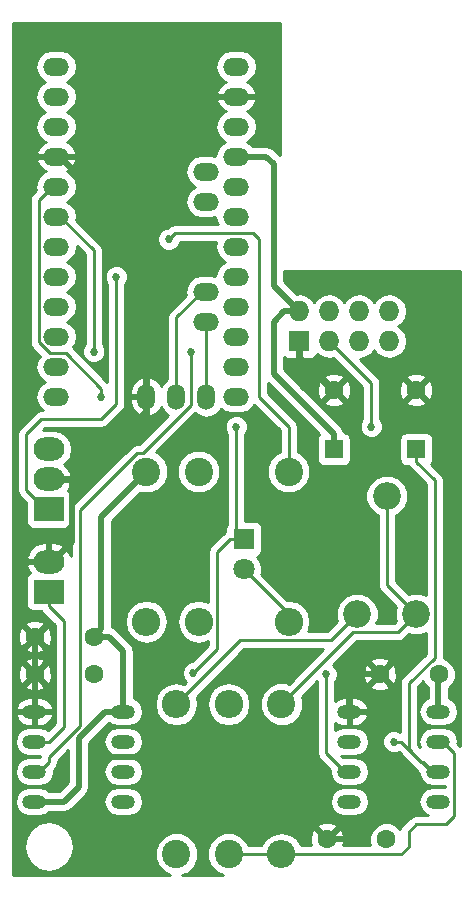
<source format=gbr>
G04 #@! TF.FileFunction,Copper,L2,Bot,Mixed*
%FSLAX46Y46*%
G04 Gerber Fmt 4.6, Leading zero omitted, Abs format (unit mm)*
G04 Created by KiCad (PCBNEW 4.0.7) date Thursday, 03 May 2018 'AMt' 11:39:49*
%MOMM*%
%LPD*%
G01*
G04 APERTURE LIST*
%ADD10C,0.100000*%
%ADD11C,1.600000*%
%ADD12R,1.600000X1.600000*%
%ADD13R,1.800000X1.800000*%
%ADD14C,1.800000*%
%ADD15C,2.400000*%
%ADD16O,2.400000X2.400000*%
%ADD17C,2.340000*%
%ADD18O,2.000000X1.200000*%
%ADD19O,1.727200X1.727200*%
%ADD20R,1.727200X1.727200*%
%ADD21O,2.199640X1.501140*%
%ADD22O,1.501140X2.199640*%
%ADD23R,2.600000X2.000000*%
%ADD24O,2.600000X2.000000*%
%ADD25C,0.685800*%
%ADD26C,0.508000*%
%ADD27C,0.254000*%
G04 APERTURE END LIST*
D10*
D11*
X113030000Y-126365000D03*
X108030000Y-126365000D03*
X113030000Y-129540000D03*
X108030000Y-129540000D03*
X142240000Y-129540000D03*
X137240000Y-129540000D03*
D12*
X140335000Y-110490000D03*
D11*
X140335000Y-105490000D03*
D12*
X133350000Y-110490000D03*
D11*
X133350000Y-105490000D03*
X137795000Y-143510000D03*
X132795000Y-143510000D03*
D13*
X125730000Y-118110000D03*
D14*
X125730000Y-120650000D03*
D15*
X117475000Y-112395000D03*
D16*
X117475000Y-125095000D03*
D15*
X121920000Y-112395000D03*
D16*
X121920000Y-125095000D03*
D15*
X120015000Y-144780000D03*
D16*
X120015000Y-132080000D03*
D15*
X128905000Y-132080000D03*
D16*
X128905000Y-144780000D03*
D15*
X124460000Y-144780000D03*
D16*
X124460000Y-132080000D03*
D15*
X129540000Y-112395000D03*
D16*
X129540000Y-125095000D03*
D17*
X135335000Y-124460000D03*
X137835000Y-114460000D03*
X140335000Y-124460000D03*
D18*
X115520000Y-132715000D03*
X108000000Y-132715000D03*
X115520000Y-135255000D03*
X108000000Y-135255000D03*
X115520000Y-137795000D03*
X108000000Y-137795000D03*
X115520000Y-140335000D03*
X108000000Y-140335000D03*
X142190000Y-132715000D03*
X134670000Y-132715000D03*
X142190000Y-135255000D03*
X134670000Y-135255000D03*
X142190000Y-137795000D03*
X134670000Y-137795000D03*
X142190000Y-140335000D03*
X134670000Y-140335000D03*
D19*
X138049000Y-101346000D03*
X138049000Y-98806000D03*
X135509000Y-101346000D03*
X135509000Y-98806000D03*
X132969000Y-101346000D03*
X132969000Y-98806000D03*
D20*
X130429000Y-101346000D03*
D19*
X130429000Y-98806000D03*
D21*
X122555000Y-97155000D03*
X122555000Y-99695000D03*
X109855000Y-78105000D03*
X109855000Y-80645000D03*
X109855000Y-83185000D03*
X109855000Y-85725000D03*
X109855000Y-88265000D03*
X109855000Y-90805000D03*
X109855000Y-93345000D03*
X109855000Y-95885000D03*
X109855000Y-98425000D03*
X109855000Y-100965000D03*
X109855000Y-103505000D03*
X109855000Y-106045000D03*
X125095000Y-106045000D03*
X125095000Y-103505000D03*
X125095000Y-100965000D03*
X125095000Y-98425000D03*
X125095000Y-95885000D03*
X125095000Y-93345000D03*
X125095000Y-90805000D03*
X125095000Y-88265000D03*
X125095000Y-85725000D03*
X125095000Y-83185000D03*
X125095000Y-80645000D03*
X125095000Y-78105000D03*
X122555000Y-89535000D03*
X122555000Y-86995000D03*
D22*
X122555000Y-106045000D03*
X120015000Y-106045000D03*
X117475000Y-106045000D03*
D23*
X109220000Y-115570000D03*
D24*
X109220000Y-113030000D03*
X109220000Y-110490000D03*
D23*
X109220000Y-122555000D03*
D24*
X109220000Y-120015000D03*
D25*
X113030000Y-136525000D03*
X138430000Y-135255000D03*
X121467025Y-129448990D03*
X125095000Y-108585000D03*
X113665000Y-106045000D03*
X132715000Y-129540000D03*
X114935000Y-95885000D03*
X119380000Y-92710000D03*
X121285000Y-102235000D03*
X113030000Y-102235000D03*
X136525000Y-108585000D03*
D26*
X113030000Y-136525000D02*
X125810000Y-136525000D01*
X125810000Y-136525000D02*
X132795000Y-143510000D01*
X109520000Y-120015000D02*
X109220000Y-120015000D01*
X111213988Y-118321012D02*
X109520000Y-120015000D01*
X111213988Y-113215988D02*
X111213988Y-118321012D01*
X109220000Y-113030000D02*
X111028000Y-113030000D01*
X111028000Y-113030000D02*
X111213988Y-113215988D01*
X110204250Y-85725000D02*
X114300000Y-89820750D01*
X114300000Y-89820750D02*
X117475000Y-92995750D01*
X125095000Y-80645000D02*
X123475750Y-80645000D01*
X123475750Y-80645000D02*
X114300000Y-89820750D01*
X117475000Y-92995750D02*
X117475000Y-106045000D01*
X109855000Y-85725000D02*
X110204250Y-85725000D01*
X117475000Y-107315000D02*
X117475000Y-106045000D01*
X111760000Y-113030000D02*
X117475000Y-107315000D01*
X109220000Y-113030000D02*
X111760000Y-113030000D01*
X130429000Y-101346000D02*
X130429000Y-102717600D01*
X133201400Y-105490000D02*
X133350000Y-105490000D01*
X130429000Y-102717600D02*
X133201400Y-105490000D01*
X134620000Y-143510000D02*
X132795000Y-143510000D01*
X137160000Y-140970000D02*
X134620000Y-143510000D01*
X137160000Y-133697000D02*
X137160000Y-140970000D01*
X134670000Y-132715000D02*
X136178000Y-132715000D01*
X136178000Y-132715000D02*
X137160000Y-133697000D01*
X135255000Y-129540000D02*
X134670000Y-130125000D01*
X134670000Y-130125000D02*
X134670000Y-132715000D01*
X137240000Y-129540000D02*
X135255000Y-129540000D01*
X108030000Y-129540000D02*
X108030000Y-132685000D01*
X108030000Y-132685000D02*
X108000000Y-132715000D01*
X108030000Y-126365000D02*
X108030000Y-129540000D01*
X106777000Y-120650000D02*
X106777000Y-125112000D01*
X106777000Y-125112000D02*
X108030000Y-126365000D01*
X109220000Y-120015000D02*
X107412000Y-120015000D01*
X107412000Y-120015000D02*
X106777000Y-120650000D01*
D27*
X140936000Y-136941000D02*
X141790000Y-137795000D01*
X139065000Y-135255000D02*
X140751000Y-136941000D01*
X140751000Y-136941000D02*
X140936000Y-136941000D01*
X138430000Y-135255000D02*
X139065000Y-135255000D01*
X140335000Y-110490000D02*
X140335000Y-111544000D01*
X140335000Y-111544000D02*
X141886001Y-113095001D01*
X141886001Y-113095001D02*
X141886001Y-128146117D01*
X141886001Y-128146117D02*
X139700000Y-130332118D01*
X139700000Y-130332118D02*
X139700000Y-135890000D01*
X139700000Y-135890000D02*
X141605000Y-137795000D01*
X141605000Y-137795000D02*
X141790000Y-137795000D01*
X141790000Y-137795000D02*
X142190000Y-137795000D01*
X125730000Y-118110000D02*
X124576000Y-118110000D01*
X124576000Y-118110000D02*
X123501001Y-119184999D01*
X123501001Y-119184999D02*
X123501001Y-127415014D01*
X123501001Y-127415014D02*
X121467025Y-129448990D01*
X125095000Y-108585000D02*
X125095000Y-117475000D01*
X125095000Y-117475000D02*
X125730000Y-118110000D01*
X109855000Y-88265000D02*
X109505750Y-88265000D01*
X108374170Y-89396580D02*
X108374170Y-101433715D01*
X108374170Y-101433715D02*
X109313875Y-102373420D01*
X109313875Y-102373420D02*
X110672965Y-102373420D01*
X110672965Y-102373420D02*
X113665000Y-105365455D01*
X113665000Y-105365455D02*
X113665000Y-106045000D01*
X109505750Y-88265000D02*
X108374170Y-89396580D01*
X134670000Y-137795000D02*
X134270000Y-137795000D01*
X134270000Y-137795000D02*
X132715000Y-136240000D01*
X132715000Y-136240000D02*
X132715000Y-129540000D01*
X125730000Y-120650000D02*
X129540000Y-124460000D01*
X129540000Y-124460000D02*
X129540000Y-125095000D01*
X109220000Y-115570000D02*
X108920000Y-115570000D01*
X108920000Y-115570000D02*
X107315000Y-113965000D01*
X107315000Y-113965000D02*
X107315000Y-109220000D01*
X107315000Y-109220000D02*
X108585000Y-107950000D01*
X108585000Y-107950000D02*
X113665000Y-107950000D01*
X113665000Y-107950000D02*
X114935000Y-106680000D01*
X114935000Y-106680000D02*
X114935000Y-95885000D01*
X135335000Y-124460000D02*
X133118999Y-126676001D01*
X133118999Y-126676001D02*
X125418999Y-126676001D01*
X125418999Y-126676001D02*
X120015000Y-132080000D01*
X140335000Y-124460000D02*
X138783999Y-126011001D01*
X138783999Y-126011001D02*
X134973999Y-126011001D01*
X134973999Y-126011001D02*
X128905000Y-132080000D01*
X137835000Y-114460000D02*
X137835000Y-121960000D01*
X137835000Y-121960000D02*
X140335000Y-124460000D01*
X139065000Y-144780000D02*
X128905000Y-144780000D01*
X139700000Y-144145000D02*
X139065000Y-144780000D01*
X139700000Y-142875000D02*
X139700000Y-144145000D01*
X140335000Y-142240000D02*
X139700000Y-142875000D01*
X142875000Y-142240000D02*
X140335000Y-142240000D01*
X143571010Y-141543990D02*
X142875000Y-142240000D01*
X142190000Y-135255000D02*
X142590000Y-135255000D01*
X142590000Y-135255000D02*
X143571010Y-136236010D01*
X143571010Y-136236010D02*
X143571010Y-141543990D01*
X124460000Y-144780000D02*
X128905000Y-144780000D01*
X127000000Y-92710000D02*
X126503420Y-92213420D01*
X126503420Y-92213420D02*
X119876580Y-92213420D01*
X119876580Y-92213420D02*
X119380000Y-92710000D01*
X127000000Y-106045000D02*
X127000000Y-92710000D01*
X129540000Y-108585000D02*
X127000000Y-106045000D01*
X129540000Y-112395000D02*
X129540000Y-108585000D01*
X121285000Y-106724545D02*
X117195546Y-110813999D01*
X116716119Y-110813999D02*
X111848999Y-115681119D01*
X111848999Y-115681119D02*
X111848999Y-133946001D01*
X111848999Y-133946001D02*
X109254000Y-136541000D01*
X109254000Y-136541000D02*
X109254000Y-136941000D01*
X109254000Y-136941000D02*
X108400000Y-137795000D01*
X108400000Y-137795000D02*
X108000000Y-137795000D01*
X121285000Y-102235000D02*
X121285000Y-106724545D01*
X117195546Y-110813999D02*
X116716119Y-110813999D01*
X109855000Y-90805000D02*
X110204250Y-90805000D01*
X110204250Y-90805000D02*
X113030000Y-93630750D01*
X113030000Y-93630750D02*
X113030000Y-102235000D01*
X136525000Y-108585000D02*
X136525000Y-104902000D01*
X136525000Y-104902000D02*
X132969000Y-101346000D01*
X120015000Y-106045000D02*
X120015000Y-99345750D01*
X122205750Y-97155000D02*
X122555000Y-97155000D01*
X120015000Y-99345750D02*
X122205750Y-97155000D01*
X122555000Y-99695000D02*
X122555000Y-106045000D01*
D26*
X113030000Y-126365000D02*
X114300000Y-126365000D01*
X114300000Y-126365000D02*
X115520000Y-127585000D01*
X115520000Y-127585000D02*
X115520000Y-132715000D01*
X117475000Y-112395000D02*
X113665000Y-116205000D01*
X113665000Y-116205000D02*
X113665000Y-125730000D01*
X113665000Y-125730000D02*
X113030000Y-126365000D01*
X125095000Y-85725000D02*
X127635000Y-85725000D01*
X127635000Y-85725000D02*
X128270000Y-86360000D01*
X128270000Y-86360000D02*
X128270000Y-96647000D01*
X128270000Y-96647000D02*
X130429000Y-98806000D01*
X111760000Y-139065000D02*
X110490000Y-140335000D01*
X110490000Y-140335000D02*
X108000000Y-140335000D01*
X111760000Y-134967000D02*
X111760000Y-139065000D01*
X115520000Y-132715000D02*
X114012000Y-132715000D01*
X114012000Y-132715000D02*
X111760000Y-134967000D01*
X142190000Y-132715000D02*
X142190000Y-129590000D01*
X142190000Y-129590000D02*
X142240000Y-129540000D01*
X130429000Y-98806000D02*
X129159000Y-98806000D01*
X128270000Y-104102000D02*
X133350000Y-109182000D01*
X133350000Y-109182000D02*
X133350000Y-110490000D01*
X129159000Y-98806000D02*
X128270000Y-99695000D01*
X128270000Y-99695000D02*
X128270000Y-104102000D01*
D27*
X110490000Y-134019000D02*
X110490000Y-125079000D01*
X110490000Y-125079000D02*
X109220000Y-123809000D01*
X109220000Y-123809000D02*
X109220000Y-122555000D01*
X108000000Y-135255000D02*
X109254000Y-135255000D01*
X109254000Y-135255000D02*
X110490000Y-134019000D01*
G36*
X128778000Y-85610764D02*
X128263618Y-85096382D01*
X127975206Y-84903671D01*
X127635000Y-84836000D01*
X126518618Y-84836000D01*
X126457983Y-84745254D01*
X126023588Y-84455000D01*
X126457983Y-84164746D01*
X126758337Y-83715235D01*
X126863807Y-83185000D01*
X126758337Y-82654765D01*
X126457983Y-82205254D01*
X126008472Y-81904900D01*
X126000928Y-81903399D01*
X126091817Y-81876499D01*
X126513798Y-81534944D01*
X126772950Y-81057903D01*
X126787133Y-80986275D01*
X126664479Y-80772000D01*
X125222000Y-80772000D01*
X125222000Y-80792000D01*
X124968000Y-80792000D01*
X124968000Y-80772000D01*
X123525521Y-80772000D01*
X123402867Y-80986275D01*
X123417050Y-81057903D01*
X123676202Y-81534944D01*
X124098183Y-81876499D01*
X124189072Y-81903399D01*
X124181528Y-81904900D01*
X123732017Y-82205254D01*
X123431663Y-82654765D01*
X123326193Y-83185000D01*
X123431663Y-83715235D01*
X123732017Y-84164746D01*
X124166412Y-84455000D01*
X123732017Y-84745254D01*
X123431663Y-85194765D01*
X123333541Y-85688061D01*
X122938237Y-85609430D01*
X122171763Y-85609430D01*
X121641528Y-85714900D01*
X121192017Y-86015254D01*
X120891663Y-86464765D01*
X120786193Y-86995000D01*
X120891663Y-87525235D01*
X121192017Y-87974746D01*
X121626412Y-88265000D01*
X121192017Y-88555254D01*
X120891663Y-89004765D01*
X120786193Y-89535000D01*
X120891663Y-90065235D01*
X121192017Y-90514746D01*
X121641528Y-90815100D01*
X122171763Y-90920570D01*
X122938237Y-90920570D01*
X123333541Y-90841939D01*
X123431663Y-91335235D01*
X123509295Y-91451420D01*
X119876580Y-91451420D01*
X119587127Y-91508996D01*
X119584975Y-91509424D01*
X119337765Y-91674605D01*
X119280357Y-91732013D01*
X119186337Y-91731931D01*
X118826788Y-91880493D01*
X118551460Y-92155341D01*
X118402270Y-92514630D01*
X118401931Y-92903663D01*
X118550493Y-93263212D01*
X118825341Y-93538540D01*
X119184630Y-93687730D01*
X119573663Y-93688069D01*
X119933212Y-93539507D01*
X120208540Y-93264659D01*
X120328643Y-92975420D01*
X123399707Y-92975420D01*
X123326193Y-93345000D01*
X123431663Y-93875235D01*
X123732017Y-94324746D01*
X124166412Y-94615000D01*
X123732017Y-94905254D01*
X123431663Y-95354765D01*
X123333541Y-95848061D01*
X122938237Y-95769430D01*
X122171763Y-95769430D01*
X121641528Y-95874900D01*
X121192017Y-96175254D01*
X120891663Y-96624765D01*
X120786193Y-97155000D01*
X120842922Y-97440197D01*
X119476185Y-98806935D01*
X119311004Y-99054145D01*
X119253000Y-99345750D01*
X119253000Y-104536524D01*
X119035254Y-104682017D01*
X118734900Y-105131528D01*
X118733399Y-105139072D01*
X118706499Y-105048183D01*
X118364944Y-104626202D01*
X117887903Y-104367050D01*
X117816275Y-104352867D01*
X117602000Y-104475521D01*
X117602000Y-105918000D01*
X117622000Y-105918000D01*
X117622000Y-106172000D01*
X117602000Y-106172000D01*
X117602000Y-107614479D01*
X117816275Y-107737133D01*
X117887903Y-107722950D01*
X118364944Y-107463798D01*
X118706499Y-107041817D01*
X118733399Y-106950928D01*
X118734900Y-106958472D01*
X119035254Y-107407983D01*
X119328195Y-107603720D01*
X116879916Y-110051999D01*
X116716119Y-110051999D01*
X116424514Y-110110003D01*
X116177304Y-110275184D01*
X111310184Y-115142304D01*
X111167440Y-115355935D01*
X111167440Y-114570000D01*
X111123162Y-114334683D01*
X110984090Y-114118559D01*
X110817380Y-114004651D01*
X111079144Y-113538355D01*
X111110124Y-113410434D01*
X110990777Y-113157000D01*
X109347000Y-113157000D01*
X109347000Y-113177000D01*
X109093000Y-113177000D01*
X109093000Y-113157000D01*
X109073000Y-113157000D01*
X109073000Y-112903000D01*
X109093000Y-112903000D01*
X109093000Y-112883000D01*
X109347000Y-112883000D01*
X109347000Y-112903000D01*
X110990777Y-112903000D01*
X111110124Y-112649566D01*
X111079144Y-112521645D01*
X110765922Y-111963683D01*
X110523812Y-111773219D01*
X110714029Y-111646120D01*
X111068452Y-111115687D01*
X111192909Y-110490000D01*
X111068452Y-109864313D01*
X110714029Y-109333880D01*
X110183596Y-108979457D01*
X109557909Y-108855000D01*
X108882091Y-108855000D01*
X108726727Y-108885904D01*
X108900631Y-108712000D01*
X113665000Y-108712000D01*
X113956605Y-108653996D01*
X114203815Y-108488815D01*
X115473815Y-107218816D01*
X115638996Y-106971605D01*
X115658502Y-106873540D01*
X115697000Y-106680000D01*
X115697000Y-106172000D01*
X116089430Y-106172000D01*
X116089430Y-106521250D01*
X116243501Y-107041817D01*
X116585056Y-107463798D01*
X117062097Y-107722950D01*
X117133725Y-107737133D01*
X117348000Y-107614479D01*
X117348000Y-106172000D01*
X116089430Y-106172000D01*
X115697000Y-106172000D01*
X115697000Y-105568750D01*
X116089430Y-105568750D01*
X116089430Y-105918000D01*
X117348000Y-105918000D01*
X117348000Y-104475521D01*
X117133725Y-104352867D01*
X117062097Y-104367050D01*
X116585056Y-104626202D01*
X116243501Y-105048183D01*
X116089430Y-105568750D01*
X115697000Y-105568750D01*
X115697000Y-96506083D01*
X115763540Y-96439659D01*
X115912730Y-96080370D01*
X115913069Y-95691337D01*
X115764507Y-95331788D01*
X115489659Y-95056460D01*
X115130370Y-94907270D01*
X114741337Y-94906931D01*
X114381788Y-95055493D01*
X114106460Y-95330341D01*
X113957270Y-95689630D01*
X113956931Y-96078663D01*
X114105493Y-96438212D01*
X114173000Y-96505837D01*
X114173000Y-104795824D01*
X111259615Y-101882440D01*
X111518337Y-101495235D01*
X111623807Y-100965000D01*
X111518337Y-100434765D01*
X111217983Y-99985254D01*
X110783588Y-99695000D01*
X111217983Y-99404746D01*
X111518337Y-98955235D01*
X111623807Y-98425000D01*
X111518337Y-97894765D01*
X111217983Y-97445254D01*
X110783588Y-97155000D01*
X111217983Y-96864746D01*
X111518337Y-96415235D01*
X111623807Y-95885000D01*
X111518337Y-95354765D01*
X111217983Y-94905254D01*
X110783588Y-94615000D01*
X111217983Y-94324746D01*
X111518337Y-93875235D01*
X111623807Y-93345000D01*
X111613176Y-93291556D01*
X112268000Y-93946380D01*
X112268000Y-101613917D01*
X112201460Y-101680341D01*
X112052270Y-102039630D01*
X112051931Y-102428663D01*
X112200493Y-102788212D01*
X112475341Y-103063540D01*
X112834630Y-103212730D01*
X113223663Y-103213069D01*
X113583212Y-103064507D01*
X113858540Y-102789659D01*
X114007730Y-102430370D01*
X114008069Y-102041337D01*
X113859507Y-101681788D01*
X113792000Y-101614163D01*
X113792000Y-93630750D01*
X113733996Y-93339145D01*
X113568815Y-93091935D01*
X111567078Y-91090198D01*
X111623807Y-90805000D01*
X111518337Y-90274765D01*
X111217983Y-89825254D01*
X110783588Y-89535000D01*
X111217983Y-89244746D01*
X111518337Y-88795235D01*
X111623807Y-88265000D01*
X111518337Y-87734765D01*
X111217983Y-87285254D01*
X110768472Y-86984900D01*
X110760928Y-86983399D01*
X110851817Y-86956499D01*
X111273798Y-86614944D01*
X111532950Y-86137903D01*
X111547133Y-86066275D01*
X111424479Y-85852000D01*
X109982000Y-85852000D01*
X109982000Y-85872000D01*
X109728000Y-85872000D01*
X109728000Y-85852000D01*
X108285521Y-85852000D01*
X108162867Y-86066275D01*
X108177050Y-86137903D01*
X108436202Y-86614944D01*
X108858183Y-86956499D01*
X108949072Y-86983399D01*
X108941528Y-86984900D01*
X108492017Y-87285254D01*
X108191663Y-87734765D01*
X108086193Y-88265000D01*
X108142922Y-88550198D01*
X107835355Y-88857765D01*
X107670174Y-89104975D01*
X107612170Y-89396580D01*
X107612170Y-101433715D01*
X107670174Y-101725320D01*
X107776746Y-101884815D01*
X107835355Y-101972530D01*
X108450385Y-102587561D01*
X108191663Y-102974765D01*
X108086193Y-103505000D01*
X108191663Y-104035235D01*
X108492017Y-104484746D01*
X108926412Y-104775000D01*
X108492017Y-105065254D01*
X108191663Y-105514765D01*
X108086193Y-106045000D01*
X108191663Y-106575235D01*
X108492017Y-107024746D01*
X108736344Y-107188000D01*
X108585000Y-107188000D01*
X108293395Y-107246004D01*
X108046184Y-107411185D01*
X106776185Y-108681185D01*
X106611004Y-108928395D01*
X106553000Y-109220000D01*
X106553000Y-113965000D01*
X106611004Y-114256605D01*
X106746909Y-114460000D01*
X106776185Y-114503815D01*
X107272560Y-115000190D01*
X107272560Y-116570000D01*
X107316838Y-116805317D01*
X107455910Y-117021441D01*
X107668110Y-117166431D01*
X107920000Y-117217440D01*
X110520000Y-117217440D01*
X110755317Y-117173162D01*
X110971441Y-117034090D01*
X111086999Y-116864965D01*
X111086999Y-119539079D01*
X111079144Y-119506645D01*
X110765922Y-118948683D01*
X110263020Y-118553058D01*
X109647000Y-118380000D01*
X109347000Y-118380000D01*
X109347000Y-119888000D01*
X109367000Y-119888000D01*
X109367000Y-120142000D01*
X109347000Y-120142000D01*
X109347000Y-120162000D01*
X109093000Y-120162000D01*
X109093000Y-120142000D01*
X107449223Y-120142000D01*
X107329876Y-120395434D01*
X107360856Y-120523355D01*
X107623495Y-120991211D01*
X107468559Y-121090910D01*
X107323569Y-121303110D01*
X107272560Y-121555000D01*
X107272560Y-123555000D01*
X107316838Y-123790317D01*
X107455910Y-124006441D01*
X107668110Y-124151431D01*
X107920000Y-124202440D01*
X108584048Y-124202440D01*
X108660595Y-124317000D01*
X108681185Y-124347815D01*
X109728000Y-125394631D01*
X109728000Y-133703370D01*
X109152051Y-134279319D01*
X108904646Y-134114009D01*
X108432032Y-134020000D01*
X107567968Y-134020000D01*
X107095354Y-134114009D01*
X106694691Y-134381723D01*
X106426977Y-134782386D01*
X106332968Y-135255000D01*
X106426977Y-135727614D01*
X106694691Y-136128277D01*
X107095354Y-136395991D01*
X107567968Y-136490000D01*
X108432032Y-136490000D01*
X108505033Y-136475479D01*
X108492000Y-136541000D01*
X108492000Y-136571928D01*
X108432032Y-136560000D01*
X107567968Y-136560000D01*
X107095354Y-136654009D01*
X106694691Y-136921723D01*
X106426977Y-137322386D01*
X106332968Y-137795000D01*
X106426977Y-138267614D01*
X106694691Y-138668277D01*
X107095354Y-138935991D01*
X107567968Y-139030000D01*
X108432032Y-139030000D01*
X108904646Y-138935991D01*
X109305309Y-138668277D01*
X109573023Y-138267614D01*
X109667032Y-137795000D01*
X109635608Y-137637023D01*
X109792815Y-137479816D01*
X109957996Y-137232605D01*
X109986162Y-137091004D01*
X110016000Y-136941000D01*
X110016000Y-136856630D01*
X110871000Y-136001630D01*
X110871000Y-138696764D01*
X110121764Y-139446000D01*
X109281778Y-139446000D01*
X108904646Y-139194009D01*
X108432032Y-139100000D01*
X107567968Y-139100000D01*
X107095354Y-139194009D01*
X106694691Y-139461723D01*
X106426977Y-139862386D01*
X106332968Y-140335000D01*
X106426977Y-140807614D01*
X106694691Y-141208277D01*
X107095354Y-141475991D01*
X107567968Y-141570000D01*
X108432032Y-141570000D01*
X108904646Y-141475991D01*
X109281778Y-141224000D01*
X110490000Y-141224000D01*
X110830206Y-141156329D01*
X111118618Y-140963618D01*
X111747236Y-140335000D01*
X113852968Y-140335000D01*
X113946977Y-140807614D01*
X114214691Y-141208277D01*
X114615354Y-141475991D01*
X115087968Y-141570000D01*
X115952032Y-141570000D01*
X116424646Y-141475991D01*
X116825309Y-141208277D01*
X117093023Y-140807614D01*
X117187032Y-140335000D01*
X133002968Y-140335000D01*
X133096977Y-140807614D01*
X133364691Y-141208277D01*
X133765354Y-141475991D01*
X134237968Y-141570000D01*
X135102032Y-141570000D01*
X135574646Y-141475991D01*
X135975309Y-141208277D01*
X136243023Y-140807614D01*
X136337032Y-140335000D01*
X136243023Y-139862386D01*
X135975309Y-139461723D01*
X135574646Y-139194009D01*
X135102032Y-139100000D01*
X134237968Y-139100000D01*
X133765354Y-139194009D01*
X133364691Y-139461723D01*
X133096977Y-139862386D01*
X133002968Y-140335000D01*
X117187032Y-140335000D01*
X117093023Y-139862386D01*
X116825309Y-139461723D01*
X116424646Y-139194009D01*
X115952032Y-139100000D01*
X115087968Y-139100000D01*
X114615354Y-139194009D01*
X114214691Y-139461723D01*
X113946977Y-139862386D01*
X113852968Y-140335000D01*
X111747236Y-140335000D01*
X112388618Y-139693618D01*
X112581329Y-139405206D01*
X112649000Y-139065000D01*
X112649000Y-137795000D01*
X113852968Y-137795000D01*
X113946977Y-138267614D01*
X114214691Y-138668277D01*
X114615354Y-138935991D01*
X115087968Y-139030000D01*
X115952032Y-139030000D01*
X116424646Y-138935991D01*
X116825309Y-138668277D01*
X117093023Y-138267614D01*
X117187032Y-137795000D01*
X117093023Y-137322386D01*
X116825309Y-136921723D01*
X116424646Y-136654009D01*
X115952032Y-136560000D01*
X115087968Y-136560000D01*
X114615354Y-136654009D01*
X114214691Y-136921723D01*
X113946977Y-137322386D01*
X113852968Y-137795000D01*
X112649000Y-137795000D01*
X112649000Y-135335236D01*
X112729236Y-135255000D01*
X113852968Y-135255000D01*
X113946977Y-135727614D01*
X114214691Y-136128277D01*
X114615354Y-136395991D01*
X115087968Y-136490000D01*
X115952032Y-136490000D01*
X116424646Y-136395991D01*
X116825309Y-136128277D01*
X117093023Y-135727614D01*
X117187032Y-135255000D01*
X117093023Y-134782386D01*
X116825309Y-134381723D01*
X116424646Y-134114009D01*
X115952032Y-134020000D01*
X115087968Y-134020000D01*
X114615354Y-134114009D01*
X114214691Y-134381723D01*
X113946977Y-134782386D01*
X113852968Y-135255000D01*
X112729236Y-135255000D01*
X114323353Y-133660883D01*
X114615354Y-133855991D01*
X115087968Y-133950000D01*
X115952032Y-133950000D01*
X116424646Y-133855991D01*
X116825309Y-133588277D01*
X117093023Y-133187614D01*
X117187032Y-132715000D01*
X117093023Y-132242386D01*
X116825309Y-131841723D01*
X116424646Y-131574009D01*
X116409000Y-131570897D01*
X116409000Y-127585000D01*
X116380580Y-127442121D01*
X116341330Y-127244795D01*
X116148618Y-126956382D01*
X114928618Y-125736382D01*
X114903197Y-125719396D01*
X114640206Y-125543671D01*
X114554000Y-125526524D01*
X114554000Y-125059050D01*
X115640000Y-125059050D01*
X115640000Y-125130950D01*
X115779681Y-125833174D01*
X116177459Y-126428491D01*
X116772776Y-126826269D01*
X117475000Y-126965950D01*
X118177224Y-126826269D01*
X118772541Y-126428491D01*
X119170319Y-125833174D01*
X119310000Y-125130950D01*
X119310000Y-125059050D01*
X119170319Y-124356826D01*
X118772541Y-123761509D01*
X118177224Y-123363731D01*
X117475000Y-123224050D01*
X116772776Y-123363731D01*
X116177459Y-123761509D01*
X115779681Y-124356826D01*
X115640000Y-125059050D01*
X114554000Y-125059050D01*
X114554000Y-116573236D01*
X116959416Y-114167820D01*
X117108395Y-114229681D01*
X117838403Y-114230318D01*
X118513086Y-113951545D01*
X119029730Y-113435801D01*
X119309681Y-112761605D01*
X119309683Y-112758403D01*
X120084682Y-112758403D01*
X120363455Y-113433086D01*
X120879199Y-113949730D01*
X121553395Y-114229681D01*
X122283403Y-114230318D01*
X122958086Y-113951545D01*
X123474730Y-113435801D01*
X123754681Y-112761605D01*
X123755318Y-112031597D01*
X123476545Y-111356914D01*
X122960801Y-110840270D01*
X122286605Y-110560319D01*
X121556597Y-110559682D01*
X120881914Y-110838455D01*
X120365270Y-111354199D01*
X120085319Y-112028395D01*
X120084682Y-112758403D01*
X119309683Y-112758403D01*
X119310318Y-112031597D01*
X119031545Y-111356914D01*
X118515801Y-110840270D01*
X118325800Y-110761375D01*
X121637561Y-107449615D01*
X122024765Y-107708337D01*
X122555000Y-107813807D01*
X123085235Y-107708337D01*
X123534746Y-107407983D01*
X123772668Y-107051908D01*
X124181528Y-107325100D01*
X124711763Y-107430570D01*
X125478237Y-107430570D01*
X126008472Y-107325100D01*
X126457983Y-107024746D01*
X126635878Y-106758508D01*
X128778000Y-108900631D01*
X128778000Y-110724379D01*
X128501914Y-110838455D01*
X127985270Y-111354199D01*
X127705319Y-112028395D01*
X127704682Y-112758403D01*
X127983455Y-113433086D01*
X128499199Y-113949730D01*
X129173395Y-114229681D01*
X129903403Y-114230318D01*
X130578086Y-113951545D01*
X131094730Y-113435801D01*
X131374681Y-112761605D01*
X131375318Y-112031597D01*
X131096545Y-111356914D01*
X130580801Y-110840270D01*
X130302000Y-110724502D01*
X130302000Y-108585000D01*
X130243996Y-108293395D01*
X130209390Y-108241604D01*
X130078815Y-108046184D01*
X127762000Y-105729370D01*
X127762000Y-104851236D01*
X132121751Y-109210987D01*
X132098559Y-109225910D01*
X131953569Y-109438110D01*
X131902560Y-109690000D01*
X131902560Y-111290000D01*
X131946838Y-111525317D01*
X132085910Y-111741441D01*
X132298110Y-111886431D01*
X132550000Y-111937440D01*
X134150000Y-111937440D01*
X134385317Y-111893162D01*
X134601441Y-111754090D01*
X134746431Y-111541890D01*
X134797440Y-111290000D01*
X134797440Y-109690000D01*
X134753162Y-109454683D01*
X134614090Y-109238559D01*
X134401890Y-109093569D01*
X134213835Y-109055487D01*
X134171329Y-108841794D01*
X133978618Y-108553382D01*
X131922981Y-106497745D01*
X132521861Y-106497745D01*
X132595995Y-106743864D01*
X133133223Y-106936965D01*
X133703454Y-106909778D01*
X134104005Y-106743864D01*
X134178139Y-106497745D01*
X133350000Y-105669605D01*
X132521861Y-106497745D01*
X131922981Y-106497745D01*
X130698459Y-105273223D01*
X131903035Y-105273223D01*
X131930222Y-105843454D01*
X132096136Y-106244005D01*
X132342255Y-106318139D01*
X133170395Y-105490000D01*
X133529605Y-105490000D01*
X134357745Y-106318139D01*
X134603864Y-106244005D01*
X134796965Y-105706777D01*
X134769778Y-105136546D01*
X134603864Y-104735995D01*
X134357745Y-104661861D01*
X133529605Y-105490000D01*
X133170395Y-105490000D01*
X132342255Y-104661861D01*
X132096136Y-104735995D01*
X131903035Y-105273223D01*
X130698459Y-105273223D01*
X129907491Y-104482255D01*
X132521861Y-104482255D01*
X133350000Y-105310395D01*
X134178139Y-104482255D01*
X134104005Y-104236136D01*
X133566777Y-104043035D01*
X132996546Y-104070222D01*
X132595995Y-104236136D01*
X132521861Y-104482255D01*
X129907491Y-104482255D01*
X129159000Y-103733764D01*
X129159000Y-102701225D01*
X129205702Y-102747927D01*
X129439091Y-102844600D01*
X130143250Y-102844600D01*
X130302000Y-102685850D01*
X130302000Y-101473000D01*
X130282000Y-101473000D01*
X130282000Y-101219000D01*
X130302000Y-101219000D01*
X130302000Y-101199000D01*
X130556000Y-101199000D01*
X130556000Y-101219000D01*
X130576000Y-101219000D01*
X130576000Y-101473000D01*
X130556000Y-101473000D01*
X130556000Y-102685850D01*
X130714750Y-102844600D01*
X131418909Y-102844600D01*
X131652298Y-102747927D01*
X131830927Y-102569299D01*
X131894644Y-102415474D01*
X132366152Y-102730526D01*
X132939641Y-102844600D01*
X132998359Y-102844600D01*
X133324997Y-102779628D01*
X135763000Y-105217631D01*
X135763000Y-107963917D01*
X135696460Y-108030341D01*
X135547270Y-108389630D01*
X135546931Y-108778663D01*
X135695493Y-109138212D01*
X135970341Y-109413540D01*
X136329630Y-109562730D01*
X136718663Y-109563069D01*
X137078212Y-109414507D01*
X137353540Y-109139659D01*
X137502730Y-108780370D01*
X137503069Y-108391337D01*
X137354507Y-108031788D01*
X137287000Y-107964163D01*
X137287000Y-106497745D01*
X139506861Y-106497745D01*
X139580995Y-106743864D01*
X140118223Y-106936965D01*
X140688454Y-106909778D01*
X141089005Y-106743864D01*
X141163139Y-106497745D01*
X140335000Y-105669605D01*
X139506861Y-106497745D01*
X137287000Y-106497745D01*
X137287000Y-105273223D01*
X138888035Y-105273223D01*
X138915222Y-105843454D01*
X139081136Y-106244005D01*
X139327255Y-106318139D01*
X140155395Y-105490000D01*
X140514605Y-105490000D01*
X141342745Y-106318139D01*
X141588864Y-106244005D01*
X141781965Y-105706777D01*
X141754778Y-105136546D01*
X141588864Y-104735995D01*
X141342745Y-104661861D01*
X140514605Y-105490000D01*
X140155395Y-105490000D01*
X139327255Y-104661861D01*
X139081136Y-104735995D01*
X138888035Y-105273223D01*
X137287000Y-105273223D01*
X137287000Y-104902000D01*
X137228996Y-104610395D01*
X137145040Y-104484746D01*
X137143376Y-104482255D01*
X139506861Y-104482255D01*
X140335000Y-105310395D01*
X141163139Y-104482255D01*
X141089005Y-104236136D01*
X140551777Y-104043035D01*
X139981546Y-104070222D01*
X139580995Y-104236136D01*
X139506861Y-104482255D01*
X137143376Y-104482255D01*
X137063815Y-104363184D01*
X135544091Y-102843460D01*
X136111848Y-102730526D01*
X136598029Y-102405670D01*
X136779000Y-102134828D01*
X136959971Y-102405670D01*
X137446152Y-102730526D01*
X138019641Y-102844600D01*
X138078359Y-102844600D01*
X138651848Y-102730526D01*
X139138029Y-102405670D01*
X139462885Y-101919489D01*
X139576959Y-101346000D01*
X139462885Y-100772511D01*
X139138029Y-100286330D01*
X138823248Y-100076000D01*
X139138029Y-99865670D01*
X139462885Y-99379489D01*
X139576959Y-98806000D01*
X139462885Y-98232511D01*
X139138029Y-97746330D01*
X138651848Y-97421474D01*
X138078359Y-97307400D01*
X138019641Y-97307400D01*
X137446152Y-97421474D01*
X136959971Y-97746330D01*
X136779000Y-98017172D01*
X136598029Y-97746330D01*
X136111848Y-97421474D01*
X135538359Y-97307400D01*
X135479641Y-97307400D01*
X134906152Y-97421474D01*
X134419971Y-97746330D01*
X134239000Y-98017172D01*
X134058029Y-97746330D01*
X133571848Y-97421474D01*
X132998359Y-97307400D01*
X132939641Y-97307400D01*
X132366152Y-97421474D01*
X131879971Y-97746330D01*
X131699000Y-98017172D01*
X131518029Y-97746330D01*
X131031848Y-97421474D01*
X130458359Y-97307400D01*
X130399641Y-97307400D01*
X130222810Y-97342574D01*
X129159000Y-96278764D01*
X129159000Y-95377000D01*
X144018000Y-95377000D01*
X144018000Y-135605369D01*
X143825608Y-135412978D01*
X143857032Y-135255000D01*
X143763023Y-134782386D01*
X143495309Y-134381723D01*
X143094646Y-134114009D01*
X142622032Y-134020000D01*
X141757968Y-134020000D01*
X141285354Y-134114009D01*
X140884691Y-134381723D01*
X140616977Y-134782386D01*
X140522968Y-135255000D01*
X140616977Y-135727614D01*
X140620467Y-135732837D01*
X140462000Y-135574370D01*
X140462000Y-130647748D01*
X140945332Y-130164417D01*
X141022757Y-130351800D01*
X141301000Y-130630529D01*
X141301000Y-131570897D01*
X141285354Y-131574009D01*
X140884691Y-131841723D01*
X140616977Y-132242386D01*
X140522968Y-132715000D01*
X140616977Y-133187614D01*
X140884691Y-133588277D01*
X141285354Y-133855991D01*
X141757968Y-133950000D01*
X142622032Y-133950000D01*
X143094646Y-133855991D01*
X143495309Y-133588277D01*
X143763023Y-133187614D01*
X143857032Y-132715000D01*
X143763023Y-132242386D01*
X143495309Y-131841723D01*
X143094646Y-131574009D01*
X143079000Y-131570897D01*
X143079000Y-130730090D01*
X143455824Y-130353923D01*
X143674750Y-129826691D01*
X143675248Y-129255813D01*
X143457243Y-128728200D01*
X143053923Y-128324176D01*
X142646255Y-128154897D01*
X142648001Y-128146117D01*
X142648001Y-113095001D01*
X142589997Y-112803396D01*
X142523835Y-112704378D01*
X142424817Y-112556186D01*
X141601168Y-111732537D01*
X141731431Y-111541890D01*
X141782440Y-111290000D01*
X141782440Y-109690000D01*
X141738162Y-109454683D01*
X141599090Y-109238559D01*
X141386890Y-109093569D01*
X141135000Y-109042560D01*
X139535000Y-109042560D01*
X139299683Y-109086838D01*
X139083559Y-109225910D01*
X138938569Y-109438110D01*
X138887560Y-109690000D01*
X138887560Y-111290000D01*
X138931838Y-111525317D01*
X139070910Y-111741441D01*
X139283110Y-111886431D01*
X139535000Y-111937440D01*
X139699048Y-111937440D01*
X139759823Y-112028395D01*
X139796185Y-112082815D01*
X141124001Y-113410632D01*
X141124001Y-122833197D01*
X140695612Y-122655314D01*
X139977538Y-122654687D01*
X139715563Y-122762933D01*
X138597000Y-121644370D01*
X138597000Y-116098161D01*
X138856115Y-115991097D01*
X139364312Y-115483785D01*
X139639686Y-114820612D01*
X139640313Y-114102538D01*
X139366097Y-113438885D01*
X138858785Y-112930688D01*
X138195612Y-112655314D01*
X137477538Y-112654687D01*
X136813885Y-112928903D01*
X136305688Y-113436215D01*
X136030314Y-114099388D01*
X136029687Y-114817462D01*
X136303903Y-115481115D01*
X136811215Y-115989312D01*
X137073000Y-116098015D01*
X137073000Y-121960000D01*
X137131004Y-122251605D01*
X137138882Y-122263395D01*
X137296185Y-122498815D01*
X138637830Y-123840460D01*
X138530314Y-124099388D01*
X138529687Y-124817462D01*
X138637933Y-125079437D01*
X138468369Y-125249001D01*
X136961803Y-125249001D01*
X137139686Y-124820612D01*
X137140313Y-124102538D01*
X136866097Y-123438885D01*
X136358785Y-122930688D01*
X135695612Y-122655314D01*
X134977538Y-122654687D01*
X134313885Y-122928903D01*
X133805688Y-123436215D01*
X133530314Y-124099388D01*
X133529687Y-124817462D01*
X133637933Y-125079437D01*
X132803369Y-125914001D01*
X131181312Y-125914001D01*
X131235319Y-125833174D01*
X131375000Y-125130950D01*
X131375000Y-125059050D01*
X131235319Y-124356826D01*
X130837541Y-123761509D01*
X130242224Y-123363731D01*
X129540000Y-123224050D01*
X129407948Y-123250317D01*
X127220595Y-121062965D01*
X127264733Y-120956670D01*
X127265265Y-120346009D01*
X127032068Y-119781629D01*
X126864120Y-119613387D01*
X126865317Y-119613162D01*
X127081441Y-119474090D01*
X127226431Y-119261890D01*
X127277440Y-119010000D01*
X127277440Y-117210000D01*
X127233162Y-116974683D01*
X127094090Y-116758559D01*
X126881890Y-116613569D01*
X126630000Y-116562560D01*
X125857000Y-116562560D01*
X125857000Y-109206083D01*
X125923540Y-109139659D01*
X126072730Y-108780370D01*
X126073069Y-108391337D01*
X125924507Y-108031788D01*
X125649659Y-107756460D01*
X125290370Y-107607270D01*
X124901337Y-107606931D01*
X124541788Y-107755493D01*
X124266460Y-108030341D01*
X124117270Y-108389630D01*
X124116931Y-108778663D01*
X124265493Y-109138212D01*
X124333000Y-109205837D01*
X124333000Y-116812588D01*
X124233569Y-116958110D01*
X124182560Y-117210000D01*
X124182560Y-117474048D01*
X124037185Y-117571185D01*
X122962186Y-118646184D01*
X122797005Y-118893394D01*
X122739001Y-119184999D01*
X122739001Y-123441759D01*
X122622224Y-123363731D01*
X121920000Y-123224050D01*
X121217776Y-123363731D01*
X120622459Y-123761509D01*
X120224681Y-124356826D01*
X120085000Y-125059050D01*
X120085000Y-125130950D01*
X120224681Y-125833174D01*
X120622459Y-126428491D01*
X121217776Y-126826269D01*
X121920000Y-126965950D01*
X122622224Y-126826269D01*
X122739001Y-126748241D01*
X122739001Y-127099383D01*
X121367382Y-128471003D01*
X121273362Y-128470921D01*
X120913813Y-128619483D01*
X120638485Y-128894331D01*
X120489295Y-129253620D01*
X120488956Y-129642653D01*
X120637518Y-130002202D01*
X120826178Y-130191192D01*
X120676700Y-130340670D01*
X120015000Y-130209050D01*
X119312776Y-130348731D01*
X118717459Y-130746509D01*
X118319681Y-131341826D01*
X118180000Y-132044050D01*
X118180000Y-132115950D01*
X118319681Y-132818174D01*
X118717459Y-133413491D01*
X119312776Y-133811269D01*
X120015000Y-133950950D01*
X120717224Y-133811269D01*
X121312541Y-133413491D01*
X121710319Y-132818174D01*
X121850000Y-132115950D01*
X121850000Y-132044050D01*
X122625000Y-132044050D01*
X122625000Y-132115950D01*
X122764681Y-132818174D01*
X123162459Y-133413491D01*
X123757776Y-133811269D01*
X124460000Y-133950950D01*
X125162224Y-133811269D01*
X125757541Y-133413491D01*
X126155319Y-132818174D01*
X126295000Y-132115950D01*
X126295000Y-132044050D01*
X126155319Y-131341826D01*
X125757541Y-130746509D01*
X125162224Y-130348731D01*
X124460000Y-130209050D01*
X123757776Y-130348731D01*
X123162459Y-130746509D01*
X122764681Y-131341826D01*
X122625000Y-132044050D01*
X121850000Y-132044050D01*
X121730309Y-131442321D01*
X125734630Y-127438001D01*
X132469368Y-127438001D01*
X129547492Y-130359878D01*
X129271605Y-130245319D01*
X128541597Y-130244682D01*
X127866914Y-130523455D01*
X127350270Y-131039199D01*
X127070319Y-131713395D01*
X127069682Y-132443403D01*
X127348455Y-133118086D01*
X127864199Y-133634730D01*
X128538395Y-133914681D01*
X129268403Y-133915318D01*
X129943086Y-133636545D01*
X130459730Y-133120801D01*
X130739681Y-132446605D01*
X130740318Y-131716597D01*
X130625036Y-131437594D01*
X131927419Y-130135211D01*
X131953000Y-130160837D01*
X131953000Y-136240000D01*
X132011004Y-136531605D01*
X132089709Y-136649395D01*
X132176185Y-136778815D01*
X133034392Y-137637022D01*
X133002968Y-137795000D01*
X133096977Y-138267614D01*
X133364691Y-138668277D01*
X133765354Y-138935991D01*
X134237968Y-139030000D01*
X135102032Y-139030000D01*
X135574646Y-138935991D01*
X135975309Y-138668277D01*
X136243023Y-138267614D01*
X136337032Y-137795000D01*
X136243023Y-137322386D01*
X135975309Y-136921723D01*
X135574646Y-136654009D01*
X135102032Y-136560000D01*
X134237968Y-136560000D01*
X134133425Y-136580795D01*
X133994127Y-136441497D01*
X134237968Y-136490000D01*
X135102032Y-136490000D01*
X135574646Y-136395991D01*
X135975309Y-136128277D01*
X136243023Y-135727614D01*
X136337032Y-135255000D01*
X136243023Y-134782386D01*
X135975309Y-134381723D01*
X135574646Y-134114009D01*
X135102032Y-134020000D01*
X134237968Y-134020000D01*
X133765354Y-134114009D01*
X133477000Y-134306681D01*
X133477000Y-133639283D01*
X133680053Y-133807390D01*
X134143000Y-133950000D01*
X134543000Y-133950000D01*
X134543000Y-132842000D01*
X134797000Y-132842000D01*
X134797000Y-133950000D01*
X135197000Y-133950000D01*
X135659947Y-133807390D01*
X136033080Y-133498474D01*
X136259592Y-133070281D01*
X136263462Y-133032609D01*
X136138731Y-132842000D01*
X134797000Y-132842000D01*
X134543000Y-132842000D01*
X134523000Y-132842000D01*
X134523000Y-132588000D01*
X134543000Y-132588000D01*
X134543000Y-131480000D01*
X134797000Y-131480000D01*
X134797000Y-132588000D01*
X136138731Y-132588000D01*
X136263462Y-132397391D01*
X136259592Y-132359719D01*
X136033080Y-131931526D01*
X135659947Y-131622610D01*
X135197000Y-131480000D01*
X134797000Y-131480000D01*
X134543000Y-131480000D01*
X134143000Y-131480000D01*
X133680053Y-131622610D01*
X133477000Y-131790717D01*
X133477000Y-130547745D01*
X136411861Y-130547745D01*
X136485995Y-130793864D01*
X137023223Y-130986965D01*
X137593454Y-130959778D01*
X137994005Y-130793864D01*
X138068139Y-130547745D01*
X137240000Y-129719605D01*
X136411861Y-130547745D01*
X133477000Y-130547745D01*
X133477000Y-130161083D01*
X133543540Y-130094659D01*
X133692730Y-129735370D01*
X133693069Y-129346337D01*
X133683519Y-129323223D01*
X135793035Y-129323223D01*
X135820222Y-129893454D01*
X135986136Y-130294005D01*
X136232255Y-130368139D01*
X137060395Y-129540000D01*
X137419605Y-129540000D01*
X138247745Y-130368139D01*
X138493864Y-130294005D01*
X138686965Y-129756777D01*
X138659778Y-129186546D01*
X138493864Y-128785995D01*
X138247745Y-128711861D01*
X137419605Y-129540000D01*
X137060395Y-129540000D01*
X136232255Y-128711861D01*
X135986136Y-128785995D01*
X135793035Y-129323223D01*
X133683519Y-129323223D01*
X133544507Y-128986788D01*
X133310379Y-128752251D01*
X133530375Y-128532255D01*
X136411861Y-128532255D01*
X137240000Y-129360395D01*
X138068139Y-128532255D01*
X137994005Y-128286136D01*
X137456777Y-128093035D01*
X136886546Y-128120222D01*
X136485995Y-128286136D01*
X136411861Y-128532255D01*
X133530375Y-128532255D01*
X135289630Y-126773001D01*
X138783999Y-126773001D01*
X139075604Y-126714997D01*
X139322814Y-126549816D01*
X139715461Y-126157170D01*
X139974388Y-126264686D01*
X140692462Y-126265313D01*
X141124001Y-126087005D01*
X141124001Y-127830486D01*
X139161185Y-129793303D01*
X138996004Y-130040513D01*
X138938000Y-130332118D01*
X138938000Y-134407085D01*
X138625370Y-134277270D01*
X138236337Y-134276931D01*
X137876788Y-134425493D01*
X137601460Y-134700341D01*
X137452270Y-135059630D01*
X137451931Y-135448663D01*
X137600493Y-135808212D01*
X137875341Y-136083540D01*
X138234630Y-136232730D01*
X138623663Y-136233069D01*
X138865510Y-136133140D01*
X140523698Y-137791328D01*
X140522968Y-137795000D01*
X140616977Y-138267614D01*
X140884691Y-138668277D01*
X141285354Y-138935991D01*
X141757968Y-139030000D01*
X142622032Y-139030000D01*
X142809010Y-138992808D01*
X142809010Y-139137192D01*
X142622032Y-139100000D01*
X141757968Y-139100000D01*
X141285354Y-139194009D01*
X140884691Y-139461723D01*
X140616977Y-139862386D01*
X140522968Y-140335000D01*
X140616977Y-140807614D01*
X140884691Y-141208277D01*
X141285354Y-141475991D01*
X141295454Y-141478000D01*
X140335000Y-141478000D01*
X140043395Y-141536004D01*
X139992517Y-141570000D01*
X139796185Y-141701184D01*
X139161185Y-142336185D01*
X138996004Y-142583395D01*
X138979660Y-142665560D01*
X138608923Y-142294176D01*
X138081691Y-142075250D01*
X137510813Y-142074752D01*
X136983200Y-142292757D01*
X136579176Y-142696077D01*
X136360250Y-143223309D01*
X136359752Y-143794187D01*
X136452230Y-144018000D01*
X134137288Y-144018000D01*
X134241965Y-143726777D01*
X134214778Y-143156546D01*
X134048864Y-142755995D01*
X133802745Y-142681861D01*
X132974605Y-143510000D01*
X132988748Y-143524142D01*
X132809143Y-143703748D01*
X132795000Y-143689605D01*
X132780858Y-143703748D01*
X132601252Y-143524142D01*
X132615395Y-143510000D01*
X131787255Y-142681861D01*
X131541136Y-142755995D01*
X131348035Y-143293223D01*
X131375222Y-143863454D01*
X131439237Y-144018000D01*
X130584399Y-144018000D01*
X130202541Y-143446509D01*
X129607224Y-143048731D01*
X128905000Y-142909050D01*
X128202776Y-143048731D01*
X127607459Y-143446509D01*
X127225601Y-144018000D01*
X126130621Y-144018000D01*
X126016545Y-143741914D01*
X125500801Y-143225270D01*
X124826605Y-142945319D01*
X124096597Y-142944682D01*
X123421914Y-143223455D01*
X122905270Y-143739199D01*
X122625319Y-144413395D01*
X122624682Y-145143403D01*
X122903455Y-145818086D01*
X123419199Y-146334730D01*
X123956892Y-146558000D01*
X120517124Y-146558000D01*
X121053086Y-146336545D01*
X121569730Y-145820801D01*
X121849681Y-145146605D01*
X121850318Y-144416597D01*
X121571545Y-143741914D01*
X121055801Y-143225270D01*
X120381605Y-142945319D01*
X119651597Y-142944682D01*
X118976914Y-143223455D01*
X118460270Y-143739199D01*
X118180319Y-144413395D01*
X118179682Y-145143403D01*
X118458455Y-145818086D01*
X118974199Y-146334730D01*
X119511892Y-146558000D01*
X106172000Y-146558000D01*
X106172000Y-144145000D01*
X107090097Y-144145000D01*
X107252226Y-144960079D01*
X107713931Y-145651069D01*
X108404921Y-146112774D01*
X109220000Y-146274903D01*
X110035079Y-146112774D01*
X110726069Y-145651069D01*
X111187774Y-144960079D01*
X111349903Y-144145000D01*
X111187774Y-143329921D01*
X110726069Y-142638931D01*
X110521520Y-142502255D01*
X131966861Y-142502255D01*
X132795000Y-143330395D01*
X133623139Y-142502255D01*
X133549005Y-142256136D01*
X133011777Y-142063035D01*
X132441546Y-142090222D01*
X132040995Y-142256136D01*
X131966861Y-142502255D01*
X110521520Y-142502255D01*
X110035079Y-142177226D01*
X109220000Y-142015097D01*
X108404921Y-142177226D01*
X107713931Y-142638931D01*
X107252226Y-143329921D01*
X107090097Y-144145000D01*
X106172000Y-144145000D01*
X106172000Y-133032609D01*
X106406538Y-133032609D01*
X106410408Y-133070281D01*
X106636920Y-133498474D01*
X107010053Y-133807390D01*
X107473000Y-133950000D01*
X107873000Y-133950000D01*
X107873000Y-132842000D01*
X108127000Y-132842000D01*
X108127000Y-133950000D01*
X108527000Y-133950000D01*
X108989947Y-133807390D01*
X109363080Y-133498474D01*
X109589592Y-133070281D01*
X109593462Y-133032609D01*
X109468731Y-132842000D01*
X108127000Y-132842000D01*
X107873000Y-132842000D01*
X106531269Y-132842000D01*
X106406538Y-133032609D01*
X106172000Y-133032609D01*
X106172000Y-132397391D01*
X106406538Y-132397391D01*
X106531269Y-132588000D01*
X107873000Y-132588000D01*
X107873000Y-131480000D01*
X108127000Y-131480000D01*
X108127000Y-132588000D01*
X109468731Y-132588000D01*
X109593462Y-132397391D01*
X109589592Y-132359719D01*
X109363080Y-131931526D01*
X108989947Y-131622610D01*
X108527000Y-131480000D01*
X108127000Y-131480000D01*
X107873000Y-131480000D01*
X107473000Y-131480000D01*
X107010053Y-131622610D01*
X106636920Y-131931526D01*
X106410408Y-132359719D01*
X106406538Y-132397391D01*
X106172000Y-132397391D01*
X106172000Y-130547745D01*
X107201861Y-130547745D01*
X107275995Y-130793864D01*
X107813223Y-130986965D01*
X108383454Y-130959778D01*
X108784005Y-130793864D01*
X108858139Y-130547745D01*
X108030000Y-129719605D01*
X107201861Y-130547745D01*
X106172000Y-130547745D01*
X106172000Y-129323223D01*
X106583035Y-129323223D01*
X106610222Y-129893454D01*
X106776136Y-130294005D01*
X107022255Y-130368139D01*
X107850395Y-129540000D01*
X108209605Y-129540000D01*
X109037745Y-130368139D01*
X109283864Y-130294005D01*
X109476965Y-129756777D01*
X109449778Y-129186546D01*
X109283864Y-128785995D01*
X109037745Y-128711861D01*
X108209605Y-129540000D01*
X107850395Y-129540000D01*
X107022255Y-128711861D01*
X106776136Y-128785995D01*
X106583035Y-129323223D01*
X106172000Y-129323223D01*
X106172000Y-128532255D01*
X107201861Y-128532255D01*
X108030000Y-129360395D01*
X108858139Y-128532255D01*
X108784005Y-128286136D01*
X108246777Y-128093035D01*
X107676546Y-128120222D01*
X107275995Y-128286136D01*
X107201861Y-128532255D01*
X106172000Y-128532255D01*
X106172000Y-127372745D01*
X107201861Y-127372745D01*
X107275995Y-127618864D01*
X107813223Y-127811965D01*
X108383454Y-127784778D01*
X108784005Y-127618864D01*
X108858139Y-127372745D01*
X108030000Y-126544605D01*
X107201861Y-127372745D01*
X106172000Y-127372745D01*
X106172000Y-126148223D01*
X106583035Y-126148223D01*
X106610222Y-126718454D01*
X106776136Y-127119005D01*
X107022255Y-127193139D01*
X107850395Y-126365000D01*
X108209605Y-126365000D01*
X109037745Y-127193139D01*
X109283864Y-127119005D01*
X109476965Y-126581777D01*
X109449778Y-126011546D01*
X109283864Y-125610995D01*
X109037745Y-125536861D01*
X108209605Y-126365000D01*
X107850395Y-126365000D01*
X107022255Y-125536861D01*
X106776136Y-125610995D01*
X106583035Y-126148223D01*
X106172000Y-126148223D01*
X106172000Y-125357255D01*
X107201861Y-125357255D01*
X108030000Y-126185395D01*
X108858139Y-125357255D01*
X108784005Y-125111136D01*
X108246777Y-124918035D01*
X107676546Y-124945222D01*
X107275995Y-125111136D01*
X107201861Y-125357255D01*
X106172000Y-125357255D01*
X106172000Y-119634566D01*
X107329876Y-119634566D01*
X107449223Y-119888000D01*
X109093000Y-119888000D01*
X109093000Y-118380000D01*
X108793000Y-118380000D01*
X108176980Y-118553058D01*
X107674078Y-118948683D01*
X107360856Y-119506645D01*
X107329876Y-119634566D01*
X106172000Y-119634566D01*
X106172000Y-78105000D01*
X108086193Y-78105000D01*
X108191663Y-78635235D01*
X108492017Y-79084746D01*
X108926412Y-79375000D01*
X108492017Y-79665254D01*
X108191663Y-80114765D01*
X108086193Y-80645000D01*
X108191663Y-81175235D01*
X108492017Y-81624746D01*
X108926412Y-81915000D01*
X108492017Y-82205254D01*
X108191663Y-82654765D01*
X108086193Y-83185000D01*
X108191663Y-83715235D01*
X108492017Y-84164746D01*
X108941528Y-84465100D01*
X108949072Y-84466601D01*
X108858183Y-84493501D01*
X108436202Y-84835056D01*
X108177050Y-85312097D01*
X108162867Y-85383725D01*
X108285521Y-85598000D01*
X109728000Y-85598000D01*
X109728000Y-85578000D01*
X109982000Y-85578000D01*
X109982000Y-85598000D01*
X111424479Y-85598000D01*
X111547133Y-85383725D01*
X111532950Y-85312097D01*
X111273798Y-84835056D01*
X110851817Y-84493501D01*
X110760928Y-84466601D01*
X110768472Y-84465100D01*
X111217983Y-84164746D01*
X111518337Y-83715235D01*
X111623807Y-83185000D01*
X111518337Y-82654765D01*
X111217983Y-82205254D01*
X110783588Y-81915000D01*
X111217983Y-81624746D01*
X111518337Y-81175235D01*
X111623807Y-80645000D01*
X111518337Y-80114765D01*
X111217983Y-79665254D01*
X110783588Y-79375000D01*
X111217983Y-79084746D01*
X111518337Y-78635235D01*
X111623807Y-78105000D01*
X123326193Y-78105000D01*
X123431663Y-78635235D01*
X123732017Y-79084746D01*
X124181528Y-79385100D01*
X124189072Y-79386601D01*
X124098183Y-79413501D01*
X123676202Y-79755056D01*
X123417050Y-80232097D01*
X123402867Y-80303725D01*
X123525521Y-80518000D01*
X124968000Y-80518000D01*
X124968000Y-80498000D01*
X125222000Y-80498000D01*
X125222000Y-80518000D01*
X126664479Y-80518000D01*
X126787133Y-80303725D01*
X126772950Y-80232097D01*
X126513798Y-79755056D01*
X126091817Y-79413501D01*
X126000928Y-79386601D01*
X126008472Y-79385100D01*
X126457983Y-79084746D01*
X126758337Y-78635235D01*
X126863807Y-78105000D01*
X126758337Y-77574765D01*
X126457983Y-77125254D01*
X126008472Y-76824900D01*
X125478237Y-76719430D01*
X124711763Y-76719430D01*
X124181528Y-76824900D01*
X123732017Y-77125254D01*
X123431663Y-77574765D01*
X123326193Y-78105000D01*
X111623807Y-78105000D01*
X111518337Y-77574765D01*
X111217983Y-77125254D01*
X110768472Y-76824900D01*
X110238237Y-76719430D01*
X109471763Y-76719430D01*
X108941528Y-76824900D01*
X108492017Y-77125254D01*
X108191663Y-77574765D01*
X108086193Y-78105000D01*
X106172000Y-78105000D01*
X106172000Y-74422000D01*
X128778000Y-74422000D01*
X128778000Y-85610764D01*
X128778000Y-85610764D01*
G37*
X128778000Y-85610764D02*
X128263618Y-85096382D01*
X127975206Y-84903671D01*
X127635000Y-84836000D01*
X126518618Y-84836000D01*
X126457983Y-84745254D01*
X126023588Y-84455000D01*
X126457983Y-84164746D01*
X126758337Y-83715235D01*
X126863807Y-83185000D01*
X126758337Y-82654765D01*
X126457983Y-82205254D01*
X126008472Y-81904900D01*
X126000928Y-81903399D01*
X126091817Y-81876499D01*
X126513798Y-81534944D01*
X126772950Y-81057903D01*
X126787133Y-80986275D01*
X126664479Y-80772000D01*
X125222000Y-80772000D01*
X125222000Y-80792000D01*
X124968000Y-80792000D01*
X124968000Y-80772000D01*
X123525521Y-80772000D01*
X123402867Y-80986275D01*
X123417050Y-81057903D01*
X123676202Y-81534944D01*
X124098183Y-81876499D01*
X124189072Y-81903399D01*
X124181528Y-81904900D01*
X123732017Y-82205254D01*
X123431663Y-82654765D01*
X123326193Y-83185000D01*
X123431663Y-83715235D01*
X123732017Y-84164746D01*
X124166412Y-84455000D01*
X123732017Y-84745254D01*
X123431663Y-85194765D01*
X123333541Y-85688061D01*
X122938237Y-85609430D01*
X122171763Y-85609430D01*
X121641528Y-85714900D01*
X121192017Y-86015254D01*
X120891663Y-86464765D01*
X120786193Y-86995000D01*
X120891663Y-87525235D01*
X121192017Y-87974746D01*
X121626412Y-88265000D01*
X121192017Y-88555254D01*
X120891663Y-89004765D01*
X120786193Y-89535000D01*
X120891663Y-90065235D01*
X121192017Y-90514746D01*
X121641528Y-90815100D01*
X122171763Y-90920570D01*
X122938237Y-90920570D01*
X123333541Y-90841939D01*
X123431663Y-91335235D01*
X123509295Y-91451420D01*
X119876580Y-91451420D01*
X119587127Y-91508996D01*
X119584975Y-91509424D01*
X119337765Y-91674605D01*
X119280357Y-91732013D01*
X119186337Y-91731931D01*
X118826788Y-91880493D01*
X118551460Y-92155341D01*
X118402270Y-92514630D01*
X118401931Y-92903663D01*
X118550493Y-93263212D01*
X118825341Y-93538540D01*
X119184630Y-93687730D01*
X119573663Y-93688069D01*
X119933212Y-93539507D01*
X120208540Y-93264659D01*
X120328643Y-92975420D01*
X123399707Y-92975420D01*
X123326193Y-93345000D01*
X123431663Y-93875235D01*
X123732017Y-94324746D01*
X124166412Y-94615000D01*
X123732017Y-94905254D01*
X123431663Y-95354765D01*
X123333541Y-95848061D01*
X122938237Y-95769430D01*
X122171763Y-95769430D01*
X121641528Y-95874900D01*
X121192017Y-96175254D01*
X120891663Y-96624765D01*
X120786193Y-97155000D01*
X120842922Y-97440197D01*
X119476185Y-98806935D01*
X119311004Y-99054145D01*
X119253000Y-99345750D01*
X119253000Y-104536524D01*
X119035254Y-104682017D01*
X118734900Y-105131528D01*
X118733399Y-105139072D01*
X118706499Y-105048183D01*
X118364944Y-104626202D01*
X117887903Y-104367050D01*
X117816275Y-104352867D01*
X117602000Y-104475521D01*
X117602000Y-105918000D01*
X117622000Y-105918000D01*
X117622000Y-106172000D01*
X117602000Y-106172000D01*
X117602000Y-107614479D01*
X117816275Y-107737133D01*
X117887903Y-107722950D01*
X118364944Y-107463798D01*
X118706499Y-107041817D01*
X118733399Y-106950928D01*
X118734900Y-106958472D01*
X119035254Y-107407983D01*
X119328195Y-107603720D01*
X116879916Y-110051999D01*
X116716119Y-110051999D01*
X116424514Y-110110003D01*
X116177304Y-110275184D01*
X111310184Y-115142304D01*
X111167440Y-115355935D01*
X111167440Y-114570000D01*
X111123162Y-114334683D01*
X110984090Y-114118559D01*
X110817380Y-114004651D01*
X111079144Y-113538355D01*
X111110124Y-113410434D01*
X110990777Y-113157000D01*
X109347000Y-113157000D01*
X109347000Y-113177000D01*
X109093000Y-113177000D01*
X109093000Y-113157000D01*
X109073000Y-113157000D01*
X109073000Y-112903000D01*
X109093000Y-112903000D01*
X109093000Y-112883000D01*
X109347000Y-112883000D01*
X109347000Y-112903000D01*
X110990777Y-112903000D01*
X111110124Y-112649566D01*
X111079144Y-112521645D01*
X110765922Y-111963683D01*
X110523812Y-111773219D01*
X110714029Y-111646120D01*
X111068452Y-111115687D01*
X111192909Y-110490000D01*
X111068452Y-109864313D01*
X110714029Y-109333880D01*
X110183596Y-108979457D01*
X109557909Y-108855000D01*
X108882091Y-108855000D01*
X108726727Y-108885904D01*
X108900631Y-108712000D01*
X113665000Y-108712000D01*
X113956605Y-108653996D01*
X114203815Y-108488815D01*
X115473815Y-107218816D01*
X115638996Y-106971605D01*
X115658502Y-106873540D01*
X115697000Y-106680000D01*
X115697000Y-106172000D01*
X116089430Y-106172000D01*
X116089430Y-106521250D01*
X116243501Y-107041817D01*
X116585056Y-107463798D01*
X117062097Y-107722950D01*
X117133725Y-107737133D01*
X117348000Y-107614479D01*
X117348000Y-106172000D01*
X116089430Y-106172000D01*
X115697000Y-106172000D01*
X115697000Y-105568750D01*
X116089430Y-105568750D01*
X116089430Y-105918000D01*
X117348000Y-105918000D01*
X117348000Y-104475521D01*
X117133725Y-104352867D01*
X117062097Y-104367050D01*
X116585056Y-104626202D01*
X116243501Y-105048183D01*
X116089430Y-105568750D01*
X115697000Y-105568750D01*
X115697000Y-96506083D01*
X115763540Y-96439659D01*
X115912730Y-96080370D01*
X115913069Y-95691337D01*
X115764507Y-95331788D01*
X115489659Y-95056460D01*
X115130370Y-94907270D01*
X114741337Y-94906931D01*
X114381788Y-95055493D01*
X114106460Y-95330341D01*
X113957270Y-95689630D01*
X113956931Y-96078663D01*
X114105493Y-96438212D01*
X114173000Y-96505837D01*
X114173000Y-104795824D01*
X111259615Y-101882440D01*
X111518337Y-101495235D01*
X111623807Y-100965000D01*
X111518337Y-100434765D01*
X111217983Y-99985254D01*
X110783588Y-99695000D01*
X111217983Y-99404746D01*
X111518337Y-98955235D01*
X111623807Y-98425000D01*
X111518337Y-97894765D01*
X111217983Y-97445254D01*
X110783588Y-97155000D01*
X111217983Y-96864746D01*
X111518337Y-96415235D01*
X111623807Y-95885000D01*
X111518337Y-95354765D01*
X111217983Y-94905254D01*
X110783588Y-94615000D01*
X111217983Y-94324746D01*
X111518337Y-93875235D01*
X111623807Y-93345000D01*
X111613176Y-93291556D01*
X112268000Y-93946380D01*
X112268000Y-101613917D01*
X112201460Y-101680341D01*
X112052270Y-102039630D01*
X112051931Y-102428663D01*
X112200493Y-102788212D01*
X112475341Y-103063540D01*
X112834630Y-103212730D01*
X113223663Y-103213069D01*
X113583212Y-103064507D01*
X113858540Y-102789659D01*
X114007730Y-102430370D01*
X114008069Y-102041337D01*
X113859507Y-101681788D01*
X113792000Y-101614163D01*
X113792000Y-93630750D01*
X113733996Y-93339145D01*
X113568815Y-93091935D01*
X111567078Y-91090198D01*
X111623807Y-90805000D01*
X111518337Y-90274765D01*
X111217983Y-89825254D01*
X110783588Y-89535000D01*
X111217983Y-89244746D01*
X111518337Y-88795235D01*
X111623807Y-88265000D01*
X111518337Y-87734765D01*
X111217983Y-87285254D01*
X110768472Y-86984900D01*
X110760928Y-86983399D01*
X110851817Y-86956499D01*
X111273798Y-86614944D01*
X111532950Y-86137903D01*
X111547133Y-86066275D01*
X111424479Y-85852000D01*
X109982000Y-85852000D01*
X109982000Y-85872000D01*
X109728000Y-85872000D01*
X109728000Y-85852000D01*
X108285521Y-85852000D01*
X108162867Y-86066275D01*
X108177050Y-86137903D01*
X108436202Y-86614944D01*
X108858183Y-86956499D01*
X108949072Y-86983399D01*
X108941528Y-86984900D01*
X108492017Y-87285254D01*
X108191663Y-87734765D01*
X108086193Y-88265000D01*
X108142922Y-88550198D01*
X107835355Y-88857765D01*
X107670174Y-89104975D01*
X107612170Y-89396580D01*
X107612170Y-101433715D01*
X107670174Y-101725320D01*
X107776746Y-101884815D01*
X107835355Y-101972530D01*
X108450385Y-102587561D01*
X108191663Y-102974765D01*
X108086193Y-103505000D01*
X108191663Y-104035235D01*
X108492017Y-104484746D01*
X108926412Y-104775000D01*
X108492017Y-105065254D01*
X108191663Y-105514765D01*
X108086193Y-106045000D01*
X108191663Y-106575235D01*
X108492017Y-107024746D01*
X108736344Y-107188000D01*
X108585000Y-107188000D01*
X108293395Y-107246004D01*
X108046184Y-107411185D01*
X106776185Y-108681185D01*
X106611004Y-108928395D01*
X106553000Y-109220000D01*
X106553000Y-113965000D01*
X106611004Y-114256605D01*
X106746909Y-114460000D01*
X106776185Y-114503815D01*
X107272560Y-115000190D01*
X107272560Y-116570000D01*
X107316838Y-116805317D01*
X107455910Y-117021441D01*
X107668110Y-117166431D01*
X107920000Y-117217440D01*
X110520000Y-117217440D01*
X110755317Y-117173162D01*
X110971441Y-117034090D01*
X111086999Y-116864965D01*
X111086999Y-119539079D01*
X111079144Y-119506645D01*
X110765922Y-118948683D01*
X110263020Y-118553058D01*
X109647000Y-118380000D01*
X109347000Y-118380000D01*
X109347000Y-119888000D01*
X109367000Y-119888000D01*
X109367000Y-120142000D01*
X109347000Y-120142000D01*
X109347000Y-120162000D01*
X109093000Y-120162000D01*
X109093000Y-120142000D01*
X107449223Y-120142000D01*
X107329876Y-120395434D01*
X107360856Y-120523355D01*
X107623495Y-120991211D01*
X107468559Y-121090910D01*
X107323569Y-121303110D01*
X107272560Y-121555000D01*
X107272560Y-123555000D01*
X107316838Y-123790317D01*
X107455910Y-124006441D01*
X107668110Y-124151431D01*
X107920000Y-124202440D01*
X108584048Y-124202440D01*
X108660595Y-124317000D01*
X108681185Y-124347815D01*
X109728000Y-125394631D01*
X109728000Y-133703370D01*
X109152051Y-134279319D01*
X108904646Y-134114009D01*
X108432032Y-134020000D01*
X107567968Y-134020000D01*
X107095354Y-134114009D01*
X106694691Y-134381723D01*
X106426977Y-134782386D01*
X106332968Y-135255000D01*
X106426977Y-135727614D01*
X106694691Y-136128277D01*
X107095354Y-136395991D01*
X107567968Y-136490000D01*
X108432032Y-136490000D01*
X108505033Y-136475479D01*
X108492000Y-136541000D01*
X108492000Y-136571928D01*
X108432032Y-136560000D01*
X107567968Y-136560000D01*
X107095354Y-136654009D01*
X106694691Y-136921723D01*
X106426977Y-137322386D01*
X106332968Y-137795000D01*
X106426977Y-138267614D01*
X106694691Y-138668277D01*
X107095354Y-138935991D01*
X107567968Y-139030000D01*
X108432032Y-139030000D01*
X108904646Y-138935991D01*
X109305309Y-138668277D01*
X109573023Y-138267614D01*
X109667032Y-137795000D01*
X109635608Y-137637023D01*
X109792815Y-137479816D01*
X109957996Y-137232605D01*
X109986162Y-137091004D01*
X110016000Y-136941000D01*
X110016000Y-136856630D01*
X110871000Y-136001630D01*
X110871000Y-138696764D01*
X110121764Y-139446000D01*
X109281778Y-139446000D01*
X108904646Y-139194009D01*
X108432032Y-139100000D01*
X107567968Y-139100000D01*
X107095354Y-139194009D01*
X106694691Y-139461723D01*
X106426977Y-139862386D01*
X106332968Y-140335000D01*
X106426977Y-140807614D01*
X106694691Y-141208277D01*
X107095354Y-141475991D01*
X107567968Y-141570000D01*
X108432032Y-141570000D01*
X108904646Y-141475991D01*
X109281778Y-141224000D01*
X110490000Y-141224000D01*
X110830206Y-141156329D01*
X111118618Y-140963618D01*
X111747236Y-140335000D01*
X113852968Y-140335000D01*
X113946977Y-140807614D01*
X114214691Y-141208277D01*
X114615354Y-141475991D01*
X115087968Y-141570000D01*
X115952032Y-141570000D01*
X116424646Y-141475991D01*
X116825309Y-141208277D01*
X117093023Y-140807614D01*
X117187032Y-140335000D01*
X133002968Y-140335000D01*
X133096977Y-140807614D01*
X133364691Y-141208277D01*
X133765354Y-141475991D01*
X134237968Y-141570000D01*
X135102032Y-141570000D01*
X135574646Y-141475991D01*
X135975309Y-141208277D01*
X136243023Y-140807614D01*
X136337032Y-140335000D01*
X136243023Y-139862386D01*
X135975309Y-139461723D01*
X135574646Y-139194009D01*
X135102032Y-139100000D01*
X134237968Y-139100000D01*
X133765354Y-139194009D01*
X133364691Y-139461723D01*
X133096977Y-139862386D01*
X133002968Y-140335000D01*
X117187032Y-140335000D01*
X117093023Y-139862386D01*
X116825309Y-139461723D01*
X116424646Y-139194009D01*
X115952032Y-139100000D01*
X115087968Y-139100000D01*
X114615354Y-139194009D01*
X114214691Y-139461723D01*
X113946977Y-139862386D01*
X113852968Y-140335000D01*
X111747236Y-140335000D01*
X112388618Y-139693618D01*
X112581329Y-139405206D01*
X112649000Y-139065000D01*
X112649000Y-137795000D01*
X113852968Y-137795000D01*
X113946977Y-138267614D01*
X114214691Y-138668277D01*
X114615354Y-138935991D01*
X115087968Y-139030000D01*
X115952032Y-139030000D01*
X116424646Y-138935991D01*
X116825309Y-138668277D01*
X117093023Y-138267614D01*
X117187032Y-137795000D01*
X117093023Y-137322386D01*
X116825309Y-136921723D01*
X116424646Y-136654009D01*
X115952032Y-136560000D01*
X115087968Y-136560000D01*
X114615354Y-136654009D01*
X114214691Y-136921723D01*
X113946977Y-137322386D01*
X113852968Y-137795000D01*
X112649000Y-137795000D01*
X112649000Y-135335236D01*
X112729236Y-135255000D01*
X113852968Y-135255000D01*
X113946977Y-135727614D01*
X114214691Y-136128277D01*
X114615354Y-136395991D01*
X115087968Y-136490000D01*
X115952032Y-136490000D01*
X116424646Y-136395991D01*
X116825309Y-136128277D01*
X117093023Y-135727614D01*
X117187032Y-135255000D01*
X117093023Y-134782386D01*
X116825309Y-134381723D01*
X116424646Y-134114009D01*
X115952032Y-134020000D01*
X115087968Y-134020000D01*
X114615354Y-134114009D01*
X114214691Y-134381723D01*
X113946977Y-134782386D01*
X113852968Y-135255000D01*
X112729236Y-135255000D01*
X114323353Y-133660883D01*
X114615354Y-133855991D01*
X115087968Y-133950000D01*
X115952032Y-133950000D01*
X116424646Y-133855991D01*
X116825309Y-133588277D01*
X117093023Y-133187614D01*
X117187032Y-132715000D01*
X117093023Y-132242386D01*
X116825309Y-131841723D01*
X116424646Y-131574009D01*
X116409000Y-131570897D01*
X116409000Y-127585000D01*
X116380580Y-127442121D01*
X116341330Y-127244795D01*
X116148618Y-126956382D01*
X114928618Y-125736382D01*
X114903197Y-125719396D01*
X114640206Y-125543671D01*
X114554000Y-125526524D01*
X114554000Y-125059050D01*
X115640000Y-125059050D01*
X115640000Y-125130950D01*
X115779681Y-125833174D01*
X116177459Y-126428491D01*
X116772776Y-126826269D01*
X117475000Y-126965950D01*
X118177224Y-126826269D01*
X118772541Y-126428491D01*
X119170319Y-125833174D01*
X119310000Y-125130950D01*
X119310000Y-125059050D01*
X119170319Y-124356826D01*
X118772541Y-123761509D01*
X118177224Y-123363731D01*
X117475000Y-123224050D01*
X116772776Y-123363731D01*
X116177459Y-123761509D01*
X115779681Y-124356826D01*
X115640000Y-125059050D01*
X114554000Y-125059050D01*
X114554000Y-116573236D01*
X116959416Y-114167820D01*
X117108395Y-114229681D01*
X117838403Y-114230318D01*
X118513086Y-113951545D01*
X119029730Y-113435801D01*
X119309681Y-112761605D01*
X119309683Y-112758403D01*
X120084682Y-112758403D01*
X120363455Y-113433086D01*
X120879199Y-113949730D01*
X121553395Y-114229681D01*
X122283403Y-114230318D01*
X122958086Y-113951545D01*
X123474730Y-113435801D01*
X123754681Y-112761605D01*
X123755318Y-112031597D01*
X123476545Y-111356914D01*
X122960801Y-110840270D01*
X122286605Y-110560319D01*
X121556597Y-110559682D01*
X120881914Y-110838455D01*
X120365270Y-111354199D01*
X120085319Y-112028395D01*
X120084682Y-112758403D01*
X119309683Y-112758403D01*
X119310318Y-112031597D01*
X119031545Y-111356914D01*
X118515801Y-110840270D01*
X118325800Y-110761375D01*
X121637561Y-107449615D01*
X122024765Y-107708337D01*
X122555000Y-107813807D01*
X123085235Y-107708337D01*
X123534746Y-107407983D01*
X123772668Y-107051908D01*
X124181528Y-107325100D01*
X124711763Y-107430570D01*
X125478237Y-107430570D01*
X126008472Y-107325100D01*
X126457983Y-107024746D01*
X126635878Y-106758508D01*
X128778000Y-108900631D01*
X128778000Y-110724379D01*
X128501914Y-110838455D01*
X127985270Y-111354199D01*
X127705319Y-112028395D01*
X127704682Y-112758403D01*
X127983455Y-113433086D01*
X128499199Y-113949730D01*
X129173395Y-114229681D01*
X129903403Y-114230318D01*
X130578086Y-113951545D01*
X131094730Y-113435801D01*
X131374681Y-112761605D01*
X131375318Y-112031597D01*
X131096545Y-111356914D01*
X130580801Y-110840270D01*
X130302000Y-110724502D01*
X130302000Y-108585000D01*
X130243996Y-108293395D01*
X130209390Y-108241604D01*
X130078815Y-108046184D01*
X127762000Y-105729370D01*
X127762000Y-104851236D01*
X132121751Y-109210987D01*
X132098559Y-109225910D01*
X131953569Y-109438110D01*
X131902560Y-109690000D01*
X131902560Y-111290000D01*
X131946838Y-111525317D01*
X132085910Y-111741441D01*
X132298110Y-111886431D01*
X132550000Y-111937440D01*
X134150000Y-111937440D01*
X134385317Y-111893162D01*
X134601441Y-111754090D01*
X134746431Y-111541890D01*
X134797440Y-111290000D01*
X134797440Y-109690000D01*
X134753162Y-109454683D01*
X134614090Y-109238559D01*
X134401890Y-109093569D01*
X134213835Y-109055487D01*
X134171329Y-108841794D01*
X133978618Y-108553382D01*
X131922981Y-106497745D01*
X132521861Y-106497745D01*
X132595995Y-106743864D01*
X133133223Y-106936965D01*
X133703454Y-106909778D01*
X134104005Y-106743864D01*
X134178139Y-106497745D01*
X133350000Y-105669605D01*
X132521861Y-106497745D01*
X131922981Y-106497745D01*
X130698459Y-105273223D01*
X131903035Y-105273223D01*
X131930222Y-105843454D01*
X132096136Y-106244005D01*
X132342255Y-106318139D01*
X133170395Y-105490000D01*
X133529605Y-105490000D01*
X134357745Y-106318139D01*
X134603864Y-106244005D01*
X134796965Y-105706777D01*
X134769778Y-105136546D01*
X134603864Y-104735995D01*
X134357745Y-104661861D01*
X133529605Y-105490000D01*
X133170395Y-105490000D01*
X132342255Y-104661861D01*
X132096136Y-104735995D01*
X131903035Y-105273223D01*
X130698459Y-105273223D01*
X129907491Y-104482255D01*
X132521861Y-104482255D01*
X133350000Y-105310395D01*
X134178139Y-104482255D01*
X134104005Y-104236136D01*
X133566777Y-104043035D01*
X132996546Y-104070222D01*
X132595995Y-104236136D01*
X132521861Y-104482255D01*
X129907491Y-104482255D01*
X129159000Y-103733764D01*
X129159000Y-102701225D01*
X129205702Y-102747927D01*
X129439091Y-102844600D01*
X130143250Y-102844600D01*
X130302000Y-102685850D01*
X130302000Y-101473000D01*
X130282000Y-101473000D01*
X130282000Y-101219000D01*
X130302000Y-101219000D01*
X130302000Y-101199000D01*
X130556000Y-101199000D01*
X130556000Y-101219000D01*
X130576000Y-101219000D01*
X130576000Y-101473000D01*
X130556000Y-101473000D01*
X130556000Y-102685850D01*
X130714750Y-102844600D01*
X131418909Y-102844600D01*
X131652298Y-102747927D01*
X131830927Y-102569299D01*
X131894644Y-102415474D01*
X132366152Y-102730526D01*
X132939641Y-102844600D01*
X132998359Y-102844600D01*
X133324997Y-102779628D01*
X135763000Y-105217631D01*
X135763000Y-107963917D01*
X135696460Y-108030341D01*
X135547270Y-108389630D01*
X135546931Y-108778663D01*
X135695493Y-109138212D01*
X135970341Y-109413540D01*
X136329630Y-109562730D01*
X136718663Y-109563069D01*
X137078212Y-109414507D01*
X137353540Y-109139659D01*
X137502730Y-108780370D01*
X137503069Y-108391337D01*
X137354507Y-108031788D01*
X137287000Y-107964163D01*
X137287000Y-106497745D01*
X139506861Y-106497745D01*
X139580995Y-106743864D01*
X140118223Y-106936965D01*
X140688454Y-106909778D01*
X141089005Y-106743864D01*
X141163139Y-106497745D01*
X140335000Y-105669605D01*
X139506861Y-106497745D01*
X137287000Y-106497745D01*
X137287000Y-105273223D01*
X138888035Y-105273223D01*
X138915222Y-105843454D01*
X139081136Y-106244005D01*
X139327255Y-106318139D01*
X140155395Y-105490000D01*
X140514605Y-105490000D01*
X141342745Y-106318139D01*
X141588864Y-106244005D01*
X141781965Y-105706777D01*
X141754778Y-105136546D01*
X141588864Y-104735995D01*
X141342745Y-104661861D01*
X140514605Y-105490000D01*
X140155395Y-105490000D01*
X139327255Y-104661861D01*
X139081136Y-104735995D01*
X138888035Y-105273223D01*
X137287000Y-105273223D01*
X137287000Y-104902000D01*
X137228996Y-104610395D01*
X137145040Y-104484746D01*
X137143376Y-104482255D01*
X139506861Y-104482255D01*
X140335000Y-105310395D01*
X141163139Y-104482255D01*
X141089005Y-104236136D01*
X140551777Y-104043035D01*
X139981546Y-104070222D01*
X139580995Y-104236136D01*
X139506861Y-104482255D01*
X137143376Y-104482255D01*
X137063815Y-104363184D01*
X135544091Y-102843460D01*
X136111848Y-102730526D01*
X136598029Y-102405670D01*
X136779000Y-102134828D01*
X136959971Y-102405670D01*
X137446152Y-102730526D01*
X138019641Y-102844600D01*
X138078359Y-102844600D01*
X138651848Y-102730526D01*
X139138029Y-102405670D01*
X139462885Y-101919489D01*
X139576959Y-101346000D01*
X139462885Y-100772511D01*
X139138029Y-100286330D01*
X138823248Y-100076000D01*
X139138029Y-99865670D01*
X139462885Y-99379489D01*
X139576959Y-98806000D01*
X139462885Y-98232511D01*
X139138029Y-97746330D01*
X138651848Y-97421474D01*
X138078359Y-97307400D01*
X138019641Y-97307400D01*
X137446152Y-97421474D01*
X136959971Y-97746330D01*
X136779000Y-98017172D01*
X136598029Y-97746330D01*
X136111848Y-97421474D01*
X135538359Y-97307400D01*
X135479641Y-97307400D01*
X134906152Y-97421474D01*
X134419971Y-97746330D01*
X134239000Y-98017172D01*
X134058029Y-97746330D01*
X133571848Y-97421474D01*
X132998359Y-97307400D01*
X132939641Y-97307400D01*
X132366152Y-97421474D01*
X131879971Y-97746330D01*
X131699000Y-98017172D01*
X131518029Y-97746330D01*
X131031848Y-97421474D01*
X130458359Y-97307400D01*
X130399641Y-97307400D01*
X130222810Y-97342574D01*
X129159000Y-96278764D01*
X129159000Y-95377000D01*
X144018000Y-95377000D01*
X144018000Y-135605369D01*
X143825608Y-135412978D01*
X143857032Y-135255000D01*
X143763023Y-134782386D01*
X143495309Y-134381723D01*
X143094646Y-134114009D01*
X142622032Y-134020000D01*
X141757968Y-134020000D01*
X141285354Y-134114009D01*
X140884691Y-134381723D01*
X140616977Y-134782386D01*
X140522968Y-135255000D01*
X140616977Y-135727614D01*
X140620467Y-135732837D01*
X140462000Y-135574370D01*
X140462000Y-130647748D01*
X140945332Y-130164417D01*
X141022757Y-130351800D01*
X141301000Y-130630529D01*
X141301000Y-131570897D01*
X141285354Y-131574009D01*
X140884691Y-131841723D01*
X140616977Y-132242386D01*
X140522968Y-132715000D01*
X140616977Y-133187614D01*
X140884691Y-133588277D01*
X141285354Y-133855991D01*
X141757968Y-133950000D01*
X142622032Y-133950000D01*
X143094646Y-133855991D01*
X143495309Y-133588277D01*
X143763023Y-133187614D01*
X143857032Y-132715000D01*
X143763023Y-132242386D01*
X143495309Y-131841723D01*
X143094646Y-131574009D01*
X143079000Y-131570897D01*
X143079000Y-130730090D01*
X143455824Y-130353923D01*
X143674750Y-129826691D01*
X143675248Y-129255813D01*
X143457243Y-128728200D01*
X143053923Y-128324176D01*
X142646255Y-128154897D01*
X142648001Y-128146117D01*
X142648001Y-113095001D01*
X142589997Y-112803396D01*
X142523835Y-112704378D01*
X142424817Y-112556186D01*
X141601168Y-111732537D01*
X141731431Y-111541890D01*
X141782440Y-111290000D01*
X141782440Y-109690000D01*
X141738162Y-109454683D01*
X141599090Y-109238559D01*
X141386890Y-109093569D01*
X141135000Y-109042560D01*
X139535000Y-109042560D01*
X139299683Y-109086838D01*
X139083559Y-109225910D01*
X138938569Y-109438110D01*
X138887560Y-109690000D01*
X138887560Y-111290000D01*
X138931838Y-111525317D01*
X139070910Y-111741441D01*
X139283110Y-111886431D01*
X139535000Y-111937440D01*
X139699048Y-111937440D01*
X139759823Y-112028395D01*
X139796185Y-112082815D01*
X141124001Y-113410632D01*
X141124001Y-122833197D01*
X140695612Y-122655314D01*
X139977538Y-122654687D01*
X139715563Y-122762933D01*
X138597000Y-121644370D01*
X138597000Y-116098161D01*
X138856115Y-115991097D01*
X139364312Y-115483785D01*
X139639686Y-114820612D01*
X139640313Y-114102538D01*
X139366097Y-113438885D01*
X138858785Y-112930688D01*
X138195612Y-112655314D01*
X137477538Y-112654687D01*
X136813885Y-112928903D01*
X136305688Y-113436215D01*
X136030314Y-114099388D01*
X136029687Y-114817462D01*
X136303903Y-115481115D01*
X136811215Y-115989312D01*
X137073000Y-116098015D01*
X137073000Y-121960000D01*
X137131004Y-122251605D01*
X137138882Y-122263395D01*
X137296185Y-122498815D01*
X138637830Y-123840460D01*
X138530314Y-124099388D01*
X138529687Y-124817462D01*
X138637933Y-125079437D01*
X138468369Y-125249001D01*
X136961803Y-125249001D01*
X137139686Y-124820612D01*
X137140313Y-124102538D01*
X136866097Y-123438885D01*
X136358785Y-122930688D01*
X135695612Y-122655314D01*
X134977538Y-122654687D01*
X134313885Y-122928903D01*
X133805688Y-123436215D01*
X133530314Y-124099388D01*
X133529687Y-124817462D01*
X133637933Y-125079437D01*
X132803369Y-125914001D01*
X131181312Y-125914001D01*
X131235319Y-125833174D01*
X131375000Y-125130950D01*
X131375000Y-125059050D01*
X131235319Y-124356826D01*
X130837541Y-123761509D01*
X130242224Y-123363731D01*
X129540000Y-123224050D01*
X129407948Y-123250317D01*
X127220595Y-121062965D01*
X127264733Y-120956670D01*
X127265265Y-120346009D01*
X127032068Y-119781629D01*
X126864120Y-119613387D01*
X126865317Y-119613162D01*
X127081441Y-119474090D01*
X127226431Y-119261890D01*
X127277440Y-119010000D01*
X127277440Y-117210000D01*
X127233162Y-116974683D01*
X127094090Y-116758559D01*
X126881890Y-116613569D01*
X126630000Y-116562560D01*
X125857000Y-116562560D01*
X125857000Y-109206083D01*
X125923540Y-109139659D01*
X126072730Y-108780370D01*
X126073069Y-108391337D01*
X125924507Y-108031788D01*
X125649659Y-107756460D01*
X125290370Y-107607270D01*
X124901337Y-107606931D01*
X124541788Y-107755493D01*
X124266460Y-108030341D01*
X124117270Y-108389630D01*
X124116931Y-108778663D01*
X124265493Y-109138212D01*
X124333000Y-109205837D01*
X124333000Y-116812588D01*
X124233569Y-116958110D01*
X124182560Y-117210000D01*
X124182560Y-117474048D01*
X124037185Y-117571185D01*
X122962186Y-118646184D01*
X122797005Y-118893394D01*
X122739001Y-119184999D01*
X122739001Y-123441759D01*
X122622224Y-123363731D01*
X121920000Y-123224050D01*
X121217776Y-123363731D01*
X120622459Y-123761509D01*
X120224681Y-124356826D01*
X120085000Y-125059050D01*
X120085000Y-125130950D01*
X120224681Y-125833174D01*
X120622459Y-126428491D01*
X121217776Y-126826269D01*
X121920000Y-126965950D01*
X122622224Y-126826269D01*
X122739001Y-126748241D01*
X122739001Y-127099383D01*
X121367382Y-128471003D01*
X121273362Y-128470921D01*
X120913813Y-128619483D01*
X120638485Y-128894331D01*
X120489295Y-129253620D01*
X120488956Y-129642653D01*
X120637518Y-130002202D01*
X120826178Y-130191192D01*
X120676700Y-130340670D01*
X120015000Y-130209050D01*
X119312776Y-130348731D01*
X118717459Y-130746509D01*
X118319681Y-131341826D01*
X118180000Y-132044050D01*
X118180000Y-132115950D01*
X118319681Y-132818174D01*
X118717459Y-133413491D01*
X119312776Y-133811269D01*
X120015000Y-133950950D01*
X120717224Y-133811269D01*
X121312541Y-133413491D01*
X121710319Y-132818174D01*
X121850000Y-132115950D01*
X121850000Y-132044050D01*
X122625000Y-132044050D01*
X122625000Y-132115950D01*
X122764681Y-132818174D01*
X123162459Y-133413491D01*
X123757776Y-133811269D01*
X124460000Y-133950950D01*
X125162224Y-133811269D01*
X125757541Y-133413491D01*
X126155319Y-132818174D01*
X126295000Y-132115950D01*
X126295000Y-132044050D01*
X126155319Y-131341826D01*
X125757541Y-130746509D01*
X125162224Y-130348731D01*
X124460000Y-130209050D01*
X123757776Y-130348731D01*
X123162459Y-130746509D01*
X122764681Y-131341826D01*
X122625000Y-132044050D01*
X121850000Y-132044050D01*
X121730309Y-131442321D01*
X125734630Y-127438001D01*
X132469368Y-127438001D01*
X129547492Y-130359878D01*
X129271605Y-130245319D01*
X128541597Y-130244682D01*
X127866914Y-130523455D01*
X127350270Y-131039199D01*
X127070319Y-131713395D01*
X127069682Y-132443403D01*
X127348455Y-133118086D01*
X127864199Y-133634730D01*
X128538395Y-133914681D01*
X129268403Y-133915318D01*
X129943086Y-133636545D01*
X130459730Y-133120801D01*
X130739681Y-132446605D01*
X130740318Y-131716597D01*
X130625036Y-131437594D01*
X131927419Y-130135211D01*
X131953000Y-130160837D01*
X131953000Y-136240000D01*
X132011004Y-136531605D01*
X132089709Y-136649395D01*
X132176185Y-136778815D01*
X133034392Y-137637022D01*
X133002968Y-137795000D01*
X133096977Y-138267614D01*
X133364691Y-138668277D01*
X133765354Y-138935991D01*
X134237968Y-139030000D01*
X135102032Y-139030000D01*
X135574646Y-138935991D01*
X135975309Y-138668277D01*
X136243023Y-138267614D01*
X136337032Y-137795000D01*
X136243023Y-137322386D01*
X135975309Y-136921723D01*
X135574646Y-136654009D01*
X135102032Y-136560000D01*
X134237968Y-136560000D01*
X134133425Y-136580795D01*
X133994127Y-136441497D01*
X134237968Y-136490000D01*
X135102032Y-136490000D01*
X135574646Y-136395991D01*
X135975309Y-136128277D01*
X136243023Y-135727614D01*
X136337032Y-135255000D01*
X136243023Y-134782386D01*
X135975309Y-134381723D01*
X135574646Y-134114009D01*
X135102032Y-134020000D01*
X134237968Y-134020000D01*
X133765354Y-134114009D01*
X133477000Y-134306681D01*
X133477000Y-133639283D01*
X133680053Y-133807390D01*
X134143000Y-133950000D01*
X134543000Y-133950000D01*
X134543000Y-132842000D01*
X134797000Y-132842000D01*
X134797000Y-133950000D01*
X135197000Y-133950000D01*
X135659947Y-133807390D01*
X136033080Y-133498474D01*
X136259592Y-133070281D01*
X136263462Y-133032609D01*
X136138731Y-132842000D01*
X134797000Y-132842000D01*
X134543000Y-132842000D01*
X134523000Y-132842000D01*
X134523000Y-132588000D01*
X134543000Y-132588000D01*
X134543000Y-131480000D01*
X134797000Y-131480000D01*
X134797000Y-132588000D01*
X136138731Y-132588000D01*
X136263462Y-132397391D01*
X136259592Y-132359719D01*
X136033080Y-131931526D01*
X135659947Y-131622610D01*
X135197000Y-131480000D01*
X134797000Y-131480000D01*
X134543000Y-131480000D01*
X134143000Y-131480000D01*
X133680053Y-131622610D01*
X133477000Y-131790717D01*
X133477000Y-130547745D01*
X136411861Y-130547745D01*
X136485995Y-130793864D01*
X137023223Y-130986965D01*
X137593454Y-130959778D01*
X137994005Y-130793864D01*
X138068139Y-130547745D01*
X137240000Y-129719605D01*
X136411861Y-130547745D01*
X133477000Y-130547745D01*
X133477000Y-130161083D01*
X133543540Y-130094659D01*
X133692730Y-129735370D01*
X133693069Y-129346337D01*
X133683519Y-129323223D01*
X135793035Y-129323223D01*
X135820222Y-129893454D01*
X135986136Y-130294005D01*
X136232255Y-130368139D01*
X137060395Y-129540000D01*
X137419605Y-129540000D01*
X138247745Y-130368139D01*
X138493864Y-130294005D01*
X138686965Y-129756777D01*
X138659778Y-129186546D01*
X138493864Y-128785995D01*
X138247745Y-128711861D01*
X137419605Y-129540000D01*
X137060395Y-129540000D01*
X136232255Y-128711861D01*
X135986136Y-128785995D01*
X135793035Y-129323223D01*
X133683519Y-129323223D01*
X133544507Y-128986788D01*
X133310379Y-128752251D01*
X133530375Y-128532255D01*
X136411861Y-128532255D01*
X137240000Y-129360395D01*
X138068139Y-128532255D01*
X137994005Y-128286136D01*
X137456777Y-128093035D01*
X136886546Y-128120222D01*
X136485995Y-128286136D01*
X136411861Y-128532255D01*
X133530375Y-128532255D01*
X135289630Y-126773001D01*
X138783999Y-126773001D01*
X139075604Y-126714997D01*
X139322814Y-126549816D01*
X139715461Y-126157170D01*
X139974388Y-126264686D01*
X140692462Y-126265313D01*
X141124001Y-126087005D01*
X141124001Y-127830486D01*
X139161185Y-129793303D01*
X138996004Y-130040513D01*
X138938000Y-130332118D01*
X138938000Y-134407085D01*
X138625370Y-134277270D01*
X138236337Y-134276931D01*
X137876788Y-134425493D01*
X137601460Y-134700341D01*
X137452270Y-135059630D01*
X137451931Y-135448663D01*
X137600493Y-135808212D01*
X137875341Y-136083540D01*
X138234630Y-136232730D01*
X138623663Y-136233069D01*
X138865510Y-136133140D01*
X140523698Y-137791328D01*
X140522968Y-137795000D01*
X140616977Y-138267614D01*
X140884691Y-138668277D01*
X141285354Y-138935991D01*
X141757968Y-139030000D01*
X142622032Y-139030000D01*
X142809010Y-138992808D01*
X142809010Y-139137192D01*
X142622032Y-139100000D01*
X141757968Y-139100000D01*
X141285354Y-139194009D01*
X140884691Y-139461723D01*
X140616977Y-139862386D01*
X140522968Y-140335000D01*
X140616977Y-140807614D01*
X140884691Y-141208277D01*
X141285354Y-141475991D01*
X141295454Y-141478000D01*
X140335000Y-141478000D01*
X140043395Y-141536004D01*
X139992517Y-141570000D01*
X139796185Y-141701184D01*
X139161185Y-142336185D01*
X138996004Y-142583395D01*
X138979660Y-142665560D01*
X138608923Y-142294176D01*
X138081691Y-142075250D01*
X137510813Y-142074752D01*
X136983200Y-142292757D01*
X136579176Y-142696077D01*
X136360250Y-143223309D01*
X136359752Y-143794187D01*
X136452230Y-144018000D01*
X134137288Y-144018000D01*
X134241965Y-143726777D01*
X134214778Y-143156546D01*
X134048864Y-142755995D01*
X133802745Y-142681861D01*
X132974605Y-143510000D01*
X132988748Y-143524142D01*
X132809143Y-143703748D01*
X132795000Y-143689605D01*
X132780858Y-143703748D01*
X132601252Y-143524142D01*
X132615395Y-143510000D01*
X131787255Y-142681861D01*
X131541136Y-142755995D01*
X131348035Y-143293223D01*
X131375222Y-143863454D01*
X131439237Y-144018000D01*
X130584399Y-144018000D01*
X130202541Y-143446509D01*
X129607224Y-143048731D01*
X128905000Y-142909050D01*
X128202776Y-143048731D01*
X127607459Y-143446509D01*
X127225601Y-144018000D01*
X126130621Y-144018000D01*
X126016545Y-143741914D01*
X125500801Y-143225270D01*
X124826605Y-142945319D01*
X124096597Y-142944682D01*
X123421914Y-143223455D01*
X122905270Y-143739199D01*
X122625319Y-144413395D01*
X122624682Y-145143403D01*
X122903455Y-145818086D01*
X123419199Y-146334730D01*
X123956892Y-146558000D01*
X120517124Y-146558000D01*
X121053086Y-146336545D01*
X121569730Y-145820801D01*
X121849681Y-145146605D01*
X121850318Y-144416597D01*
X121571545Y-143741914D01*
X121055801Y-143225270D01*
X120381605Y-142945319D01*
X119651597Y-142944682D01*
X118976914Y-143223455D01*
X118460270Y-143739199D01*
X118180319Y-144413395D01*
X118179682Y-145143403D01*
X118458455Y-145818086D01*
X118974199Y-146334730D01*
X119511892Y-146558000D01*
X106172000Y-146558000D01*
X106172000Y-144145000D01*
X107090097Y-144145000D01*
X107252226Y-144960079D01*
X107713931Y-145651069D01*
X108404921Y-146112774D01*
X109220000Y-146274903D01*
X110035079Y-146112774D01*
X110726069Y-145651069D01*
X111187774Y-144960079D01*
X111349903Y-144145000D01*
X111187774Y-143329921D01*
X110726069Y-142638931D01*
X110521520Y-142502255D01*
X131966861Y-142502255D01*
X132795000Y-143330395D01*
X133623139Y-142502255D01*
X133549005Y-142256136D01*
X133011777Y-142063035D01*
X132441546Y-142090222D01*
X132040995Y-142256136D01*
X131966861Y-142502255D01*
X110521520Y-142502255D01*
X110035079Y-142177226D01*
X109220000Y-142015097D01*
X108404921Y-142177226D01*
X107713931Y-142638931D01*
X107252226Y-143329921D01*
X107090097Y-144145000D01*
X106172000Y-144145000D01*
X106172000Y-133032609D01*
X106406538Y-133032609D01*
X106410408Y-133070281D01*
X106636920Y-133498474D01*
X107010053Y-133807390D01*
X107473000Y-133950000D01*
X107873000Y-133950000D01*
X107873000Y-132842000D01*
X108127000Y-132842000D01*
X108127000Y-133950000D01*
X108527000Y-133950000D01*
X108989947Y-133807390D01*
X109363080Y-133498474D01*
X109589592Y-133070281D01*
X109593462Y-133032609D01*
X109468731Y-132842000D01*
X108127000Y-132842000D01*
X107873000Y-132842000D01*
X106531269Y-132842000D01*
X106406538Y-133032609D01*
X106172000Y-133032609D01*
X106172000Y-132397391D01*
X106406538Y-132397391D01*
X106531269Y-132588000D01*
X107873000Y-132588000D01*
X107873000Y-131480000D01*
X108127000Y-131480000D01*
X108127000Y-132588000D01*
X109468731Y-132588000D01*
X109593462Y-132397391D01*
X109589592Y-132359719D01*
X109363080Y-131931526D01*
X108989947Y-131622610D01*
X108527000Y-131480000D01*
X108127000Y-131480000D01*
X107873000Y-131480000D01*
X107473000Y-131480000D01*
X107010053Y-131622610D01*
X106636920Y-131931526D01*
X106410408Y-132359719D01*
X106406538Y-132397391D01*
X106172000Y-132397391D01*
X106172000Y-130547745D01*
X107201861Y-130547745D01*
X107275995Y-130793864D01*
X107813223Y-130986965D01*
X108383454Y-130959778D01*
X108784005Y-130793864D01*
X108858139Y-130547745D01*
X108030000Y-129719605D01*
X107201861Y-130547745D01*
X106172000Y-130547745D01*
X106172000Y-129323223D01*
X106583035Y-129323223D01*
X106610222Y-129893454D01*
X106776136Y-130294005D01*
X107022255Y-130368139D01*
X107850395Y-129540000D01*
X108209605Y-129540000D01*
X109037745Y-130368139D01*
X109283864Y-130294005D01*
X109476965Y-129756777D01*
X109449778Y-129186546D01*
X109283864Y-128785995D01*
X109037745Y-128711861D01*
X108209605Y-129540000D01*
X107850395Y-129540000D01*
X107022255Y-128711861D01*
X106776136Y-128785995D01*
X106583035Y-129323223D01*
X106172000Y-129323223D01*
X106172000Y-128532255D01*
X107201861Y-128532255D01*
X108030000Y-129360395D01*
X108858139Y-128532255D01*
X108784005Y-128286136D01*
X108246777Y-128093035D01*
X107676546Y-128120222D01*
X107275995Y-128286136D01*
X107201861Y-128532255D01*
X106172000Y-128532255D01*
X106172000Y-127372745D01*
X107201861Y-127372745D01*
X107275995Y-127618864D01*
X107813223Y-127811965D01*
X108383454Y-127784778D01*
X108784005Y-127618864D01*
X108858139Y-127372745D01*
X108030000Y-126544605D01*
X107201861Y-127372745D01*
X106172000Y-127372745D01*
X106172000Y-126148223D01*
X106583035Y-126148223D01*
X106610222Y-126718454D01*
X106776136Y-127119005D01*
X107022255Y-127193139D01*
X107850395Y-126365000D01*
X108209605Y-126365000D01*
X109037745Y-127193139D01*
X109283864Y-127119005D01*
X109476965Y-126581777D01*
X109449778Y-126011546D01*
X109283864Y-125610995D01*
X109037745Y-125536861D01*
X108209605Y-126365000D01*
X107850395Y-126365000D01*
X107022255Y-125536861D01*
X106776136Y-125610995D01*
X106583035Y-126148223D01*
X106172000Y-126148223D01*
X106172000Y-125357255D01*
X107201861Y-125357255D01*
X108030000Y-126185395D01*
X108858139Y-125357255D01*
X108784005Y-125111136D01*
X108246777Y-124918035D01*
X107676546Y-124945222D01*
X107275995Y-125111136D01*
X107201861Y-125357255D01*
X106172000Y-125357255D01*
X106172000Y-119634566D01*
X107329876Y-119634566D01*
X107449223Y-119888000D01*
X109093000Y-119888000D01*
X109093000Y-118380000D01*
X108793000Y-118380000D01*
X108176980Y-118553058D01*
X107674078Y-118948683D01*
X107360856Y-119506645D01*
X107329876Y-119634566D01*
X106172000Y-119634566D01*
X106172000Y-78105000D01*
X108086193Y-78105000D01*
X108191663Y-78635235D01*
X108492017Y-79084746D01*
X108926412Y-79375000D01*
X108492017Y-79665254D01*
X108191663Y-80114765D01*
X108086193Y-80645000D01*
X108191663Y-81175235D01*
X108492017Y-81624746D01*
X108926412Y-81915000D01*
X108492017Y-82205254D01*
X108191663Y-82654765D01*
X108086193Y-83185000D01*
X108191663Y-83715235D01*
X108492017Y-84164746D01*
X108941528Y-84465100D01*
X108949072Y-84466601D01*
X108858183Y-84493501D01*
X108436202Y-84835056D01*
X108177050Y-85312097D01*
X108162867Y-85383725D01*
X108285521Y-85598000D01*
X109728000Y-85598000D01*
X109728000Y-85578000D01*
X109982000Y-85578000D01*
X109982000Y-85598000D01*
X111424479Y-85598000D01*
X111547133Y-85383725D01*
X111532950Y-85312097D01*
X111273798Y-84835056D01*
X110851817Y-84493501D01*
X110760928Y-84466601D01*
X110768472Y-84465100D01*
X111217983Y-84164746D01*
X111518337Y-83715235D01*
X111623807Y-83185000D01*
X111518337Y-82654765D01*
X111217983Y-82205254D01*
X110783588Y-81915000D01*
X111217983Y-81624746D01*
X111518337Y-81175235D01*
X111623807Y-80645000D01*
X111518337Y-80114765D01*
X111217983Y-79665254D01*
X110783588Y-79375000D01*
X111217983Y-79084746D01*
X111518337Y-78635235D01*
X111623807Y-78105000D01*
X123326193Y-78105000D01*
X123431663Y-78635235D01*
X123732017Y-79084746D01*
X124181528Y-79385100D01*
X124189072Y-79386601D01*
X124098183Y-79413501D01*
X123676202Y-79755056D01*
X123417050Y-80232097D01*
X123402867Y-80303725D01*
X123525521Y-80518000D01*
X124968000Y-80518000D01*
X124968000Y-80498000D01*
X125222000Y-80498000D01*
X125222000Y-80518000D01*
X126664479Y-80518000D01*
X126787133Y-80303725D01*
X126772950Y-80232097D01*
X126513798Y-79755056D01*
X126091817Y-79413501D01*
X126000928Y-79386601D01*
X126008472Y-79385100D01*
X126457983Y-79084746D01*
X126758337Y-78635235D01*
X126863807Y-78105000D01*
X126758337Y-77574765D01*
X126457983Y-77125254D01*
X126008472Y-76824900D01*
X125478237Y-76719430D01*
X124711763Y-76719430D01*
X124181528Y-76824900D01*
X123732017Y-77125254D01*
X123431663Y-77574765D01*
X123326193Y-78105000D01*
X111623807Y-78105000D01*
X111518337Y-77574765D01*
X111217983Y-77125254D01*
X110768472Y-76824900D01*
X110238237Y-76719430D01*
X109471763Y-76719430D01*
X108941528Y-76824900D01*
X108492017Y-77125254D01*
X108191663Y-77574765D01*
X108086193Y-78105000D01*
X106172000Y-78105000D01*
X106172000Y-74422000D01*
X128778000Y-74422000D01*
X128778000Y-85610764D01*
G36*
X128778000Y-85610764D02*
X128263618Y-85096382D01*
X127975206Y-84903671D01*
X127635000Y-84836000D01*
X126518618Y-84836000D01*
X126457983Y-84745254D01*
X126023588Y-84455000D01*
X126457983Y-84164746D01*
X126758337Y-83715235D01*
X126863807Y-83185000D01*
X126758337Y-82654765D01*
X126457983Y-82205254D01*
X126008472Y-81904900D01*
X126000928Y-81903399D01*
X126091817Y-81876499D01*
X126513798Y-81534944D01*
X126772950Y-81057903D01*
X126787133Y-80986275D01*
X126664479Y-80772000D01*
X125222000Y-80772000D01*
X125222000Y-80792000D01*
X124968000Y-80792000D01*
X124968000Y-80772000D01*
X123525521Y-80772000D01*
X123402867Y-80986275D01*
X123417050Y-81057903D01*
X123676202Y-81534944D01*
X124098183Y-81876499D01*
X124189072Y-81903399D01*
X124181528Y-81904900D01*
X123732017Y-82205254D01*
X123431663Y-82654765D01*
X123326193Y-83185000D01*
X123431663Y-83715235D01*
X123732017Y-84164746D01*
X124166412Y-84455000D01*
X123732017Y-84745254D01*
X123431663Y-85194765D01*
X123333541Y-85688061D01*
X122938237Y-85609430D01*
X122171763Y-85609430D01*
X121641528Y-85714900D01*
X121192017Y-86015254D01*
X120891663Y-86464765D01*
X120786193Y-86995000D01*
X120891663Y-87525235D01*
X121192017Y-87974746D01*
X121626412Y-88265000D01*
X121192017Y-88555254D01*
X120891663Y-89004765D01*
X120786193Y-89535000D01*
X120891663Y-90065235D01*
X121192017Y-90514746D01*
X121641528Y-90815100D01*
X122171763Y-90920570D01*
X122938237Y-90920570D01*
X123333541Y-90841939D01*
X123431663Y-91335235D01*
X123509295Y-91451420D01*
X119876580Y-91451420D01*
X119587127Y-91508996D01*
X119584975Y-91509424D01*
X119337765Y-91674605D01*
X119280357Y-91732013D01*
X119186337Y-91731931D01*
X118826788Y-91880493D01*
X118551460Y-92155341D01*
X118402270Y-92514630D01*
X118401931Y-92903663D01*
X118550493Y-93263212D01*
X118825341Y-93538540D01*
X119184630Y-93687730D01*
X119573663Y-93688069D01*
X119933212Y-93539507D01*
X120208540Y-93264659D01*
X120328643Y-92975420D01*
X123399707Y-92975420D01*
X123326193Y-93345000D01*
X123431663Y-93875235D01*
X123732017Y-94324746D01*
X124166412Y-94615000D01*
X123732017Y-94905254D01*
X123431663Y-95354765D01*
X123333541Y-95848061D01*
X122938237Y-95769430D01*
X122171763Y-95769430D01*
X121641528Y-95874900D01*
X121192017Y-96175254D01*
X120891663Y-96624765D01*
X120786193Y-97155000D01*
X120842922Y-97440197D01*
X119476185Y-98806935D01*
X119311004Y-99054145D01*
X119253000Y-99345750D01*
X119253000Y-104536524D01*
X119035254Y-104682017D01*
X118734900Y-105131528D01*
X118733399Y-105139072D01*
X118706499Y-105048183D01*
X118364944Y-104626202D01*
X117887903Y-104367050D01*
X117816275Y-104352867D01*
X117602000Y-104475521D01*
X117602000Y-105918000D01*
X117622000Y-105918000D01*
X117622000Y-106172000D01*
X117602000Y-106172000D01*
X117602000Y-107614479D01*
X117816275Y-107737133D01*
X117887903Y-107722950D01*
X118364944Y-107463798D01*
X118706499Y-107041817D01*
X118733399Y-106950928D01*
X118734900Y-106958472D01*
X119035254Y-107407983D01*
X119328195Y-107603720D01*
X116879916Y-110051999D01*
X116716119Y-110051999D01*
X116424514Y-110110003D01*
X116177304Y-110275184D01*
X111310184Y-115142304D01*
X111167440Y-115355935D01*
X111167440Y-114570000D01*
X111123162Y-114334683D01*
X110984090Y-114118559D01*
X110817380Y-114004651D01*
X111079144Y-113538355D01*
X111110124Y-113410434D01*
X110990777Y-113157000D01*
X109347000Y-113157000D01*
X109347000Y-113177000D01*
X109093000Y-113177000D01*
X109093000Y-113157000D01*
X109073000Y-113157000D01*
X109073000Y-112903000D01*
X109093000Y-112903000D01*
X109093000Y-112883000D01*
X109347000Y-112883000D01*
X109347000Y-112903000D01*
X110990777Y-112903000D01*
X111110124Y-112649566D01*
X111079144Y-112521645D01*
X110765922Y-111963683D01*
X110523812Y-111773219D01*
X110714029Y-111646120D01*
X111068452Y-111115687D01*
X111192909Y-110490000D01*
X111068452Y-109864313D01*
X110714029Y-109333880D01*
X110183596Y-108979457D01*
X109557909Y-108855000D01*
X108882091Y-108855000D01*
X108726727Y-108885904D01*
X108900631Y-108712000D01*
X113665000Y-108712000D01*
X113956605Y-108653996D01*
X114203815Y-108488815D01*
X115473815Y-107218816D01*
X115638996Y-106971605D01*
X115658502Y-106873540D01*
X115697000Y-106680000D01*
X115697000Y-106172000D01*
X116089430Y-106172000D01*
X116089430Y-106521250D01*
X116243501Y-107041817D01*
X116585056Y-107463798D01*
X117062097Y-107722950D01*
X117133725Y-107737133D01*
X117348000Y-107614479D01*
X117348000Y-106172000D01*
X116089430Y-106172000D01*
X115697000Y-106172000D01*
X115697000Y-105568750D01*
X116089430Y-105568750D01*
X116089430Y-105918000D01*
X117348000Y-105918000D01*
X117348000Y-104475521D01*
X117133725Y-104352867D01*
X117062097Y-104367050D01*
X116585056Y-104626202D01*
X116243501Y-105048183D01*
X116089430Y-105568750D01*
X115697000Y-105568750D01*
X115697000Y-96506083D01*
X115763540Y-96439659D01*
X115912730Y-96080370D01*
X115913069Y-95691337D01*
X115764507Y-95331788D01*
X115489659Y-95056460D01*
X115130370Y-94907270D01*
X114741337Y-94906931D01*
X114381788Y-95055493D01*
X114106460Y-95330341D01*
X113957270Y-95689630D01*
X113956931Y-96078663D01*
X114105493Y-96438212D01*
X114173000Y-96505837D01*
X114173000Y-104795824D01*
X111259615Y-101882440D01*
X111518337Y-101495235D01*
X111623807Y-100965000D01*
X111518337Y-100434765D01*
X111217983Y-99985254D01*
X110783588Y-99695000D01*
X111217983Y-99404746D01*
X111518337Y-98955235D01*
X111623807Y-98425000D01*
X111518337Y-97894765D01*
X111217983Y-97445254D01*
X110783588Y-97155000D01*
X111217983Y-96864746D01*
X111518337Y-96415235D01*
X111623807Y-95885000D01*
X111518337Y-95354765D01*
X111217983Y-94905254D01*
X110783588Y-94615000D01*
X111217983Y-94324746D01*
X111518337Y-93875235D01*
X111623807Y-93345000D01*
X111613176Y-93291556D01*
X112268000Y-93946380D01*
X112268000Y-101613917D01*
X112201460Y-101680341D01*
X112052270Y-102039630D01*
X112051931Y-102428663D01*
X112200493Y-102788212D01*
X112475341Y-103063540D01*
X112834630Y-103212730D01*
X113223663Y-103213069D01*
X113583212Y-103064507D01*
X113858540Y-102789659D01*
X114007730Y-102430370D01*
X114008069Y-102041337D01*
X113859507Y-101681788D01*
X113792000Y-101614163D01*
X113792000Y-93630750D01*
X113733996Y-93339145D01*
X113568815Y-93091935D01*
X111567078Y-91090198D01*
X111623807Y-90805000D01*
X111518337Y-90274765D01*
X111217983Y-89825254D01*
X110783588Y-89535000D01*
X111217983Y-89244746D01*
X111518337Y-88795235D01*
X111623807Y-88265000D01*
X111518337Y-87734765D01*
X111217983Y-87285254D01*
X110768472Y-86984900D01*
X110760928Y-86983399D01*
X110851817Y-86956499D01*
X111273798Y-86614944D01*
X111532950Y-86137903D01*
X111547133Y-86066275D01*
X111424479Y-85852000D01*
X109982000Y-85852000D01*
X109982000Y-85872000D01*
X109728000Y-85872000D01*
X109728000Y-85852000D01*
X108285521Y-85852000D01*
X108162867Y-86066275D01*
X108177050Y-86137903D01*
X108436202Y-86614944D01*
X108858183Y-86956499D01*
X108949072Y-86983399D01*
X108941528Y-86984900D01*
X108492017Y-87285254D01*
X108191663Y-87734765D01*
X108086193Y-88265000D01*
X108142922Y-88550198D01*
X107835355Y-88857765D01*
X107670174Y-89104975D01*
X107612170Y-89396580D01*
X107612170Y-101433715D01*
X107670174Y-101725320D01*
X107776746Y-101884815D01*
X107835355Y-101972530D01*
X108450385Y-102587561D01*
X108191663Y-102974765D01*
X108086193Y-103505000D01*
X108191663Y-104035235D01*
X108492017Y-104484746D01*
X108926412Y-104775000D01*
X108492017Y-105065254D01*
X108191663Y-105514765D01*
X108086193Y-106045000D01*
X108191663Y-106575235D01*
X108492017Y-107024746D01*
X108736344Y-107188000D01*
X108585000Y-107188000D01*
X108293395Y-107246004D01*
X108046184Y-107411185D01*
X106776185Y-108681185D01*
X106611004Y-108928395D01*
X106553000Y-109220000D01*
X106553000Y-113965000D01*
X106611004Y-114256605D01*
X106746909Y-114460000D01*
X106776185Y-114503815D01*
X107272560Y-115000190D01*
X107272560Y-116570000D01*
X107316838Y-116805317D01*
X107455910Y-117021441D01*
X107668110Y-117166431D01*
X107920000Y-117217440D01*
X110520000Y-117217440D01*
X110755317Y-117173162D01*
X110971441Y-117034090D01*
X111086999Y-116864965D01*
X111086999Y-119539079D01*
X111079144Y-119506645D01*
X110765922Y-118948683D01*
X110263020Y-118553058D01*
X109647000Y-118380000D01*
X109347000Y-118380000D01*
X109347000Y-119888000D01*
X109367000Y-119888000D01*
X109367000Y-120142000D01*
X109347000Y-120142000D01*
X109347000Y-120162000D01*
X109093000Y-120162000D01*
X109093000Y-120142000D01*
X107449223Y-120142000D01*
X107329876Y-120395434D01*
X107360856Y-120523355D01*
X107623495Y-120991211D01*
X107468559Y-121090910D01*
X107323569Y-121303110D01*
X107272560Y-121555000D01*
X107272560Y-123555000D01*
X107316838Y-123790317D01*
X107455910Y-124006441D01*
X107668110Y-124151431D01*
X107920000Y-124202440D01*
X108584048Y-124202440D01*
X108660595Y-124317000D01*
X108681185Y-124347815D01*
X109728000Y-125394631D01*
X109728000Y-133703370D01*
X109152051Y-134279319D01*
X108904646Y-134114009D01*
X108432032Y-134020000D01*
X107567968Y-134020000D01*
X107095354Y-134114009D01*
X106694691Y-134381723D01*
X106426977Y-134782386D01*
X106332968Y-135255000D01*
X106426977Y-135727614D01*
X106694691Y-136128277D01*
X107095354Y-136395991D01*
X107567968Y-136490000D01*
X108432032Y-136490000D01*
X108505033Y-136475479D01*
X108492000Y-136541000D01*
X108492000Y-136571928D01*
X108432032Y-136560000D01*
X107567968Y-136560000D01*
X107095354Y-136654009D01*
X106694691Y-136921723D01*
X106426977Y-137322386D01*
X106332968Y-137795000D01*
X106426977Y-138267614D01*
X106694691Y-138668277D01*
X107095354Y-138935991D01*
X107567968Y-139030000D01*
X108432032Y-139030000D01*
X108904646Y-138935991D01*
X109305309Y-138668277D01*
X109573023Y-138267614D01*
X109667032Y-137795000D01*
X109635608Y-137637023D01*
X109792815Y-137479816D01*
X109957996Y-137232605D01*
X109986162Y-137091004D01*
X110016000Y-136941000D01*
X110016000Y-136856630D01*
X110871000Y-136001630D01*
X110871000Y-138696764D01*
X110121764Y-139446000D01*
X109281778Y-139446000D01*
X108904646Y-139194009D01*
X108432032Y-139100000D01*
X107567968Y-139100000D01*
X107095354Y-139194009D01*
X106694691Y-139461723D01*
X106426977Y-139862386D01*
X106332968Y-140335000D01*
X106426977Y-140807614D01*
X106694691Y-141208277D01*
X107095354Y-141475991D01*
X107567968Y-141570000D01*
X108432032Y-141570000D01*
X108904646Y-141475991D01*
X109281778Y-141224000D01*
X110490000Y-141224000D01*
X110830206Y-141156329D01*
X111118618Y-140963618D01*
X111747236Y-140335000D01*
X113852968Y-140335000D01*
X113946977Y-140807614D01*
X114214691Y-141208277D01*
X114615354Y-141475991D01*
X115087968Y-141570000D01*
X115952032Y-141570000D01*
X116424646Y-141475991D01*
X116825309Y-141208277D01*
X117093023Y-140807614D01*
X117187032Y-140335000D01*
X133002968Y-140335000D01*
X133096977Y-140807614D01*
X133364691Y-141208277D01*
X133765354Y-141475991D01*
X134237968Y-141570000D01*
X135102032Y-141570000D01*
X135574646Y-141475991D01*
X135975309Y-141208277D01*
X136243023Y-140807614D01*
X136337032Y-140335000D01*
X136243023Y-139862386D01*
X135975309Y-139461723D01*
X135574646Y-139194009D01*
X135102032Y-139100000D01*
X134237968Y-139100000D01*
X133765354Y-139194009D01*
X133364691Y-139461723D01*
X133096977Y-139862386D01*
X133002968Y-140335000D01*
X117187032Y-140335000D01*
X117093023Y-139862386D01*
X116825309Y-139461723D01*
X116424646Y-139194009D01*
X115952032Y-139100000D01*
X115087968Y-139100000D01*
X114615354Y-139194009D01*
X114214691Y-139461723D01*
X113946977Y-139862386D01*
X113852968Y-140335000D01*
X111747236Y-140335000D01*
X112388618Y-139693618D01*
X112581329Y-139405206D01*
X112649000Y-139065000D01*
X112649000Y-137795000D01*
X113852968Y-137795000D01*
X113946977Y-138267614D01*
X114214691Y-138668277D01*
X114615354Y-138935991D01*
X115087968Y-139030000D01*
X115952032Y-139030000D01*
X116424646Y-138935991D01*
X116825309Y-138668277D01*
X117093023Y-138267614D01*
X117187032Y-137795000D01*
X117093023Y-137322386D01*
X116825309Y-136921723D01*
X116424646Y-136654009D01*
X115952032Y-136560000D01*
X115087968Y-136560000D01*
X114615354Y-136654009D01*
X114214691Y-136921723D01*
X113946977Y-137322386D01*
X113852968Y-137795000D01*
X112649000Y-137795000D01*
X112649000Y-135335236D01*
X112729236Y-135255000D01*
X113852968Y-135255000D01*
X113946977Y-135727614D01*
X114214691Y-136128277D01*
X114615354Y-136395991D01*
X115087968Y-136490000D01*
X115952032Y-136490000D01*
X116424646Y-136395991D01*
X116825309Y-136128277D01*
X117093023Y-135727614D01*
X117187032Y-135255000D01*
X117093023Y-134782386D01*
X116825309Y-134381723D01*
X116424646Y-134114009D01*
X115952032Y-134020000D01*
X115087968Y-134020000D01*
X114615354Y-134114009D01*
X114214691Y-134381723D01*
X113946977Y-134782386D01*
X113852968Y-135255000D01*
X112729236Y-135255000D01*
X114323353Y-133660883D01*
X114615354Y-133855991D01*
X115087968Y-133950000D01*
X115952032Y-133950000D01*
X116424646Y-133855991D01*
X116825309Y-133588277D01*
X117093023Y-133187614D01*
X117187032Y-132715000D01*
X117093023Y-132242386D01*
X116825309Y-131841723D01*
X116424646Y-131574009D01*
X116409000Y-131570897D01*
X116409000Y-127585000D01*
X116380580Y-127442121D01*
X116341330Y-127244795D01*
X116148618Y-126956382D01*
X114928618Y-125736382D01*
X114903197Y-125719396D01*
X114640206Y-125543671D01*
X114554000Y-125526524D01*
X114554000Y-125059050D01*
X115640000Y-125059050D01*
X115640000Y-125130950D01*
X115779681Y-125833174D01*
X116177459Y-126428491D01*
X116772776Y-126826269D01*
X117475000Y-126965950D01*
X118177224Y-126826269D01*
X118772541Y-126428491D01*
X119170319Y-125833174D01*
X119310000Y-125130950D01*
X119310000Y-125059050D01*
X119170319Y-124356826D01*
X118772541Y-123761509D01*
X118177224Y-123363731D01*
X117475000Y-123224050D01*
X116772776Y-123363731D01*
X116177459Y-123761509D01*
X115779681Y-124356826D01*
X115640000Y-125059050D01*
X114554000Y-125059050D01*
X114554000Y-116573236D01*
X116959416Y-114167820D01*
X117108395Y-114229681D01*
X117838403Y-114230318D01*
X118513086Y-113951545D01*
X119029730Y-113435801D01*
X119309681Y-112761605D01*
X119309683Y-112758403D01*
X120084682Y-112758403D01*
X120363455Y-113433086D01*
X120879199Y-113949730D01*
X121553395Y-114229681D01*
X122283403Y-114230318D01*
X122958086Y-113951545D01*
X123474730Y-113435801D01*
X123754681Y-112761605D01*
X123755318Y-112031597D01*
X123476545Y-111356914D01*
X122960801Y-110840270D01*
X122286605Y-110560319D01*
X121556597Y-110559682D01*
X120881914Y-110838455D01*
X120365270Y-111354199D01*
X120085319Y-112028395D01*
X120084682Y-112758403D01*
X119309683Y-112758403D01*
X119310318Y-112031597D01*
X119031545Y-111356914D01*
X118515801Y-110840270D01*
X118325800Y-110761375D01*
X121637561Y-107449615D01*
X122024765Y-107708337D01*
X122555000Y-107813807D01*
X123085235Y-107708337D01*
X123534746Y-107407983D01*
X123772668Y-107051908D01*
X124181528Y-107325100D01*
X124711763Y-107430570D01*
X125478237Y-107430570D01*
X126008472Y-107325100D01*
X126457983Y-107024746D01*
X126635878Y-106758508D01*
X128778000Y-108900631D01*
X128778000Y-110724379D01*
X128501914Y-110838455D01*
X127985270Y-111354199D01*
X127705319Y-112028395D01*
X127704682Y-112758403D01*
X127983455Y-113433086D01*
X128499199Y-113949730D01*
X129173395Y-114229681D01*
X129903403Y-114230318D01*
X130578086Y-113951545D01*
X131094730Y-113435801D01*
X131374681Y-112761605D01*
X131375318Y-112031597D01*
X131096545Y-111356914D01*
X130580801Y-110840270D01*
X130302000Y-110724502D01*
X130302000Y-108585000D01*
X130243996Y-108293395D01*
X130209390Y-108241604D01*
X130078815Y-108046184D01*
X127762000Y-105729370D01*
X127762000Y-104851236D01*
X132121751Y-109210987D01*
X132098559Y-109225910D01*
X131953569Y-109438110D01*
X131902560Y-109690000D01*
X131902560Y-111290000D01*
X131946838Y-111525317D01*
X132085910Y-111741441D01*
X132298110Y-111886431D01*
X132550000Y-111937440D01*
X134150000Y-111937440D01*
X134385317Y-111893162D01*
X134601441Y-111754090D01*
X134746431Y-111541890D01*
X134797440Y-111290000D01*
X134797440Y-109690000D01*
X134753162Y-109454683D01*
X134614090Y-109238559D01*
X134401890Y-109093569D01*
X134213835Y-109055487D01*
X134171329Y-108841794D01*
X133978618Y-108553382D01*
X131922981Y-106497745D01*
X132521861Y-106497745D01*
X132595995Y-106743864D01*
X133133223Y-106936965D01*
X133703454Y-106909778D01*
X134104005Y-106743864D01*
X134178139Y-106497745D01*
X133350000Y-105669605D01*
X132521861Y-106497745D01*
X131922981Y-106497745D01*
X130698459Y-105273223D01*
X131903035Y-105273223D01*
X131930222Y-105843454D01*
X132096136Y-106244005D01*
X132342255Y-106318139D01*
X133170395Y-105490000D01*
X133529605Y-105490000D01*
X134357745Y-106318139D01*
X134603864Y-106244005D01*
X134796965Y-105706777D01*
X134769778Y-105136546D01*
X134603864Y-104735995D01*
X134357745Y-104661861D01*
X133529605Y-105490000D01*
X133170395Y-105490000D01*
X132342255Y-104661861D01*
X132096136Y-104735995D01*
X131903035Y-105273223D01*
X130698459Y-105273223D01*
X129907491Y-104482255D01*
X132521861Y-104482255D01*
X133350000Y-105310395D01*
X134178139Y-104482255D01*
X134104005Y-104236136D01*
X133566777Y-104043035D01*
X132996546Y-104070222D01*
X132595995Y-104236136D01*
X132521861Y-104482255D01*
X129907491Y-104482255D01*
X129159000Y-103733764D01*
X129159000Y-102701225D01*
X129205702Y-102747927D01*
X129439091Y-102844600D01*
X130143250Y-102844600D01*
X130302000Y-102685850D01*
X130302000Y-101473000D01*
X130282000Y-101473000D01*
X130282000Y-101219000D01*
X130302000Y-101219000D01*
X130302000Y-101199000D01*
X130556000Y-101199000D01*
X130556000Y-101219000D01*
X130576000Y-101219000D01*
X130576000Y-101473000D01*
X130556000Y-101473000D01*
X130556000Y-102685850D01*
X130714750Y-102844600D01*
X131418909Y-102844600D01*
X131652298Y-102747927D01*
X131830927Y-102569299D01*
X131894644Y-102415474D01*
X132366152Y-102730526D01*
X132939641Y-102844600D01*
X132998359Y-102844600D01*
X133324997Y-102779628D01*
X135763000Y-105217631D01*
X135763000Y-107963917D01*
X135696460Y-108030341D01*
X135547270Y-108389630D01*
X135546931Y-108778663D01*
X135695493Y-109138212D01*
X135970341Y-109413540D01*
X136329630Y-109562730D01*
X136718663Y-109563069D01*
X137078212Y-109414507D01*
X137353540Y-109139659D01*
X137502730Y-108780370D01*
X137503069Y-108391337D01*
X137354507Y-108031788D01*
X137287000Y-107964163D01*
X137287000Y-106497745D01*
X139506861Y-106497745D01*
X139580995Y-106743864D01*
X140118223Y-106936965D01*
X140688454Y-106909778D01*
X141089005Y-106743864D01*
X141163139Y-106497745D01*
X140335000Y-105669605D01*
X139506861Y-106497745D01*
X137287000Y-106497745D01*
X137287000Y-105273223D01*
X138888035Y-105273223D01*
X138915222Y-105843454D01*
X139081136Y-106244005D01*
X139327255Y-106318139D01*
X140155395Y-105490000D01*
X140514605Y-105490000D01*
X141342745Y-106318139D01*
X141588864Y-106244005D01*
X141781965Y-105706777D01*
X141754778Y-105136546D01*
X141588864Y-104735995D01*
X141342745Y-104661861D01*
X140514605Y-105490000D01*
X140155395Y-105490000D01*
X139327255Y-104661861D01*
X139081136Y-104735995D01*
X138888035Y-105273223D01*
X137287000Y-105273223D01*
X137287000Y-104902000D01*
X137228996Y-104610395D01*
X137145040Y-104484746D01*
X137143376Y-104482255D01*
X139506861Y-104482255D01*
X140335000Y-105310395D01*
X141163139Y-104482255D01*
X141089005Y-104236136D01*
X140551777Y-104043035D01*
X139981546Y-104070222D01*
X139580995Y-104236136D01*
X139506861Y-104482255D01*
X137143376Y-104482255D01*
X137063815Y-104363184D01*
X135544091Y-102843460D01*
X136111848Y-102730526D01*
X136598029Y-102405670D01*
X136779000Y-102134828D01*
X136959971Y-102405670D01*
X137446152Y-102730526D01*
X138019641Y-102844600D01*
X138078359Y-102844600D01*
X138651848Y-102730526D01*
X139138029Y-102405670D01*
X139462885Y-101919489D01*
X139576959Y-101346000D01*
X139462885Y-100772511D01*
X139138029Y-100286330D01*
X138823248Y-100076000D01*
X139138029Y-99865670D01*
X139462885Y-99379489D01*
X139576959Y-98806000D01*
X139462885Y-98232511D01*
X139138029Y-97746330D01*
X138651848Y-97421474D01*
X138078359Y-97307400D01*
X138019641Y-97307400D01*
X137446152Y-97421474D01*
X136959971Y-97746330D01*
X136779000Y-98017172D01*
X136598029Y-97746330D01*
X136111848Y-97421474D01*
X135538359Y-97307400D01*
X135479641Y-97307400D01*
X134906152Y-97421474D01*
X134419971Y-97746330D01*
X134239000Y-98017172D01*
X134058029Y-97746330D01*
X133571848Y-97421474D01*
X132998359Y-97307400D01*
X132939641Y-97307400D01*
X132366152Y-97421474D01*
X131879971Y-97746330D01*
X131699000Y-98017172D01*
X131518029Y-97746330D01*
X131031848Y-97421474D01*
X130458359Y-97307400D01*
X130399641Y-97307400D01*
X130222810Y-97342574D01*
X129159000Y-96278764D01*
X129159000Y-95377000D01*
X144018000Y-95377000D01*
X144018000Y-135605369D01*
X143825608Y-135412978D01*
X143857032Y-135255000D01*
X143763023Y-134782386D01*
X143495309Y-134381723D01*
X143094646Y-134114009D01*
X142622032Y-134020000D01*
X141757968Y-134020000D01*
X141285354Y-134114009D01*
X140884691Y-134381723D01*
X140616977Y-134782386D01*
X140522968Y-135255000D01*
X140616977Y-135727614D01*
X140620467Y-135732837D01*
X140462000Y-135574370D01*
X140462000Y-130647748D01*
X140945332Y-130164417D01*
X141022757Y-130351800D01*
X141301000Y-130630529D01*
X141301000Y-131570897D01*
X141285354Y-131574009D01*
X140884691Y-131841723D01*
X140616977Y-132242386D01*
X140522968Y-132715000D01*
X140616977Y-133187614D01*
X140884691Y-133588277D01*
X141285354Y-133855991D01*
X141757968Y-133950000D01*
X142622032Y-133950000D01*
X143094646Y-133855991D01*
X143495309Y-133588277D01*
X143763023Y-133187614D01*
X143857032Y-132715000D01*
X143763023Y-132242386D01*
X143495309Y-131841723D01*
X143094646Y-131574009D01*
X143079000Y-131570897D01*
X143079000Y-130730090D01*
X143455824Y-130353923D01*
X143674750Y-129826691D01*
X143675248Y-129255813D01*
X143457243Y-128728200D01*
X143053923Y-128324176D01*
X142646255Y-128154897D01*
X142648001Y-128146117D01*
X142648001Y-113095001D01*
X142589997Y-112803396D01*
X142523835Y-112704378D01*
X142424817Y-112556186D01*
X141601168Y-111732537D01*
X141731431Y-111541890D01*
X141782440Y-111290000D01*
X141782440Y-109690000D01*
X141738162Y-109454683D01*
X141599090Y-109238559D01*
X141386890Y-109093569D01*
X141135000Y-109042560D01*
X139535000Y-109042560D01*
X139299683Y-109086838D01*
X139083559Y-109225910D01*
X138938569Y-109438110D01*
X138887560Y-109690000D01*
X138887560Y-111290000D01*
X138931838Y-111525317D01*
X139070910Y-111741441D01*
X139283110Y-111886431D01*
X139535000Y-111937440D01*
X139699048Y-111937440D01*
X139759823Y-112028395D01*
X139796185Y-112082815D01*
X141124001Y-113410632D01*
X141124001Y-122833197D01*
X140695612Y-122655314D01*
X139977538Y-122654687D01*
X139715563Y-122762933D01*
X138597000Y-121644370D01*
X138597000Y-116098161D01*
X138856115Y-115991097D01*
X139364312Y-115483785D01*
X139639686Y-114820612D01*
X139640313Y-114102538D01*
X139366097Y-113438885D01*
X138858785Y-112930688D01*
X138195612Y-112655314D01*
X137477538Y-112654687D01*
X136813885Y-112928903D01*
X136305688Y-113436215D01*
X136030314Y-114099388D01*
X136029687Y-114817462D01*
X136303903Y-115481115D01*
X136811215Y-115989312D01*
X137073000Y-116098015D01*
X137073000Y-121960000D01*
X137131004Y-122251605D01*
X137138882Y-122263395D01*
X137296185Y-122498815D01*
X138637830Y-123840460D01*
X138530314Y-124099388D01*
X138529687Y-124817462D01*
X138637933Y-125079437D01*
X138468369Y-125249001D01*
X136961803Y-125249001D01*
X137139686Y-124820612D01*
X137140313Y-124102538D01*
X136866097Y-123438885D01*
X136358785Y-122930688D01*
X135695612Y-122655314D01*
X134977538Y-122654687D01*
X134313885Y-122928903D01*
X133805688Y-123436215D01*
X133530314Y-124099388D01*
X133529687Y-124817462D01*
X133637933Y-125079437D01*
X132803369Y-125914001D01*
X131181312Y-125914001D01*
X131235319Y-125833174D01*
X131375000Y-125130950D01*
X131375000Y-125059050D01*
X131235319Y-124356826D01*
X130837541Y-123761509D01*
X130242224Y-123363731D01*
X129540000Y-123224050D01*
X129407948Y-123250317D01*
X127220595Y-121062965D01*
X127264733Y-120956670D01*
X127265265Y-120346009D01*
X127032068Y-119781629D01*
X126864120Y-119613387D01*
X126865317Y-119613162D01*
X127081441Y-119474090D01*
X127226431Y-119261890D01*
X127277440Y-119010000D01*
X127277440Y-117210000D01*
X127233162Y-116974683D01*
X127094090Y-116758559D01*
X126881890Y-116613569D01*
X126630000Y-116562560D01*
X125857000Y-116562560D01*
X125857000Y-109206083D01*
X125923540Y-109139659D01*
X126072730Y-108780370D01*
X126073069Y-108391337D01*
X125924507Y-108031788D01*
X125649659Y-107756460D01*
X125290370Y-107607270D01*
X124901337Y-107606931D01*
X124541788Y-107755493D01*
X124266460Y-108030341D01*
X124117270Y-108389630D01*
X124116931Y-108778663D01*
X124265493Y-109138212D01*
X124333000Y-109205837D01*
X124333000Y-116812588D01*
X124233569Y-116958110D01*
X124182560Y-117210000D01*
X124182560Y-117474048D01*
X124037185Y-117571185D01*
X122962186Y-118646184D01*
X122797005Y-118893394D01*
X122739001Y-119184999D01*
X122739001Y-123441759D01*
X122622224Y-123363731D01*
X121920000Y-123224050D01*
X121217776Y-123363731D01*
X120622459Y-123761509D01*
X120224681Y-124356826D01*
X120085000Y-125059050D01*
X120085000Y-125130950D01*
X120224681Y-125833174D01*
X120622459Y-126428491D01*
X121217776Y-126826269D01*
X121920000Y-126965950D01*
X122622224Y-126826269D01*
X122739001Y-126748241D01*
X122739001Y-127099383D01*
X121367382Y-128471003D01*
X121273362Y-128470921D01*
X120913813Y-128619483D01*
X120638485Y-128894331D01*
X120489295Y-129253620D01*
X120488956Y-129642653D01*
X120637518Y-130002202D01*
X120826178Y-130191192D01*
X120676700Y-130340670D01*
X120015000Y-130209050D01*
X119312776Y-130348731D01*
X118717459Y-130746509D01*
X118319681Y-131341826D01*
X118180000Y-132044050D01*
X118180000Y-132115950D01*
X118319681Y-132818174D01*
X118717459Y-133413491D01*
X119312776Y-133811269D01*
X120015000Y-133950950D01*
X120717224Y-133811269D01*
X121312541Y-133413491D01*
X121710319Y-132818174D01*
X121850000Y-132115950D01*
X121850000Y-132044050D01*
X122625000Y-132044050D01*
X122625000Y-132115950D01*
X122764681Y-132818174D01*
X123162459Y-133413491D01*
X123757776Y-133811269D01*
X124460000Y-133950950D01*
X125162224Y-133811269D01*
X125757541Y-133413491D01*
X126155319Y-132818174D01*
X126295000Y-132115950D01*
X126295000Y-132044050D01*
X126155319Y-131341826D01*
X125757541Y-130746509D01*
X125162224Y-130348731D01*
X124460000Y-130209050D01*
X123757776Y-130348731D01*
X123162459Y-130746509D01*
X122764681Y-131341826D01*
X122625000Y-132044050D01*
X121850000Y-132044050D01*
X121730309Y-131442321D01*
X125734630Y-127438001D01*
X132469368Y-127438001D01*
X129547492Y-130359878D01*
X129271605Y-130245319D01*
X128541597Y-130244682D01*
X127866914Y-130523455D01*
X127350270Y-131039199D01*
X127070319Y-131713395D01*
X127069682Y-132443403D01*
X127348455Y-133118086D01*
X127864199Y-133634730D01*
X128538395Y-133914681D01*
X129268403Y-133915318D01*
X129943086Y-133636545D01*
X130459730Y-133120801D01*
X130739681Y-132446605D01*
X130740318Y-131716597D01*
X130625036Y-131437594D01*
X131927419Y-130135211D01*
X131953000Y-130160837D01*
X131953000Y-136240000D01*
X132011004Y-136531605D01*
X132089709Y-136649395D01*
X132176185Y-136778815D01*
X133034392Y-137637022D01*
X133002968Y-137795000D01*
X133096977Y-138267614D01*
X133364691Y-138668277D01*
X133765354Y-138935991D01*
X134237968Y-139030000D01*
X135102032Y-139030000D01*
X135574646Y-138935991D01*
X135975309Y-138668277D01*
X136243023Y-138267614D01*
X136337032Y-137795000D01*
X136243023Y-137322386D01*
X135975309Y-136921723D01*
X135574646Y-136654009D01*
X135102032Y-136560000D01*
X134237968Y-136560000D01*
X134133425Y-136580795D01*
X133994127Y-136441497D01*
X134237968Y-136490000D01*
X135102032Y-136490000D01*
X135574646Y-136395991D01*
X135975309Y-136128277D01*
X136243023Y-135727614D01*
X136337032Y-135255000D01*
X136243023Y-134782386D01*
X135975309Y-134381723D01*
X135574646Y-134114009D01*
X135102032Y-134020000D01*
X134237968Y-134020000D01*
X133765354Y-134114009D01*
X133477000Y-134306681D01*
X133477000Y-133639283D01*
X133680053Y-133807390D01*
X134143000Y-133950000D01*
X134543000Y-133950000D01*
X134543000Y-132842000D01*
X134797000Y-132842000D01*
X134797000Y-133950000D01*
X135197000Y-133950000D01*
X135659947Y-133807390D01*
X136033080Y-133498474D01*
X136259592Y-133070281D01*
X136263462Y-133032609D01*
X136138731Y-132842000D01*
X134797000Y-132842000D01*
X134543000Y-132842000D01*
X134523000Y-132842000D01*
X134523000Y-132588000D01*
X134543000Y-132588000D01*
X134543000Y-131480000D01*
X134797000Y-131480000D01*
X134797000Y-132588000D01*
X136138731Y-132588000D01*
X136263462Y-132397391D01*
X136259592Y-132359719D01*
X136033080Y-131931526D01*
X135659947Y-131622610D01*
X135197000Y-131480000D01*
X134797000Y-131480000D01*
X134543000Y-131480000D01*
X134143000Y-131480000D01*
X133680053Y-131622610D01*
X133477000Y-131790717D01*
X133477000Y-130547745D01*
X136411861Y-130547745D01*
X136485995Y-130793864D01*
X137023223Y-130986965D01*
X137593454Y-130959778D01*
X137994005Y-130793864D01*
X138068139Y-130547745D01*
X137240000Y-129719605D01*
X136411861Y-130547745D01*
X133477000Y-130547745D01*
X133477000Y-130161083D01*
X133543540Y-130094659D01*
X133692730Y-129735370D01*
X133693069Y-129346337D01*
X133683519Y-129323223D01*
X135793035Y-129323223D01*
X135820222Y-129893454D01*
X135986136Y-130294005D01*
X136232255Y-130368139D01*
X137060395Y-129540000D01*
X137419605Y-129540000D01*
X138247745Y-130368139D01*
X138493864Y-130294005D01*
X138686965Y-129756777D01*
X138659778Y-129186546D01*
X138493864Y-128785995D01*
X138247745Y-128711861D01*
X137419605Y-129540000D01*
X137060395Y-129540000D01*
X136232255Y-128711861D01*
X135986136Y-128785995D01*
X135793035Y-129323223D01*
X133683519Y-129323223D01*
X133544507Y-128986788D01*
X133310379Y-128752251D01*
X133530375Y-128532255D01*
X136411861Y-128532255D01*
X137240000Y-129360395D01*
X138068139Y-128532255D01*
X137994005Y-128286136D01*
X137456777Y-128093035D01*
X136886546Y-128120222D01*
X136485995Y-128286136D01*
X136411861Y-128532255D01*
X133530375Y-128532255D01*
X135289630Y-126773001D01*
X138783999Y-126773001D01*
X139075604Y-126714997D01*
X139322814Y-126549816D01*
X139715461Y-126157170D01*
X139974388Y-126264686D01*
X140692462Y-126265313D01*
X141124001Y-126087005D01*
X141124001Y-127830486D01*
X139161185Y-129793303D01*
X138996004Y-130040513D01*
X138938000Y-130332118D01*
X138938000Y-134407085D01*
X138625370Y-134277270D01*
X138236337Y-134276931D01*
X137876788Y-134425493D01*
X137601460Y-134700341D01*
X137452270Y-135059630D01*
X137451931Y-135448663D01*
X137600493Y-135808212D01*
X137875341Y-136083540D01*
X138234630Y-136232730D01*
X138623663Y-136233069D01*
X138865510Y-136133140D01*
X140523698Y-137791328D01*
X140522968Y-137795000D01*
X140616977Y-138267614D01*
X140884691Y-138668277D01*
X141285354Y-138935991D01*
X141757968Y-139030000D01*
X142622032Y-139030000D01*
X142809010Y-138992808D01*
X142809010Y-139137192D01*
X142622032Y-139100000D01*
X141757968Y-139100000D01*
X141285354Y-139194009D01*
X140884691Y-139461723D01*
X140616977Y-139862386D01*
X140522968Y-140335000D01*
X140616977Y-140807614D01*
X140884691Y-141208277D01*
X141285354Y-141475991D01*
X141295454Y-141478000D01*
X140335000Y-141478000D01*
X140043395Y-141536004D01*
X139992517Y-141570000D01*
X139796185Y-141701184D01*
X139161185Y-142336185D01*
X138996004Y-142583395D01*
X138979660Y-142665560D01*
X138608923Y-142294176D01*
X138081691Y-142075250D01*
X137510813Y-142074752D01*
X136983200Y-142292757D01*
X136579176Y-142696077D01*
X136360250Y-143223309D01*
X136359752Y-143794187D01*
X136452230Y-144018000D01*
X134137288Y-144018000D01*
X134241965Y-143726777D01*
X134214778Y-143156546D01*
X134048864Y-142755995D01*
X133802745Y-142681861D01*
X132974605Y-143510000D01*
X132988748Y-143524142D01*
X132809143Y-143703748D01*
X132795000Y-143689605D01*
X132780858Y-143703748D01*
X132601252Y-143524142D01*
X132615395Y-143510000D01*
X131787255Y-142681861D01*
X131541136Y-142755995D01*
X131348035Y-143293223D01*
X131375222Y-143863454D01*
X131439237Y-144018000D01*
X130584399Y-144018000D01*
X130202541Y-143446509D01*
X129607224Y-143048731D01*
X128905000Y-142909050D01*
X128202776Y-143048731D01*
X127607459Y-143446509D01*
X127225601Y-144018000D01*
X126130621Y-144018000D01*
X126016545Y-143741914D01*
X125500801Y-143225270D01*
X124826605Y-142945319D01*
X124096597Y-142944682D01*
X123421914Y-143223455D01*
X122905270Y-143739199D01*
X122625319Y-144413395D01*
X122624682Y-145143403D01*
X122903455Y-145818086D01*
X123419199Y-146334730D01*
X123956892Y-146558000D01*
X120517124Y-146558000D01*
X121053086Y-146336545D01*
X121569730Y-145820801D01*
X121849681Y-145146605D01*
X121850318Y-144416597D01*
X121571545Y-143741914D01*
X121055801Y-143225270D01*
X120381605Y-142945319D01*
X119651597Y-142944682D01*
X118976914Y-143223455D01*
X118460270Y-143739199D01*
X118180319Y-144413395D01*
X118179682Y-145143403D01*
X118458455Y-145818086D01*
X118974199Y-146334730D01*
X119511892Y-146558000D01*
X106172000Y-146558000D01*
X106172000Y-144145000D01*
X107090097Y-144145000D01*
X107252226Y-144960079D01*
X107713931Y-145651069D01*
X108404921Y-146112774D01*
X109220000Y-146274903D01*
X110035079Y-146112774D01*
X110726069Y-145651069D01*
X111187774Y-144960079D01*
X111349903Y-144145000D01*
X111187774Y-143329921D01*
X110726069Y-142638931D01*
X110521520Y-142502255D01*
X131966861Y-142502255D01*
X132795000Y-143330395D01*
X133623139Y-142502255D01*
X133549005Y-142256136D01*
X133011777Y-142063035D01*
X132441546Y-142090222D01*
X132040995Y-142256136D01*
X131966861Y-142502255D01*
X110521520Y-142502255D01*
X110035079Y-142177226D01*
X109220000Y-142015097D01*
X108404921Y-142177226D01*
X107713931Y-142638931D01*
X107252226Y-143329921D01*
X107090097Y-144145000D01*
X106172000Y-144145000D01*
X106172000Y-133032609D01*
X106406538Y-133032609D01*
X106410408Y-133070281D01*
X106636920Y-133498474D01*
X107010053Y-133807390D01*
X107473000Y-133950000D01*
X107873000Y-133950000D01*
X107873000Y-132842000D01*
X108127000Y-132842000D01*
X108127000Y-133950000D01*
X108527000Y-133950000D01*
X108989947Y-133807390D01*
X109363080Y-133498474D01*
X109589592Y-133070281D01*
X109593462Y-133032609D01*
X109468731Y-132842000D01*
X108127000Y-132842000D01*
X107873000Y-132842000D01*
X106531269Y-132842000D01*
X106406538Y-133032609D01*
X106172000Y-133032609D01*
X106172000Y-132397391D01*
X106406538Y-132397391D01*
X106531269Y-132588000D01*
X107873000Y-132588000D01*
X107873000Y-131480000D01*
X108127000Y-131480000D01*
X108127000Y-132588000D01*
X109468731Y-132588000D01*
X109593462Y-132397391D01*
X109589592Y-132359719D01*
X109363080Y-131931526D01*
X108989947Y-131622610D01*
X108527000Y-131480000D01*
X108127000Y-131480000D01*
X107873000Y-131480000D01*
X107473000Y-131480000D01*
X107010053Y-131622610D01*
X106636920Y-131931526D01*
X106410408Y-132359719D01*
X106406538Y-132397391D01*
X106172000Y-132397391D01*
X106172000Y-130547745D01*
X107201861Y-130547745D01*
X107275995Y-130793864D01*
X107813223Y-130986965D01*
X108383454Y-130959778D01*
X108784005Y-130793864D01*
X108858139Y-130547745D01*
X108030000Y-129719605D01*
X107201861Y-130547745D01*
X106172000Y-130547745D01*
X106172000Y-129323223D01*
X106583035Y-129323223D01*
X106610222Y-129893454D01*
X106776136Y-130294005D01*
X107022255Y-130368139D01*
X107850395Y-129540000D01*
X108209605Y-129540000D01*
X109037745Y-130368139D01*
X109283864Y-130294005D01*
X109476965Y-129756777D01*
X109449778Y-129186546D01*
X109283864Y-128785995D01*
X109037745Y-128711861D01*
X108209605Y-129540000D01*
X107850395Y-129540000D01*
X107022255Y-128711861D01*
X106776136Y-128785995D01*
X106583035Y-129323223D01*
X106172000Y-129323223D01*
X106172000Y-128532255D01*
X107201861Y-128532255D01*
X108030000Y-129360395D01*
X108858139Y-128532255D01*
X108784005Y-128286136D01*
X108246777Y-128093035D01*
X107676546Y-128120222D01*
X107275995Y-128286136D01*
X107201861Y-128532255D01*
X106172000Y-128532255D01*
X106172000Y-127372745D01*
X107201861Y-127372745D01*
X107275995Y-127618864D01*
X107813223Y-127811965D01*
X108383454Y-127784778D01*
X108784005Y-127618864D01*
X108858139Y-127372745D01*
X108030000Y-126544605D01*
X107201861Y-127372745D01*
X106172000Y-127372745D01*
X106172000Y-126148223D01*
X106583035Y-126148223D01*
X106610222Y-126718454D01*
X106776136Y-127119005D01*
X107022255Y-127193139D01*
X107850395Y-126365000D01*
X108209605Y-126365000D01*
X109037745Y-127193139D01*
X109283864Y-127119005D01*
X109476965Y-126581777D01*
X109449778Y-126011546D01*
X109283864Y-125610995D01*
X109037745Y-125536861D01*
X108209605Y-126365000D01*
X107850395Y-126365000D01*
X107022255Y-125536861D01*
X106776136Y-125610995D01*
X106583035Y-126148223D01*
X106172000Y-126148223D01*
X106172000Y-125357255D01*
X107201861Y-125357255D01*
X108030000Y-126185395D01*
X108858139Y-125357255D01*
X108784005Y-125111136D01*
X108246777Y-124918035D01*
X107676546Y-124945222D01*
X107275995Y-125111136D01*
X107201861Y-125357255D01*
X106172000Y-125357255D01*
X106172000Y-119634566D01*
X107329876Y-119634566D01*
X107449223Y-119888000D01*
X109093000Y-119888000D01*
X109093000Y-118380000D01*
X108793000Y-118380000D01*
X108176980Y-118553058D01*
X107674078Y-118948683D01*
X107360856Y-119506645D01*
X107329876Y-119634566D01*
X106172000Y-119634566D01*
X106172000Y-78105000D01*
X108086193Y-78105000D01*
X108191663Y-78635235D01*
X108492017Y-79084746D01*
X108926412Y-79375000D01*
X108492017Y-79665254D01*
X108191663Y-80114765D01*
X108086193Y-80645000D01*
X108191663Y-81175235D01*
X108492017Y-81624746D01*
X108926412Y-81915000D01*
X108492017Y-82205254D01*
X108191663Y-82654765D01*
X108086193Y-83185000D01*
X108191663Y-83715235D01*
X108492017Y-84164746D01*
X108941528Y-84465100D01*
X108949072Y-84466601D01*
X108858183Y-84493501D01*
X108436202Y-84835056D01*
X108177050Y-85312097D01*
X108162867Y-85383725D01*
X108285521Y-85598000D01*
X109728000Y-85598000D01*
X109728000Y-85578000D01*
X109982000Y-85578000D01*
X109982000Y-85598000D01*
X111424479Y-85598000D01*
X111547133Y-85383725D01*
X111532950Y-85312097D01*
X111273798Y-84835056D01*
X110851817Y-84493501D01*
X110760928Y-84466601D01*
X110768472Y-84465100D01*
X111217983Y-84164746D01*
X111518337Y-83715235D01*
X111623807Y-83185000D01*
X111518337Y-82654765D01*
X111217983Y-82205254D01*
X110783588Y-81915000D01*
X111217983Y-81624746D01*
X111518337Y-81175235D01*
X111623807Y-80645000D01*
X111518337Y-80114765D01*
X111217983Y-79665254D01*
X110783588Y-79375000D01*
X111217983Y-79084746D01*
X111518337Y-78635235D01*
X111623807Y-78105000D01*
X123326193Y-78105000D01*
X123431663Y-78635235D01*
X123732017Y-79084746D01*
X124181528Y-79385100D01*
X124189072Y-79386601D01*
X124098183Y-79413501D01*
X123676202Y-79755056D01*
X123417050Y-80232097D01*
X123402867Y-80303725D01*
X123525521Y-80518000D01*
X124968000Y-80518000D01*
X124968000Y-80498000D01*
X125222000Y-80498000D01*
X125222000Y-80518000D01*
X126664479Y-80518000D01*
X126787133Y-80303725D01*
X126772950Y-80232097D01*
X126513798Y-79755056D01*
X126091817Y-79413501D01*
X126000928Y-79386601D01*
X126008472Y-79385100D01*
X126457983Y-79084746D01*
X126758337Y-78635235D01*
X126863807Y-78105000D01*
X126758337Y-77574765D01*
X126457983Y-77125254D01*
X126008472Y-76824900D01*
X125478237Y-76719430D01*
X124711763Y-76719430D01*
X124181528Y-76824900D01*
X123732017Y-77125254D01*
X123431663Y-77574765D01*
X123326193Y-78105000D01*
X111623807Y-78105000D01*
X111518337Y-77574765D01*
X111217983Y-77125254D01*
X110768472Y-76824900D01*
X110238237Y-76719430D01*
X109471763Y-76719430D01*
X108941528Y-76824900D01*
X108492017Y-77125254D01*
X108191663Y-77574765D01*
X108086193Y-78105000D01*
X106172000Y-78105000D01*
X106172000Y-74422000D01*
X128778000Y-74422000D01*
X128778000Y-85610764D01*
X128778000Y-85610764D01*
G37*
X128778000Y-85610764D02*
X128263618Y-85096382D01*
X127975206Y-84903671D01*
X127635000Y-84836000D01*
X126518618Y-84836000D01*
X126457983Y-84745254D01*
X126023588Y-84455000D01*
X126457983Y-84164746D01*
X126758337Y-83715235D01*
X126863807Y-83185000D01*
X126758337Y-82654765D01*
X126457983Y-82205254D01*
X126008472Y-81904900D01*
X126000928Y-81903399D01*
X126091817Y-81876499D01*
X126513798Y-81534944D01*
X126772950Y-81057903D01*
X126787133Y-80986275D01*
X126664479Y-80772000D01*
X125222000Y-80772000D01*
X125222000Y-80792000D01*
X124968000Y-80792000D01*
X124968000Y-80772000D01*
X123525521Y-80772000D01*
X123402867Y-80986275D01*
X123417050Y-81057903D01*
X123676202Y-81534944D01*
X124098183Y-81876499D01*
X124189072Y-81903399D01*
X124181528Y-81904900D01*
X123732017Y-82205254D01*
X123431663Y-82654765D01*
X123326193Y-83185000D01*
X123431663Y-83715235D01*
X123732017Y-84164746D01*
X124166412Y-84455000D01*
X123732017Y-84745254D01*
X123431663Y-85194765D01*
X123333541Y-85688061D01*
X122938237Y-85609430D01*
X122171763Y-85609430D01*
X121641528Y-85714900D01*
X121192017Y-86015254D01*
X120891663Y-86464765D01*
X120786193Y-86995000D01*
X120891663Y-87525235D01*
X121192017Y-87974746D01*
X121626412Y-88265000D01*
X121192017Y-88555254D01*
X120891663Y-89004765D01*
X120786193Y-89535000D01*
X120891663Y-90065235D01*
X121192017Y-90514746D01*
X121641528Y-90815100D01*
X122171763Y-90920570D01*
X122938237Y-90920570D01*
X123333541Y-90841939D01*
X123431663Y-91335235D01*
X123509295Y-91451420D01*
X119876580Y-91451420D01*
X119587127Y-91508996D01*
X119584975Y-91509424D01*
X119337765Y-91674605D01*
X119280357Y-91732013D01*
X119186337Y-91731931D01*
X118826788Y-91880493D01*
X118551460Y-92155341D01*
X118402270Y-92514630D01*
X118401931Y-92903663D01*
X118550493Y-93263212D01*
X118825341Y-93538540D01*
X119184630Y-93687730D01*
X119573663Y-93688069D01*
X119933212Y-93539507D01*
X120208540Y-93264659D01*
X120328643Y-92975420D01*
X123399707Y-92975420D01*
X123326193Y-93345000D01*
X123431663Y-93875235D01*
X123732017Y-94324746D01*
X124166412Y-94615000D01*
X123732017Y-94905254D01*
X123431663Y-95354765D01*
X123333541Y-95848061D01*
X122938237Y-95769430D01*
X122171763Y-95769430D01*
X121641528Y-95874900D01*
X121192017Y-96175254D01*
X120891663Y-96624765D01*
X120786193Y-97155000D01*
X120842922Y-97440197D01*
X119476185Y-98806935D01*
X119311004Y-99054145D01*
X119253000Y-99345750D01*
X119253000Y-104536524D01*
X119035254Y-104682017D01*
X118734900Y-105131528D01*
X118733399Y-105139072D01*
X118706499Y-105048183D01*
X118364944Y-104626202D01*
X117887903Y-104367050D01*
X117816275Y-104352867D01*
X117602000Y-104475521D01*
X117602000Y-105918000D01*
X117622000Y-105918000D01*
X117622000Y-106172000D01*
X117602000Y-106172000D01*
X117602000Y-107614479D01*
X117816275Y-107737133D01*
X117887903Y-107722950D01*
X118364944Y-107463798D01*
X118706499Y-107041817D01*
X118733399Y-106950928D01*
X118734900Y-106958472D01*
X119035254Y-107407983D01*
X119328195Y-107603720D01*
X116879916Y-110051999D01*
X116716119Y-110051999D01*
X116424514Y-110110003D01*
X116177304Y-110275184D01*
X111310184Y-115142304D01*
X111167440Y-115355935D01*
X111167440Y-114570000D01*
X111123162Y-114334683D01*
X110984090Y-114118559D01*
X110817380Y-114004651D01*
X111079144Y-113538355D01*
X111110124Y-113410434D01*
X110990777Y-113157000D01*
X109347000Y-113157000D01*
X109347000Y-113177000D01*
X109093000Y-113177000D01*
X109093000Y-113157000D01*
X109073000Y-113157000D01*
X109073000Y-112903000D01*
X109093000Y-112903000D01*
X109093000Y-112883000D01*
X109347000Y-112883000D01*
X109347000Y-112903000D01*
X110990777Y-112903000D01*
X111110124Y-112649566D01*
X111079144Y-112521645D01*
X110765922Y-111963683D01*
X110523812Y-111773219D01*
X110714029Y-111646120D01*
X111068452Y-111115687D01*
X111192909Y-110490000D01*
X111068452Y-109864313D01*
X110714029Y-109333880D01*
X110183596Y-108979457D01*
X109557909Y-108855000D01*
X108882091Y-108855000D01*
X108726727Y-108885904D01*
X108900631Y-108712000D01*
X113665000Y-108712000D01*
X113956605Y-108653996D01*
X114203815Y-108488815D01*
X115473815Y-107218816D01*
X115638996Y-106971605D01*
X115658502Y-106873540D01*
X115697000Y-106680000D01*
X115697000Y-106172000D01*
X116089430Y-106172000D01*
X116089430Y-106521250D01*
X116243501Y-107041817D01*
X116585056Y-107463798D01*
X117062097Y-107722950D01*
X117133725Y-107737133D01*
X117348000Y-107614479D01*
X117348000Y-106172000D01*
X116089430Y-106172000D01*
X115697000Y-106172000D01*
X115697000Y-105568750D01*
X116089430Y-105568750D01*
X116089430Y-105918000D01*
X117348000Y-105918000D01*
X117348000Y-104475521D01*
X117133725Y-104352867D01*
X117062097Y-104367050D01*
X116585056Y-104626202D01*
X116243501Y-105048183D01*
X116089430Y-105568750D01*
X115697000Y-105568750D01*
X115697000Y-96506083D01*
X115763540Y-96439659D01*
X115912730Y-96080370D01*
X115913069Y-95691337D01*
X115764507Y-95331788D01*
X115489659Y-95056460D01*
X115130370Y-94907270D01*
X114741337Y-94906931D01*
X114381788Y-95055493D01*
X114106460Y-95330341D01*
X113957270Y-95689630D01*
X113956931Y-96078663D01*
X114105493Y-96438212D01*
X114173000Y-96505837D01*
X114173000Y-104795824D01*
X111259615Y-101882440D01*
X111518337Y-101495235D01*
X111623807Y-100965000D01*
X111518337Y-100434765D01*
X111217983Y-99985254D01*
X110783588Y-99695000D01*
X111217983Y-99404746D01*
X111518337Y-98955235D01*
X111623807Y-98425000D01*
X111518337Y-97894765D01*
X111217983Y-97445254D01*
X110783588Y-97155000D01*
X111217983Y-96864746D01*
X111518337Y-96415235D01*
X111623807Y-95885000D01*
X111518337Y-95354765D01*
X111217983Y-94905254D01*
X110783588Y-94615000D01*
X111217983Y-94324746D01*
X111518337Y-93875235D01*
X111623807Y-93345000D01*
X111613176Y-93291556D01*
X112268000Y-93946380D01*
X112268000Y-101613917D01*
X112201460Y-101680341D01*
X112052270Y-102039630D01*
X112051931Y-102428663D01*
X112200493Y-102788212D01*
X112475341Y-103063540D01*
X112834630Y-103212730D01*
X113223663Y-103213069D01*
X113583212Y-103064507D01*
X113858540Y-102789659D01*
X114007730Y-102430370D01*
X114008069Y-102041337D01*
X113859507Y-101681788D01*
X113792000Y-101614163D01*
X113792000Y-93630750D01*
X113733996Y-93339145D01*
X113568815Y-93091935D01*
X111567078Y-91090198D01*
X111623807Y-90805000D01*
X111518337Y-90274765D01*
X111217983Y-89825254D01*
X110783588Y-89535000D01*
X111217983Y-89244746D01*
X111518337Y-88795235D01*
X111623807Y-88265000D01*
X111518337Y-87734765D01*
X111217983Y-87285254D01*
X110768472Y-86984900D01*
X110760928Y-86983399D01*
X110851817Y-86956499D01*
X111273798Y-86614944D01*
X111532950Y-86137903D01*
X111547133Y-86066275D01*
X111424479Y-85852000D01*
X109982000Y-85852000D01*
X109982000Y-85872000D01*
X109728000Y-85872000D01*
X109728000Y-85852000D01*
X108285521Y-85852000D01*
X108162867Y-86066275D01*
X108177050Y-86137903D01*
X108436202Y-86614944D01*
X108858183Y-86956499D01*
X108949072Y-86983399D01*
X108941528Y-86984900D01*
X108492017Y-87285254D01*
X108191663Y-87734765D01*
X108086193Y-88265000D01*
X108142922Y-88550198D01*
X107835355Y-88857765D01*
X107670174Y-89104975D01*
X107612170Y-89396580D01*
X107612170Y-101433715D01*
X107670174Y-101725320D01*
X107776746Y-101884815D01*
X107835355Y-101972530D01*
X108450385Y-102587561D01*
X108191663Y-102974765D01*
X108086193Y-103505000D01*
X108191663Y-104035235D01*
X108492017Y-104484746D01*
X108926412Y-104775000D01*
X108492017Y-105065254D01*
X108191663Y-105514765D01*
X108086193Y-106045000D01*
X108191663Y-106575235D01*
X108492017Y-107024746D01*
X108736344Y-107188000D01*
X108585000Y-107188000D01*
X108293395Y-107246004D01*
X108046184Y-107411185D01*
X106776185Y-108681185D01*
X106611004Y-108928395D01*
X106553000Y-109220000D01*
X106553000Y-113965000D01*
X106611004Y-114256605D01*
X106746909Y-114460000D01*
X106776185Y-114503815D01*
X107272560Y-115000190D01*
X107272560Y-116570000D01*
X107316838Y-116805317D01*
X107455910Y-117021441D01*
X107668110Y-117166431D01*
X107920000Y-117217440D01*
X110520000Y-117217440D01*
X110755317Y-117173162D01*
X110971441Y-117034090D01*
X111086999Y-116864965D01*
X111086999Y-119539079D01*
X111079144Y-119506645D01*
X110765922Y-118948683D01*
X110263020Y-118553058D01*
X109647000Y-118380000D01*
X109347000Y-118380000D01*
X109347000Y-119888000D01*
X109367000Y-119888000D01*
X109367000Y-120142000D01*
X109347000Y-120142000D01*
X109347000Y-120162000D01*
X109093000Y-120162000D01*
X109093000Y-120142000D01*
X107449223Y-120142000D01*
X107329876Y-120395434D01*
X107360856Y-120523355D01*
X107623495Y-120991211D01*
X107468559Y-121090910D01*
X107323569Y-121303110D01*
X107272560Y-121555000D01*
X107272560Y-123555000D01*
X107316838Y-123790317D01*
X107455910Y-124006441D01*
X107668110Y-124151431D01*
X107920000Y-124202440D01*
X108584048Y-124202440D01*
X108660595Y-124317000D01*
X108681185Y-124347815D01*
X109728000Y-125394631D01*
X109728000Y-133703370D01*
X109152051Y-134279319D01*
X108904646Y-134114009D01*
X108432032Y-134020000D01*
X107567968Y-134020000D01*
X107095354Y-134114009D01*
X106694691Y-134381723D01*
X106426977Y-134782386D01*
X106332968Y-135255000D01*
X106426977Y-135727614D01*
X106694691Y-136128277D01*
X107095354Y-136395991D01*
X107567968Y-136490000D01*
X108432032Y-136490000D01*
X108505033Y-136475479D01*
X108492000Y-136541000D01*
X108492000Y-136571928D01*
X108432032Y-136560000D01*
X107567968Y-136560000D01*
X107095354Y-136654009D01*
X106694691Y-136921723D01*
X106426977Y-137322386D01*
X106332968Y-137795000D01*
X106426977Y-138267614D01*
X106694691Y-138668277D01*
X107095354Y-138935991D01*
X107567968Y-139030000D01*
X108432032Y-139030000D01*
X108904646Y-138935991D01*
X109305309Y-138668277D01*
X109573023Y-138267614D01*
X109667032Y-137795000D01*
X109635608Y-137637023D01*
X109792815Y-137479816D01*
X109957996Y-137232605D01*
X109986162Y-137091004D01*
X110016000Y-136941000D01*
X110016000Y-136856630D01*
X110871000Y-136001630D01*
X110871000Y-138696764D01*
X110121764Y-139446000D01*
X109281778Y-139446000D01*
X108904646Y-139194009D01*
X108432032Y-139100000D01*
X107567968Y-139100000D01*
X107095354Y-139194009D01*
X106694691Y-139461723D01*
X106426977Y-139862386D01*
X106332968Y-140335000D01*
X106426977Y-140807614D01*
X106694691Y-141208277D01*
X107095354Y-141475991D01*
X107567968Y-141570000D01*
X108432032Y-141570000D01*
X108904646Y-141475991D01*
X109281778Y-141224000D01*
X110490000Y-141224000D01*
X110830206Y-141156329D01*
X111118618Y-140963618D01*
X111747236Y-140335000D01*
X113852968Y-140335000D01*
X113946977Y-140807614D01*
X114214691Y-141208277D01*
X114615354Y-141475991D01*
X115087968Y-141570000D01*
X115952032Y-141570000D01*
X116424646Y-141475991D01*
X116825309Y-141208277D01*
X117093023Y-140807614D01*
X117187032Y-140335000D01*
X133002968Y-140335000D01*
X133096977Y-140807614D01*
X133364691Y-141208277D01*
X133765354Y-141475991D01*
X134237968Y-141570000D01*
X135102032Y-141570000D01*
X135574646Y-141475991D01*
X135975309Y-141208277D01*
X136243023Y-140807614D01*
X136337032Y-140335000D01*
X136243023Y-139862386D01*
X135975309Y-139461723D01*
X135574646Y-139194009D01*
X135102032Y-139100000D01*
X134237968Y-139100000D01*
X133765354Y-139194009D01*
X133364691Y-139461723D01*
X133096977Y-139862386D01*
X133002968Y-140335000D01*
X117187032Y-140335000D01*
X117093023Y-139862386D01*
X116825309Y-139461723D01*
X116424646Y-139194009D01*
X115952032Y-139100000D01*
X115087968Y-139100000D01*
X114615354Y-139194009D01*
X114214691Y-139461723D01*
X113946977Y-139862386D01*
X113852968Y-140335000D01*
X111747236Y-140335000D01*
X112388618Y-139693618D01*
X112581329Y-139405206D01*
X112649000Y-139065000D01*
X112649000Y-137795000D01*
X113852968Y-137795000D01*
X113946977Y-138267614D01*
X114214691Y-138668277D01*
X114615354Y-138935991D01*
X115087968Y-139030000D01*
X115952032Y-139030000D01*
X116424646Y-138935991D01*
X116825309Y-138668277D01*
X117093023Y-138267614D01*
X117187032Y-137795000D01*
X117093023Y-137322386D01*
X116825309Y-136921723D01*
X116424646Y-136654009D01*
X115952032Y-136560000D01*
X115087968Y-136560000D01*
X114615354Y-136654009D01*
X114214691Y-136921723D01*
X113946977Y-137322386D01*
X113852968Y-137795000D01*
X112649000Y-137795000D01*
X112649000Y-135335236D01*
X112729236Y-135255000D01*
X113852968Y-135255000D01*
X113946977Y-135727614D01*
X114214691Y-136128277D01*
X114615354Y-136395991D01*
X115087968Y-136490000D01*
X115952032Y-136490000D01*
X116424646Y-136395991D01*
X116825309Y-136128277D01*
X117093023Y-135727614D01*
X117187032Y-135255000D01*
X117093023Y-134782386D01*
X116825309Y-134381723D01*
X116424646Y-134114009D01*
X115952032Y-134020000D01*
X115087968Y-134020000D01*
X114615354Y-134114009D01*
X114214691Y-134381723D01*
X113946977Y-134782386D01*
X113852968Y-135255000D01*
X112729236Y-135255000D01*
X114323353Y-133660883D01*
X114615354Y-133855991D01*
X115087968Y-133950000D01*
X115952032Y-133950000D01*
X116424646Y-133855991D01*
X116825309Y-133588277D01*
X117093023Y-133187614D01*
X117187032Y-132715000D01*
X117093023Y-132242386D01*
X116825309Y-131841723D01*
X116424646Y-131574009D01*
X116409000Y-131570897D01*
X116409000Y-127585000D01*
X116380580Y-127442121D01*
X116341330Y-127244795D01*
X116148618Y-126956382D01*
X114928618Y-125736382D01*
X114903197Y-125719396D01*
X114640206Y-125543671D01*
X114554000Y-125526524D01*
X114554000Y-125059050D01*
X115640000Y-125059050D01*
X115640000Y-125130950D01*
X115779681Y-125833174D01*
X116177459Y-126428491D01*
X116772776Y-126826269D01*
X117475000Y-126965950D01*
X118177224Y-126826269D01*
X118772541Y-126428491D01*
X119170319Y-125833174D01*
X119310000Y-125130950D01*
X119310000Y-125059050D01*
X119170319Y-124356826D01*
X118772541Y-123761509D01*
X118177224Y-123363731D01*
X117475000Y-123224050D01*
X116772776Y-123363731D01*
X116177459Y-123761509D01*
X115779681Y-124356826D01*
X115640000Y-125059050D01*
X114554000Y-125059050D01*
X114554000Y-116573236D01*
X116959416Y-114167820D01*
X117108395Y-114229681D01*
X117838403Y-114230318D01*
X118513086Y-113951545D01*
X119029730Y-113435801D01*
X119309681Y-112761605D01*
X119309683Y-112758403D01*
X120084682Y-112758403D01*
X120363455Y-113433086D01*
X120879199Y-113949730D01*
X121553395Y-114229681D01*
X122283403Y-114230318D01*
X122958086Y-113951545D01*
X123474730Y-113435801D01*
X123754681Y-112761605D01*
X123755318Y-112031597D01*
X123476545Y-111356914D01*
X122960801Y-110840270D01*
X122286605Y-110560319D01*
X121556597Y-110559682D01*
X120881914Y-110838455D01*
X120365270Y-111354199D01*
X120085319Y-112028395D01*
X120084682Y-112758403D01*
X119309683Y-112758403D01*
X119310318Y-112031597D01*
X119031545Y-111356914D01*
X118515801Y-110840270D01*
X118325800Y-110761375D01*
X121637561Y-107449615D01*
X122024765Y-107708337D01*
X122555000Y-107813807D01*
X123085235Y-107708337D01*
X123534746Y-107407983D01*
X123772668Y-107051908D01*
X124181528Y-107325100D01*
X124711763Y-107430570D01*
X125478237Y-107430570D01*
X126008472Y-107325100D01*
X126457983Y-107024746D01*
X126635878Y-106758508D01*
X128778000Y-108900631D01*
X128778000Y-110724379D01*
X128501914Y-110838455D01*
X127985270Y-111354199D01*
X127705319Y-112028395D01*
X127704682Y-112758403D01*
X127983455Y-113433086D01*
X128499199Y-113949730D01*
X129173395Y-114229681D01*
X129903403Y-114230318D01*
X130578086Y-113951545D01*
X131094730Y-113435801D01*
X131374681Y-112761605D01*
X131375318Y-112031597D01*
X131096545Y-111356914D01*
X130580801Y-110840270D01*
X130302000Y-110724502D01*
X130302000Y-108585000D01*
X130243996Y-108293395D01*
X130209390Y-108241604D01*
X130078815Y-108046184D01*
X127762000Y-105729370D01*
X127762000Y-104851236D01*
X132121751Y-109210987D01*
X132098559Y-109225910D01*
X131953569Y-109438110D01*
X131902560Y-109690000D01*
X131902560Y-111290000D01*
X131946838Y-111525317D01*
X132085910Y-111741441D01*
X132298110Y-111886431D01*
X132550000Y-111937440D01*
X134150000Y-111937440D01*
X134385317Y-111893162D01*
X134601441Y-111754090D01*
X134746431Y-111541890D01*
X134797440Y-111290000D01*
X134797440Y-109690000D01*
X134753162Y-109454683D01*
X134614090Y-109238559D01*
X134401890Y-109093569D01*
X134213835Y-109055487D01*
X134171329Y-108841794D01*
X133978618Y-108553382D01*
X131922981Y-106497745D01*
X132521861Y-106497745D01*
X132595995Y-106743864D01*
X133133223Y-106936965D01*
X133703454Y-106909778D01*
X134104005Y-106743864D01*
X134178139Y-106497745D01*
X133350000Y-105669605D01*
X132521861Y-106497745D01*
X131922981Y-106497745D01*
X130698459Y-105273223D01*
X131903035Y-105273223D01*
X131930222Y-105843454D01*
X132096136Y-106244005D01*
X132342255Y-106318139D01*
X133170395Y-105490000D01*
X133529605Y-105490000D01*
X134357745Y-106318139D01*
X134603864Y-106244005D01*
X134796965Y-105706777D01*
X134769778Y-105136546D01*
X134603864Y-104735995D01*
X134357745Y-104661861D01*
X133529605Y-105490000D01*
X133170395Y-105490000D01*
X132342255Y-104661861D01*
X132096136Y-104735995D01*
X131903035Y-105273223D01*
X130698459Y-105273223D01*
X129907491Y-104482255D01*
X132521861Y-104482255D01*
X133350000Y-105310395D01*
X134178139Y-104482255D01*
X134104005Y-104236136D01*
X133566777Y-104043035D01*
X132996546Y-104070222D01*
X132595995Y-104236136D01*
X132521861Y-104482255D01*
X129907491Y-104482255D01*
X129159000Y-103733764D01*
X129159000Y-102701225D01*
X129205702Y-102747927D01*
X129439091Y-102844600D01*
X130143250Y-102844600D01*
X130302000Y-102685850D01*
X130302000Y-101473000D01*
X130282000Y-101473000D01*
X130282000Y-101219000D01*
X130302000Y-101219000D01*
X130302000Y-101199000D01*
X130556000Y-101199000D01*
X130556000Y-101219000D01*
X130576000Y-101219000D01*
X130576000Y-101473000D01*
X130556000Y-101473000D01*
X130556000Y-102685850D01*
X130714750Y-102844600D01*
X131418909Y-102844600D01*
X131652298Y-102747927D01*
X131830927Y-102569299D01*
X131894644Y-102415474D01*
X132366152Y-102730526D01*
X132939641Y-102844600D01*
X132998359Y-102844600D01*
X133324997Y-102779628D01*
X135763000Y-105217631D01*
X135763000Y-107963917D01*
X135696460Y-108030341D01*
X135547270Y-108389630D01*
X135546931Y-108778663D01*
X135695493Y-109138212D01*
X135970341Y-109413540D01*
X136329630Y-109562730D01*
X136718663Y-109563069D01*
X137078212Y-109414507D01*
X137353540Y-109139659D01*
X137502730Y-108780370D01*
X137503069Y-108391337D01*
X137354507Y-108031788D01*
X137287000Y-107964163D01*
X137287000Y-106497745D01*
X139506861Y-106497745D01*
X139580995Y-106743864D01*
X140118223Y-106936965D01*
X140688454Y-106909778D01*
X141089005Y-106743864D01*
X141163139Y-106497745D01*
X140335000Y-105669605D01*
X139506861Y-106497745D01*
X137287000Y-106497745D01*
X137287000Y-105273223D01*
X138888035Y-105273223D01*
X138915222Y-105843454D01*
X139081136Y-106244005D01*
X139327255Y-106318139D01*
X140155395Y-105490000D01*
X140514605Y-105490000D01*
X141342745Y-106318139D01*
X141588864Y-106244005D01*
X141781965Y-105706777D01*
X141754778Y-105136546D01*
X141588864Y-104735995D01*
X141342745Y-104661861D01*
X140514605Y-105490000D01*
X140155395Y-105490000D01*
X139327255Y-104661861D01*
X139081136Y-104735995D01*
X138888035Y-105273223D01*
X137287000Y-105273223D01*
X137287000Y-104902000D01*
X137228996Y-104610395D01*
X137145040Y-104484746D01*
X137143376Y-104482255D01*
X139506861Y-104482255D01*
X140335000Y-105310395D01*
X141163139Y-104482255D01*
X141089005Y-104236136D01*
X140551777Y-104043035D01*
X139981546Y-104070222D01*
X139580995Y-104236136D01*
X139506861Y-104482255D01*
X137143376Y-104482255D01*
X137063815Y-104363184D01*
X135544091Y-102843460D01*
X136111848Y-102730526D01*
X136598029Y-102405670D01*
X136779000Y-102134828D01*
X136959971Y-102405670D01*
X137446152Y-102730526D01*
X138019641Y-102844600D01*
X138078359Y-102844600D01*
X138651848Y-102730526D01*
X139138029Y-102405670D01*
X139462885Y-101919489D01*
X139576959Y-101346000D01*
X139462885Y-100772511D01*
X139138029Y-100286330D01*
X138823248Y-100076000D01*
X139138029Y-99865670D01*
X139462885Y-99379489D01*
X139576959Y-98806000D01*
X139462885Y-98232511D01*
X139138029Y-97746330D01*
X138651848Y-97421474D01*
X138078359Y-97307400D01*
X138019641Y-97307400D01*
X137446152Y-97421474D01*
X136959971Y-97746330D01*
X136779000Y-98017172D01*
X136598029Y-97746330D01*
X136111848Y-97421474D01*
X135538359Y-97307400D01*
X135479641Y-97307400D01*
X134906152Y-97421474D01*
X134419971Y-97746330D01*
X134239000Y-98017172D01*
X134058029Y-97746330D01*
X133571848Y-97421474D01*
X132998359Y-97307400D01*
X132939641Y-97307400D01*
X132366152Y-97421474D01*
X131879971Y-97746330D01*
X131699000Y-98017172D01*
X131518029Y-97746330D01*
X131031848Y-97421474D01*
X130458359Y-97307400D01*
X130399641Y-97307400D01*
X130222810Y-97342574D01*
X129159000Y-96278764D01*
X129159000Y-95377000D01*
X144018000Y-95377000D01*
X144018000Y-135605369D01*
X143825608Y-135412978D01*
X143857032Y-135255000D01*
X143763023Y-134782386D01*
X143495309Y-134381723D01*
X143094646Y-134114009D01*
X142622032Y-134020000D01*
X141757968Y-134020000D01*
X141285354Y-134114009D01*
X140884691Y-134381723D01*
X140616977Y-134782386D01*
X140522968Y-135255000D01*
X140616977Y-135727614D01*
X140620467Y-135732837D01*
X140462000Y-135574370D01*
X140462000Y-130647748D01*
X140945332Y-130164417D01*
X141022757Y-130351800D01*
X141301000Y-130630529D01*
X141301000Y-131570897D01*
X141285354Y-131574009D01*
X140884691Y-131841723D01*
X140616977Y-132242386D01*
X140522968Y-132715000D01*
X140616977Y-133187614D01*
X140884691Y-133588277D01*
X141285354Y-133855991D01*
X141757968Y-133950000D01*
X142622032Y-133950000D01*
X143094646Y-133855991D01*
X143495309Y-133588277D01*
X143763023Y-133187614D01*
X143857032Y-132715000D01*
X143763023Y-132242386D01*
X143495309Y-131841723D01*
X143094646Y-131574009D01*
X143079000Y-131570897D01*
X143079000Y-130730090D01*
X143455824Y-130353923D01*
X143674750Y-129826691D01*
X143675248Y-129255813D01*
X143457243Y-128728200D01*
X143053923Y-128324176D01*
X142646255Y-128154897D01*
X142648001Y-128146117D01*
X142648001Y-113095001D01*
X142589997Y-112803396D01*
X142523835Y-112704378D01*
X142424817Y-112556186D01*
X141601168Y-111732537D01*
X141731431Y-111541890D01*
X141782440Y-111290000D01*
X141782440Y-109690000D01*
X141738162Y-109454683D01*
X141599090Y-109238559D01*
X141386890Y-109093569D01*
X141135000Y-109042560D01*
X139535000Y-109042560D01*
X139299683Y-109086838D01*
X139083559Y-109225910D01*
X138938569Y-109438110D01*
X138887560Y-109690000D01*
X138887560Y-111290000D01*
X138931838Y-111525317D01*
X139070910Y-111741441D01*
X139283110Y-111886431D01*
X139535000Y-111937440D01*
X139699048Y-111937440D01*
X139759823Y-112028395D01*
X139796185Y-112082815D01*
X141124001Y-113410632D01*
X141124001Y-122833197D01*
X140695612Y-122655314D01*
X139977538Y-122654687D01*
X139715563Y-122762933D01*
X138597000Y-121644370D01*
X138597000Y-116098161D01*
X138856115Y-115991097D01*
X139364312Y-115483785D01*
X139639686Y-114820612D01*
X139640313Y-114102538D01*
X139366097Y-113438885D01*
X138858785Y-112930688D01*
X138195612Y-112655314D01*
X137477538Y-112654687D01*
X136813885Y-112928903D01*
X136305688Y-113436215D01*
X136030314Y-114099388D01*
X136029687Y-114817462D01*
X136303903Y-115481115D01*
X136811215Y-115989312D01*
X137073000Y-116098015D01*
X137073000Y-121960000D01*
X137131004Y-122251605D01*
X137138882Y-122263395D01*
X137296185Y-122498815D01*
X138637830Y-123840460D01*
X138530314Y-124099388D01*
X138529687Y-124817462D01*
X138637933Y-125079437D01*
X138468369Y-125249001D01*
X136961803Y-125249001D01*
X137139686Y-124820612D01*
X137140313Y-124102538D01*
X136866097Y-123438885D01*
X136358785Y-122930688D01*
X135695612Y-122655314D01*
X134977538Y-122654687D01*
X134313885Y-122928903D01*
X133805688Y-123436215D01*
X133530314Y-124099388D01*
X133529687Y-124817462D01*
X133637933Y-125079437D01*
X132803369Y-125914001D01*
X131181312Y-125914001D01*
X131235319Y-125833174D01*
X131375000Y-125130950D01*
X131375000Y-125059050D01*
X131235319Y-124356826D01*
X130837541Y-123761509D01*
X130242224Y-123363731D01*
X129540000Y-123224050D01*
X129407948Y-123250317D01*
X127220595Y-121062965D01*
X127264733Y-120956670D01*
X127265265Y-120346009D01*
X127032068Y-119781629D01*
X126864120Y-119613387D01*
X126865317Y-119613162D01*
X127081441Y-119474090D01*
X127226431Y-119261890D01*
X127277440Y-119010000D01*
X127277440Y-117210000D01*
X127233162Y-116974683D01*
X127094090Y-116758559D01*
X126881890Y-116613569D01*
X126630000Y-116562560D01*
X125857000Y-116562560D01*
X125857000Y-109206083D01*
X125923540Y-109139659D01*
X126072730Y-108780370D01*
X126073069Y-108391337D01*
X125924507Y-108031788D01*
X125649659Y-107756460D01*
X125290370Y-107607270D01*
X124901337Y-107606931D01*
X124541788Y-107755493D01*
X124266460Y-108030341D01*
X124117270Y-108389630D01*
X124116931Y-108778663D01*
X124265493Y-109138212D01*
X124333000Y-109205837D01*
X124333000Y-116812588D01*
X124233569Y-116958110D01*
X124182560Y-117210000D01*
X124182560Y-117474048D01*
X124037185Y-117571185D01*
X122962186Y-118646184D01*
X122797005Y-118893394D01*
X122739001Y-119184999D01*
X122739001Y-123441759D01*
X122622224Y-123363731D01*
X121920000Y-123224050D01*
X121217776Y-123363731D01*
X120622459Y-123761509D01*
X120224681Y-124356826D01*
X120085000Y-125059050D01*
X120085000Y-125130950D01*
X120224681Y-125833174D01*
X120622459Y-126428491D01*
X121217776Y-126826269D01*
X121920000Y-126965950D01*
X122622224Y-126826269D01*
X122739001Y-126748241D01*
X122739001Y-127099383D01*
X121367382Y-128471003D01*
X121273362Y-128470921D01*
X120913813Y-128619483D01*
X120638485Y-128894331D01*
X120489295Y-129253620D01*
X120488956Y-129642653D01*
X120637518Y-130002202D01*
X120826178Y-130191192D01*
X120676700Y-130340670D01*
X120015000Y-130209050D01*
X119312776Y-130348731D01*
X118717459Y-130746509D01*
X118319681Y-131341826D01*
X118180000Y-132044050D01*
X118180000Y-132115950D01*
X118319681Y-132818174D01*
X118717459Y-133413491D01*
X119312776Y-133811269D01*
X120015000Y-133950950D01*
X120717224Y-133811269D01*
X121312541Y-133413491D01*
X121710319Y-132818174D01*
X121850000Y-132115950D01*
X121850000Y-132044050D01*
X122625000Y-132044050D01*
X122625000Y-132115950D01*
X122764681Y-132818174D01*
X123162459Y-133413491D01*
X123757776Y-133811269D01*
X124460000Y-133950950D01*
X125162224Y-133811269D01*
X125757541Y-133413491D01*
X126155319Y-132818174D01*
X126295000Y-132115950D01*
X126295000Y-132044050D01*
X126155319Y-131341826D01*
X125757541Y-130746509D01*
X125162224Y-130348731D01*
X124460000Y-130209050D01*
X123757776Y-130348731D01*
X123162459Y-130746509D01*
X122764681Y-131341826D01*
X122625000Y-132044050D01*
X121850000Y-132044050D01*
X121730309Y-131442321D01*
X125734630Y-127438001D01*
X132469368Y-127438001D01*
X129547492Y-130359878D01*
X129271605Y-130245319D01*
X128541597Y-130244682D01*
X127866914Y-130523455D01*
X127350270Y-131039199D01*
X127070319Y-131713395D01*
X127069682Y-132443403D01*
X127348455Y-133118086D01*
X127864199Y-133634730D01*
X128538395Y-133914681D01*
X129268403Y-133915318D01*
X129943086Y-133636545D01*
X130459730Y-133120801D01*
X130739681Y-132446605D01*
X130740318Y-131716597D01*
X130625036Y-131437594D01*
X131927419Y-130135211D01*
X131953000Y-130160837D01*
X131953000Y-136240000D01*
X132011004Y-136531605D01*
X132089709Y-136649395D01*
X132176185Y-136778815D01*
X133034392Y-137637022D01*
X133002968Y-137795000D01*
X133096977Y-138267614D01*
X133364691Y-138668277D01*
X133765354Y-138935991D01*
X134237968Y-139030000D01*
X135102032Y-139030000D01*
X135574646Y-138935991D01*
X135975309Y-138668277D01*
X136243023Y-138267614D01*
X136337032Y-137795000D01*
X136243023Y-137322386D01*
X135975309Y-136921723D01*
X135574646Y-136654009D01*
X135102032Y-136560000D01*
X134237968Y-136560000D01*
X134133425Y-136580795D01*
X133994127Y-136441497D01*
X134237968Y-136490000D01*
X135102032Y-136490000D01*
X135574646Y-136395991D01*
X135975309Y-136128277D01*
X136243023Y-135727614D01*
X136337032Y-135255000D01*
X136243023Y-134782386D01*
X135975309Y-134381723D01*
X135574646Y-134114009D01*
X135102032Y-134020000D01*
X134237968Y-134020000D01*
X133765354Y-134114009D01*
X133477000Y-134306681D01*
X133477000Y-133639283D01*
X133680053Y-133807390D01*
X134143000Y-133950000D01*
X134543000Y-133950000D01*
X134543000Y-132842000D01*
X134797000Y-132842000D01*
X134797000Y-133950000D01*
X135197000Y-133950000D01*
X135659947Y-133807390D01*
X136033080Y-133498474D01*
X136259592Y-133070281D01*
X136263462Y-133032609D01*
X136138731Y-132842000D01*
X134797000Y-132842000D01*
X134543000Y-132842000D01*
X134523000Y-132842000D01*
X134523000Y-132588000D01*
X134543000Y-132588000D01*
X134543000Y-131480000D01*
X134797000Y-131480000D01*
X134797000Y-132588000D01*
X136138731Y-132588000D01*
X136263462Y-132397391D01*
X136259592Y-132359719D01*
X136033080Y-131931526D01*
X135659947Y-131622610D01*
X135197000Y-131480000D01*
X134797000Y-131480000D01*
X134543000Y-131480000D01*
X134143000Y-131480000D01*
X133680053Y-131622610D01*
X133477000Y-131790717D01*
X133477000Y-130547745D01*
X136411861Y-130547745D01*
X136485995Y-130793864D01*
X137023223Y-130986965D01*
X137593454Y-130959778D01*
X137994005Y-130793864D01*
X138068139Y-130547745D01*
X137240000Y-129719605D01*
X136411861Y-130547745D01*
X133477000Y-130547745D01*
X133477000Y-130161083D01*
X133543540Y-130094659D01*
X133692730Y-129735370D01*
X133693069Y-129346337D01*
X133683519Y-129323223D01*
X135793035Y-129323223D01*
X135820222Y-129893454D01*
X135986136Y-130294005D01*
X136232255Y-130368139D01*
X137060395Y-129540000D01*
X137419605Y-129540000D01*
X138247745Y-130368139D01*
X138493864Y-130294005D01*
X138686965Y-129756777D01*
X138659778Y-129186546D01*
X138493864Y-128785995D01*
X138247745Y-128711861D01*
X137419605Y-129540000D01*
X137060395Y-129540000D01*
X136232255Y-128711861D01*
X135986136Y-128785995D01*
X135793035Y-129323223D01*
X133683519Y-129323223D01*
X133544507Y-128986788D01*
X133310379Y-128752251D01*
X133530375Y-128532255D01*
X136411861Y-128532255D01*
X137240000Y-129360395D01*
X138068139Y-128532255D01*
X137994005Y-128286136D01*
X137456777Y-128093035D01*
X136886546Y-128120222D01*
X136485995Y-128286136D01*
X136411861Y-128532255D01*
X133530375Y-128532255D01*
X135289630Y-126773001D01*
X138783999Y-126773001D01*
X139075604Y-126714997D01*
X139322814Y-126549816D01*
X139715461Y-126157170D01*
X139974388Y-126264686D01*
X140692462Y-126265313D01*
X141124001Y-126087005D01*
X141124001Y-127830486D01*
X139161185Y-129793303D01*
X138996004Y-130040513D01*
X138938000Y-130332118D01*
X138938000Y-134407085D01*
X138625370Y-134277270D01*
X138236337Y-134276931D01*
X137876788Y-134425493D01*
X137601460Y-134700341D01*
X137452270Y-135059630D01*
X137451931Y-135448663D01*
X137600493Y-135808212D01*
X137875341Y-136083540D01*
X138234630Y-136232730D01*
X138623663Y-136233069D01*
X138865510Y-136133140D01*
X140523698Y-137791328D01*
X140522968Y-137795000D01*
X140616977Y-138267614D01*
X140884691Y-138668277D01*
X141285354Y-138935991D01*
X141757968Y-139030000D01*
X142622032Y-139030000D01*
X142809010Y-138992808D01*
X142809010Y-139137192D01*
X142622032Y-139100000D01*
X141757968Y-139100000D01*
X141285354Y-139194009D01*
X140884691Y-139461723D01*
X140616977Y-139862386D01*
X140522968Y-140335000D01*
X140616977Y-140807614D01*
X140884691Y-141208277D01*
X141285354Y-141475991D01*
X141295454Y-141478000D01*
X140335000Y-141478000D01*
X140043395Y-141536004D01*
X139992517Y-141570000D01*
X139796185Y-141701184D01*
X139161185Y-142336185D01*
X138996004Y-142583395D01*
X138979660Y-142665560D01*
X138608923Y-142294176D01*
X138081691Y-142075250D01*
X137510813Y-142074752D01*
X136983200Y-142292757D01*
X136579176Y-142696077D01*
X136360250Y-143223309D01*
X136359752Y-143794187D01*
X136452230Y-144018000D01*
X134137288Y-144018000D01*
X134241965Y-143726777D01*
X134214778Y-143156546D01*
X134048864Y-142755995D01*
X133802745Y-142681861D01*
X132974605Y-143510000D01*
X132988748Y-143524142D01*
X132809143Y-143703748D01*
X132795000Y-143689605D01*
X132780858Y-143703748D01*
X132601252Y-143524142D01*
X132615395Y-143510000D01*
X131787255Y-142681861D01*
X131541136Y-142755995D01*
X131348035Y-143293223D01*
X131375222Y-143863454D01*
X131439237Y-144018000D01*
X130584399Y-144018000D01*
X130202541Y-143446509D01*
X129607224Y-143048731D01*
X128905000Y-142909050D01*
X128202776Y-143048731D01*
X127607459Y-143446509D01*
X127225601Y-144018000D01*
X126130621Y-144018000D01*
X126016545Y-143741914D01*
X125500801Y-143225270D01*
X124826605Y-142945319D01*
X124096597Y-142944682D01*
X123421914Y-143223455D01*
X122905270Y-143739199D01*
X122625319Y-144413395D01*
X122624682Y-145143403D01*
X122903455Y-145818086D01*
X123419199Y-146334730D01*
X123956892Y-146558000D01*
X120517124Y-146558000D01*
X121053086Y-146336545D01*
X121569730Y-145820801D01*
X121849681Y-145146605D01*
X121850318Y-144416597D01*
X121571545Y-143741914D01*
X121055801Y-143225270D01*
X120381605Y-142945319D01*
X119651597Y-142944682D01*
X118976914Y-143223455D01*
X118460270Y-143739199D01*
X118180319Y-144413395D01*
X118179682Y-145143403D01*
X118458455Y-145818086D01*
X118974199Y-146334730D01*
X119511892Y-146558000D01*
X106172000Y-146558000D01*
X106172000Y-144145000D01*
X107090097Y-144145000D01*
X107252226Y-144960079D01*
X107713931Y-145651069D01*
X108404921Y-146112774D01*
X109220000Y-146274903D01*
X110035079Y-146112774D01*
X110726069Y-145651069D01*
X111187774Y-144960079D01*
X111349903Y-144145000D01*
X111187774Y-143329921D01*
X110726069Y-142638931D01*
X110521520Y-142502255D01*
X131966861Y-142502255D01*
X132795000Y-143330395D01*
X133623139Y-142502255D01*
X133549005Y-142256136D01*
X133011777Y-142063035D01*
X132441546Y-142090222D01*
X132040995Y-142256136D01*
X131966861Y-142502255D01*
X110521520Y-142502255D01*
X110035079Y-142177226D01*
X109220000Y-142015097D01*
X108404921Y-142177226D01*
X107713931Y-142638931D01*
X107252226Y-143329921D01*
X107090097Y-144145000D01*
X106172000Y-144145000D01*
X106172000Y-133032609D01*
X106406538Y-133032609D01*
X106410408Y-133070281D01*
X106636920Y-133498474D01*
X107010053Y-133807390D01*
X107473000Y-133950000D01*
X107873000Y-133950000D01*
X107873000Y-132842000D01*
X108127000Y-132842000D01*
X108127000Y-133950000D01*
X108527000Y-133950000D01*
X108989947Y-133807390D01*
X109363080Y-133498474D01*
X109589592Y-133070281D01*
X109593462Y-133032609D01*
X109468731Y-132842000D01*
X108127000Y-132842000D01*
X107873000Y-132842000D01*
X106531269Y-132842000D01*
X106406538Y-133032609D01*
X106172000Y-133032609D01*
X106172000Y-132397391D01*
X106406538Y-132397391D01*
X106531269Y-132588000D01*
X107873000Y-132588000D01*
X107873000Y-131480000D01*
X108127000Y-131480000D01*
X108127000Y-132588000D01*
X109468731Y-132588000D01*
X109593462Y-132397391D01*
X109589592Y-132359719D01*
X109363080Y-131931526D01*
X108989947Y-131622610D01*
X108527000Y-131480000D01*
X108127000Y-131480000D01*
X107873000Y-131480000D01*
X107473000Y-131480000D01*
X107010053Y-131622610D01*
X106636920Y-131931526D01*
X106410408Y-132359719D01*
X106406538Y-132397391D01*
X106172000Y-132397391D01*
X106172000Y-130547745D01*
X107201861Y-130547745D01*
X107275995Y-130793864D01*
X107813223Y-130986965D01*
X108383454Y-130959778D01*
X108784005Y-130793864D01*
X108858139Y-130547745D01*
X108030000Y-129719605D01*
X107201861Y-130547745D01*
X106172000Y-130547745D01*
X106172000Y-129323223D01*
X106583035Y-129323223D01*
X106610222Y-129893454D01*
X106776136Y-130294005D01*
X107022255Y-130368139D01*
X107850395Y-129540000D01*
X108209605Y-129540000D01*
X109037745Y-130368139D01*
X109283864Y-130294005D01*
X109476965Y-129756777D01*
X109449778Y-129186546D01*
X109283864Y-128785995D01*
X109037745Y-128711861D01*
X108209605Y-129540000D01*
X107850395Y-129540000D01*
X107022255Y-128711861D01*
X106776136Y-128785995D01*
X106583035Y-129323223D01*
X106172000Y-129323223D01*
X106172000Y-128532255D01*
X107201861Y-128532255D01*
X108030000Y-129360395D01*
X108858139Y-128532255D01*
X108784005Y-128286136D01*
X108246777Y-128093035D01*
X107676546Y-128120222D01*
X107275995Y-128286136D01*
X107201861Y-128532255D01*
X106172000Y-128532255D01*
X106172000Y-127372745D01*
X107201861Y-127372745D01*
X107275995Y-127618864D01*
X107813223Y-127811965D01*
X108383454Y-127784778D01*
X108784005Y-127618864D01*
X108858139Y-127372745D01*
X108030000Y-126544605D01*
X107201861Y-127372745D01*
X106172000Y-127372745D01*
X106172000Y-126148223D01*
X106583035Y-126148223D01*
X106610222Y-126718454D01*
X106776136Y-127119005D01*
X107022255Y-127193139D01*
X107850395Y-126365000D01*
X108209605Y-126365000D01*
X109037745Y-127193139D01*
X109283864Y-127119005D01*
X109476965Y-126581777D01*
X109449778Y-126011546D01*
X109283864Y-125610995D01*
X109037745Y-125536861D01*
X108209605Y-126365000D01*
X107850395Y-126365000D01*
X107022255Y-125536861D01*
X106776136Y-125610995D01*
X106583035Y-126148223D01*
X106172000Y-126148223D01*
X106172000Y-125357255D01*
X107201861Y-125357255D01*
X108030000Y-126185395D01*
X108858139Y-125357255D01*
X108784005Y-125111136D01*
X108246777Y-124918035D01*
X107676546Y-124945222D01*
X107275995Y-125111136D01*
X107201861Y-125357255D01*
X106172000Y-125357255D01*
X106172000Y-119634566D01*
X107329876Y-119634566D01*
X107449223Y-119888000D01*
X109093000Y-119888000D01*
X109093000Y-118380000D01*
X108793000Y-118380000D01*
X108176980Y-118553058D01*
X107674078Y-118948683D01*
X107360856Y-119506645D01*
X107329876Y-119634566D01*
X106172000Y-119634566D01*
X106172000Y-78105000D01*
X108086193Y-78105000D01*
X108191663Y-78635235D01*
X108492017Y-79084746D01*
X108926412Y-79375000D01*
X108492017Y-79665254D01*
X108191663Y-80114765D01*
X108086193Y-80645000D01*
X108191663Y-81175235D01*
X108492017Y-81624746D01*
X108926412Y-81915000D01*
X108492017Y-82205254D01*
X108191663Y-82654765D01*
X108086193Y-83185000D01*
X108191663Y-83715235D01*
X108492017Y-84164746D01*
X108941528Y-84465100D01*
X108949072Y-84466601D01*
X108858183Y-84493501D01*
X108436202Y-84835056D01*
X108177050Y-85312097D01*
X108162867Y-85383725D01*
X108285521Y-85598000D01*
X109728000Y-85598000D01*
X109728000Y-85578000D01*
X109982000Y-85578000D01*
X109982000Y-85598000D01*
X111424479Y-85598000D01*
X111547133Y-85383725D01*
X111532950Y-85312097D01*
X111273798Y-84835056D01*
X110851817Y-84493501D01*
X110760928Y-84466601D01*
X110768472Y-84465100D01*
X111217983Y-84164746D01*
X111518337Y-83715235D01*
X111623807Y-83185000D01*
X111518337Y-82654765D01*
X111217983Y-82205254D01*
X110783588Y-81915000D01*
X111217983Y-81624746D01*
X111518337Y-81175235D01*
X111623807Y-80645000D01*
X111518337Y-80114765D01*
X111217983Y-79665254D01*
X110783588Y-79375000D01*
X111217983Y-79084746D01*
X111518337Y-78635235D01*
X111623807Y-78105000D01*
X123326193Y-78105000D01*
X123431663Y-78635235D01*
X123732017Y-79084746D01*
X124181528Y-79385100D01*
X124189072Y-79386601D01*
X124098183Y-79413501D01*
X123676202Y-79755056D01*
X123417050Y-80232097D01*
X123402867Y-80303725D01*
X123525521Y-80518000D01*
X124968000Y-80518000D01*
X124968000Y-80498000D01*
X125222000Y-80498000D01*
X125222000Y-80518000D01*
X126664479Y-80518000D01*
X126787133Y-80303725D01*
X126772950Y-80232097D01*
X126513798Y-79755056D01*
X126091817Y-79413501D01*
X126000928Y-79386601D01*
X126008472Y-79385100D01*
X126457983Y-79084746D01*
X126758337Y-78635235D01*
X126863807Y-78105000D01*
X126758337Y-77574765D01*
X126457983Y-77125254D01*
X126008472Y-76824900D01*
X125478237Y-76719430D01*
X124711763Y-76719430D01*
X124181528Y-76824900D01*
X123732017Y-77125254D01*
X123431663Y-77574765D01*
X123326193Y-78105000D01*
X111623807Y-78105000D01*
X111518337Y-77574765D01*
X111217983Y-77125254D01*
X110768472Y-76824900D01*
X110238237Y-76719430D01*
X109471763Y-76719430D01*
X108941528Y-76824900D01*
X108492017Y-77125254D01*
X108191663Y-77574765D01*
X108086193Y-78105000D01*
X106172000Y-78105000D01*
X106172000Y-74422000D01*
X128778000Y-74422000D01*
X128778000Y-85610764D01*
M02*

</source>
